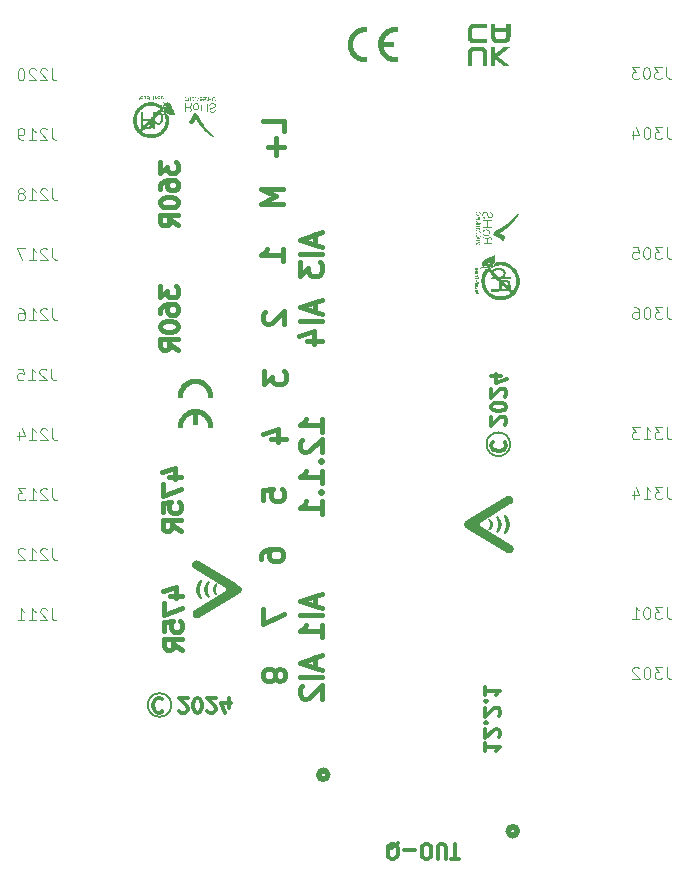
<source format=gbr>
%TF.GenerationSoftware,KiCad,Pcbnew,7.0.10*%
%TF.CreationDate,2024-07-22T08:22:22-04:00*%
%TF.ProjectId,12.X.1 - PLC Connector Combined,31322e58-2e31-4202-9d20-504c4320436f,rev?*%
%TF.SameCoordinates,Original*%
%TF.FileFunction,Legend,Bot*%
%TF.FilePolarity,Positive*%
%FSLAX46Y46*%
G04 Gerber Fmt 4.6, Leading zero omitted, Abs format (unit mm)*
G04 Created by KiCad (PCBNEW 7.0.10) date 2024-07-22 08:22:22*
%MOMM*%
%LPD*%
G01*
G04 APERTURE LIST*
%ADD10C,0.004960*%
%ADD11C,0.000000*%
%ADD12C,0.150000*%
%ADD13C,0.457200*%
%ADD14C,0.310000*%
%ADD15C,0.381000*%
%ADD16C,0.100000*%
%ADD17C,0.508000*%
G04 APERTURE END LIST*
D10*
X157894725Y-110121757D02*
X157919331Y-110138028D01*
D11*
G36*
X133936802Y-112993188D02*
G01*
X133945519Y-112993526D01*
X133954215Y-112994096D01*
X133962885Y-112994899D01*
X133971524Y-112995932D01*
X133980127Y-112997196D01*
X133988691Y-112998688D01*
X133997210Y-113000408D01*
X134005680Y-113002355D01*
X134014096Y-113004529D01*
X134022454Y-113006927D01*
X134030749Y-113009549D01*
X134038977Y-113012394D01*
X134047133Y-113015461D01*
X134055212Y-113018750D01*
X134063210Y-113022258D01*
X134129282Y-113061942D01*
X137385245Y-115015361D01*
X137568601Y-115125891D01*
X137604518Y-115147322D01*
X137607098Y-115148909D01*
X137625044Y-115162516D01*
X137642028Y-115177084D01*
X137658022Y-115192559D01*
X137673001Y-115208889D01*
X137686936Y-115226023D01*
X137699802Y-115243908D01*
X137711570Y-115262490D01*
X137722214Y-115281719D01*
X137731708Y-115301541D01*
X137740022Y-115321905D01*
X137747132Y-115342757D01*
X137753010Y-115364046D01*
X137757629Y-115385719D01*
X137760961Y-115407724D01*
X137762980Y-115430008D01*
X137763659Y-115452519D01*
X137762980Y-115475030D01*
X137760961Y-115497314D01*
X137757629Y-115519318D01*
X137753010Y-115540991D01*
X137747132Y-115562280D01*
X137740022Y-115583133D01*
X137731708Y-115603496D01*
X137722214Y-115623318D01*
X137711570Y-115642547D01*
X137699802Y-115661130D01*
X137686936Y-115679014D01*
X137673001Y-115696148D01*
X137658022Y-115712478D01*
X137642028Y-115727954D01*
X137625044Y-115742521D01*
X137607098Y-115756128D01*
X137606760Y-115756329D01*
X137606427Y-115756536D01*
X137606098Y-115756750D01*
X137605773Y-115756970D01*
X137605452Y-115757196D01*
X137605136Y-115757429D01*
X137604825Y-115757669D01*
X137604518Y-115757914D01*
X137568601Y-115779345D01*
X137384848Y-115889676D01*
X134160834Y-117824244D01*
X134105867Y-117857383D01*
X134097521Y-117861322D01*
X134089080Y-117865018D01*
X134080547Y-117868470D01*
X134071929Y-117871676D01*
X134063230Y-117874635D01*
X134054457Y-117877345D01*
X134045614Y-117879806D01*
X134036707Y-117882017D01*
X134027741Y-117883975D01*
X134018722Y-117885680D01*
X134009655Y-117887131D01*
X134000545Y-117888325D01*
X133991398Y-117889263D01*
X133982218Y-117889943D01*
X133973013Y-117890363D01*
X133963786Y-117890522D01*
X133945629Y-117890020D01*
X133927713Y-117888531D01*
X133910057Y-117886079D01*
X133892686Y-117882687D01*
X133875620Y-117878381D01*
X133858883Y-117873185D01*
X133842495Y-117867122D01*
X133826479Y-117860217D01*
X133810858Y-117852494D01*
X133795652Y-117843977D01*
X133780886Y-117834690D01*
X133766579Y-117824658D01*
X133752755Y-117813905D01*
X133739436Y-117802455D01*
X133726643Y-117790333D01*
X133714399Y-117777561D01*
X133702726Y-117764165D01*
X133691646Y-117750170D01*
X133681182Y-117735598D01*
X133671354Y-117720474D01*
X133662185Y-117704823D01*
X133653698Y-117688668D01*
X133645915Y-117672034D01*
X133638857Y-117654945D01*
X133632546Y-117637426D01*
X133627005Y-117619500D01*
X133622256Y-117601191D01*
X133618321Y-117582524D01*
X133615222Y-117563524D01*
X133612981Y-117544213D01*
X133611621Y-117524617D01*
X133611162Y-117504759D01*
X133611533Y-117482501D01*
X133613133Y-117460420D01*
X133615940Y-117438562D01*
X133619934Y-117416973D01*
X133625093Y-117395698D01*
X133631398Y-117374782D01*
X133638827Y-117354271D01*
X133647360Y-117334211D01*
X133656975Y-117314646D01*
X133667652Y-117295622D01*
X133679370Y-117277186D01*
X133692108Y-117259381D01*
X133705846Y-117242255D01*
X133720562Y-117225851D01*
X133736236Y-117210216D01*
X133752846Y-117195395D01*
X133753839Y-117195395D01*
X133837976Y-117144198D01*
X136275186Y-115681714D01*
X136281590Y-115678827D01*
X136287889Y-115675732D01*
X136294079Y-115672430D01*
X136300154Y-115668926D01*
X136306109Y-115665222D01*
X136311940Y-115661321D01*
X136317641Y-115657226D01*
X136323207Y-115652941D01*
X136333952Y-115643621D01*
X136344121Y-115633783D01*
X136353699Y-115623454D01*
X136362674Y-115612661D01*
X136371032Y-115601432D01*
X136378759Y-115589795D01*
X136385842Y-115577777D01*
X136392269Y-115565405D01*
X136398024Y-115552708D01*
X136403096Y-115539712D01*
X136407470Y-115526446D01*
X136411134Y-115512936D01*
X136414074Y-115499211D01*
X136416276Y-115485297D01*
X136417727Y-115471223D01*
X136418414Y-115457016D01*
X136418326Y-115442792D01*
X136417468Y-115428670D01*
X136415854Y-115414676D01*
X136413495Y-115400839D01*
X136410403Y-115387187D01*
X136406592Y-115373748D01*
X136402072Y-115360550D01*
X136396856Y-115347622D01*
X136390956Y-115334991D01*
X136384385Y-115322685D01*
X136377155Y-115310733D01*
X136369278Y-115299162D01*
X136360765Y-115288001D01*
X136351631Y-115277277D01*
X136341885Y-115267020D01*
X136331542Y-115257256D01*
X136303562Y-115239199D01*
X136280345Y-115224117D01*
X136276441Y-115222334D01*
X136272482Y-115220570D01*
X136268485Y-115218843D01*
X136264470Y-115217172D01*
X133780826Y-113727105D01*
X133768916Y-113720472D01*
X133757300Y-113713460D01*
X133745986Y-113706081D01*
X133734979Y-113698344D01*
X133724284Y-113690259D01*
X133713909Y-113681837D01*
X133703858Y-113673087D01*
X133694139Y-113664020D01*
X133684756Y-113654646D01*
X133675716Y-113644975D01*
X133667025Y-113635017D01*
X133658689Y-113624783D01*
X133650713Y-113614283D01*
X133643104Y-113603526D01*
X133635868Y-113592523D01*
X133629010Y-113581284D01*
X133622537Y-113569819D01*
X133616454Y-113558138D01*
X133610768Y-113546252D01*
X133605484Y-113534171D01*
X133600609Y-113521905D01*
X133596148Y-113509463D01*
X133592108Y-113496857D01*
X133588493Y-113484096D01*
X133585311Y-113471190D01*
X133582568Y-113458150D01*
X133580268Y-113444986D01*
X133578419Y-113431708D01*
X133577025Y-113418325D01*
X133576094Y-113404849D01*
X133575631Y-113391290D01*
X133575642Y-113377657D01*
X133576103Y-113357872D01*
X133577472Y-113338347D01*
X133579726Y-113319105D01*
X133582841Y-113300171D01*
X133586797Y-113281568D01*
X133591569Y-113263321D01*
X133597135Y-113245454D01*
X133603473Y-113227991D01*
X133610559Y-113210957D01*
X133618372Y-113194376D01*
X133626888Y-113178271D01*
X133636085Y-113162667D01*
X133645940Y-113147589D01*
X133656430Y-113133060D01*
X133667533Y-113119105D01*
X133679226Y-113105748D01*
X133691487Y-113093012D01*
X133704292Y-113080923D01*
X133717620Y-113069505D01*
X133731446Y-113058781D01*
X133745750Y-113048776D01*
X133760507Y-113039514D01*
X133775696Y-113031019D01*
X133791294Y-113023315D01*
X133807277Y-113016428D01*
X133823624Y-113010380D01*
X133840312Y-113005196D01*
X133857318Y-113000900D01*
X133874619Y-112997517D01*
X133892192Y-112995071D01*
X133910016Y-112993585D01*
X133928067Y-112993085D01*
X133936802Y-112993188D01*
G37*
G36*
X135634250Y-114940224D02*
G01*
X135637409Y-114940436D01*
X135640533Y-114940787D01*
X135643618Y-114941274D01*
X135646660Y-114941894D01*
X135649656Y-114942644D01*
X135652602Y-114943521D01*
X135655496Y-114944523D01*
X135658334Y-114945646D01*
X135661112Y-114946888D01*
X135663827Y-114948246D01*
X135666475Y-114949717D01*
X135669054Y-114951299D01*
X135671560Y-114952987D01*
X135673990Y-114954781D01*
X135676340Y-114956675D01*
X135678606Y-114958669D01*
X135680786Y-114960759D01*
X135682875Y-114962941D01*
X135684872Y-114965215D01*
X135686771Y-114967575D01*
X135688571Y-114970020D01*
X135690267Y-114972547D01*
X135691856Y-114975152D01*
X135693334Y-114977834D01*
X135694699Y-114980588D01*
X135695947Y-114983414D01*
X135697075Y-114986306D01*
X135698078Y-114989263D01*
X135698954Y-114992282D01*
X135699700Y-114995360D01*
X135700312Y-114998494D01*
X135700654Y-115000159D01*
X135700948Y-115001833D01*
X135701194Y-115003514D01*
X135701392Y-115005201D01*
X135701542Y-115006893D01*
X135701643Y-115008588D01*
X135701697Y-115010287D01*
X135701701Y-115011988D01*
X135701701Y-115013178D01*
X135701797Y-115014466D01*
X135701866Y-115015756D01*
X135701908Y-115017047D01*
X135701921Y-115018338D01*
X135701908Y-115019629D01*
X135701866Y-115020919D01*
X135701797Y-115022209D01*
X135701701Y-115023497D01*
X135701399Y-115024500D01*
X135701113Y-115025508D01*
X135700841Y-115026519D01*
X135700585Y-115027535D01*
X135700345Y-115028554D01*
X135700120Y-115029577D01*
X135699911Y-115030603D01*
X135699717Y-115031633D01*
X135697335Y-115037586D01*
X135697079Y-115038310D01*
X135696804Y-115039026D01*
X135696509Y-115039734D01*
X135696196Y-115040434D01*
X135695864Y-115041125D01*
X135695513Y-115041807D01*
X135695143Y-115042480D01*
X135694756Y-115043142D01*
X135693740Y-115044557D01*
X135692771Y-115045973D01*
X135691840Y-115047394D01*
X135690936Y-115048823D01*
X135689175Y-115051709D01*
X135687414Y-115054652D01*
X135687059Y-115055203D01*
X135686691Y-115055747D01*
X135686312Y-115056281D01*
X135685920Y-115056807D01*
X135685517Y-115057324D01*
X135685102Y-115057832D01*
X135684676Y-115058330D01*
X135684238Y-115058819D01*
X135683214Y-115059999D01*
X135682170Y-115061161D01*
X135681106Y-115062305D01*
X135680023Y-115063432D01*
X135678922Y-115064539D01*
X135677802Y-115065628D01*
X135676664Y-115066698D01*
X135675507Y-115067749D01*
X135676143Y-115067290D01*
X135676770Y-115066820D01*
X135677390Y-115066340D01*
X135678001Y-115065850D01*
X135678603Y-115065350D01*
X135679197Y-115064839D01*
X135679782Y-115064319D01*
X135680358Y-115063790D01*
X135680926Y-115063250D01*
X135681484Y-115062702D01*
X135682033Y-115062143D01*
X135682572Y-115061576D01*
X135683103Y-115060999D01*
X135683623Y-115060414D01*
X135684134Y-115059819D01*
X135684635Y-115059216D01*
X135660829Y-115104843D01*
X135640242Y-115151572D01*
X135622871Y-115199242D01*
X135608718Y-115247694D01*
X135597779Y-115296766D01*
X135590056Y-115346300D01*
X135585546Y-115396134D01*
X135584248Y-115446108D01*
X135586162Y-115496063D01*
X135591286Y-115545837D01*
X135599620Y-115595272D01*
X135611162Y-115644206D01*
X135625912Y-115692479D01*
X135643869Y-115739932D01*
X135665031Y-115786403D01*
X135689398Y-115831733D01*
X135689953Y-115832448D01*
X135690485Y-115833179D01*
X135690994Y-115833927D01*
X135691478Y-115834690D01*
X135691938Y-115835467D01*
X135692373Y-115836260D01*
X135692783Y-115837066D01*
X135693168Y-115837885D01*
X135694320Y-115839919D01*
X135695401Y-115841988D01*
X135696409Y-115844088D01*
X135697344Y-115846218D01*
X135698206Y-115848375D01*
X135698994Y-115850559D01*
X135699707Y-115852767D01*
X135700346Y-115854997D01*
X135700909Y-115857248D01*
X135701396Y-115859516D01*
X135701806Y-115861801D01*
X135702140Y-115864101D01*
X135702396Y-115866413D01*
X135702574Y-115868736D01*
X135702673Y-115871067D01*
X135702693Y-115873405D01*
X135702646Y-115876886D01*
X135702428Y-115880345D01*
X135702041Y-115883777D01*
X135701486Y-115887175D01*
X135700767Y-115890534D01*
X135699886Y-115893848D01*
X135698845Y-115897111D01*
X135697647Y-115900318D01*
X135696293Y-115903463D01*
X135694787Y-115906539D01*
X135693130Y-115909541D01*
X135691325Y-115912464D01*
X135689374Y-115915301D01*
X135687279Y-115918046D01*
X135685044Y-115920695D01*
X135682669Y-115923240D01*
X135680171Y-115925665D01*
X135677567Y-115927953D01*
X135674864Y-115930101D01*
X135672066Y-115932108D01*
X135669179Y-115933971D01*
X135666211Y-115935687D01*
X135663165Y-115937254D01*
X135660048Y-115938669D01*
X135656865Y-115939931D01*
X135653623Y-115941036D01*
X135650327Y-115941983D01*
X135646983Y-115942768D01*
X135643597Y-115943389D01*
X135640174Y-115943845D01*
X135636719Y-115944132D01*
X135633240Y-115944247D01*
X135631135Y-115944201D01*
X135629036Y-115944090D01*
X135626944Y-115943914D01*
X135624862Y-115943673D01*
X135622789Y-115943369D01*
X135620729Y-115943001D01*
X135618682Y-115942571D01*
X135616649Y-115942077D01*
X135614633Y-115941521D01*
X135612634Y-115940903D01*
X135610654Y-115940223D01*
X135608695Y-115939482D01*
X135606758Y-115938680D01*
X135604844Y-115937818D01*
X135602956Y-115936895D01*
X135601093Y-115935913D01*
X135599373Y-115934770D01*
X135597639Y-115933581D01*
X135595896Y-115932355D01*
X135594148Y-115931101D01*
X135590657Y-115928546D01*
X135587203Y-115925991D01*
X135558504Y-115904070D01*
X135531166Y-115880762D01*
X135505257Y-115856126D01*
X135480843Y-115830223D01*
X135457994Y-115803112D01*
X135436776Y-115774853D01*
X135417257Y-115745504D01*
X135399506Y-115715126D01*
X135383589Y-115683779D01*
X135369574Y-115651521D01*
X135357530Y-115618413D01*
X135347524Y-115584514D01*
X135339624Y-115549884D01*
X135333897Y-115514582D01*
X135331869Y-115496697D01*
X135330411Y-115478667D01*
X135329530Y-115460499D01*
X135329234Y-115442200D01*
X135330386Y-115405765D01*
X135333798Y-115369939D01*
X135339404Y-115334775D01*
X135347140Y-115300324D01*
X135356939Y-115266638D01*
X135368737Y-115233769D01*
X135382468Y-115201769D01*
X135398067Y-115170688D01*
X135415468Y-115140580D01*
X135434605Y-115111496D01*
X135455414Y-115083487D01*
X135477829Y-115056605D01*
X135501785Y-115030903D01*
X135527216Y-115006431D01*
X135554057Y-114983242D01*
X135582242Y-114961387D01*
X135602085Y-114946901D01*
X135604070Y-114946901D01*
X135605669Y-114946182D01*
X135607283Y-114945501D01*
X135608911Y-114944860D01*
X135610553Y-114944258D01*
X135612208Y-114943695D01*
X135613875Y-114943171D01*
X135615553Y-114942688D01*
X135617243Y-114942244D01*
X135618942Y-114941841D01*
X135620650Y-114941477D01*
X135622368Y-114941155D01*
X135624093Y-114940872D01*
X135625825Y-114940631D01*
X135627563Y-114940430D01*
X135629308Y-114940271D01*
X135631057Y-114940153D01*
X135634250Y-114940224D01*
G37*
D12*
X131808250Y-125227224D02*
G75*
G03*
X129808250Y-125227224I-1000000J0D01*
G01*
X129808250Y-125227224D02*
G75*
G03*
X131808250Y-125227224I1000000J0D01*
G01*
D11*
G36*
X160051043Y-109121331D02*
G01*
X160053905Y-109121531D01*
X160056753Y-109121834D01*
X160059583Y-109122238D01*
X160062394Y-109122744D01*
X160065181Y-109123349D01*
X160067944Y-109124054D01*
X160070678Y-109124857D01*
X160073382Y-109125758D01*
X160076053Y-109126756D01*
X160078688Y-109127849D01*
X160081284Y-109129038D01*
X160083839Y-109130321D01*
X160086350Y-109131698D01*
X160088814Y-109133167D01*
X160091230Y-109134729D01*
X160093537Y-109136681D01*
X160095843Y-109138666D01*
X160100457Y-109142716D01*
X160105071Y-109146839D01*
X160109684Y-109151000D01*
X160147865Y-109186924D01*
X160184215Y-109225127D01*
X160218646Y-109265511D01*
X160251071Y-109307980D01*
X160281404Y-109352436D01*
X160309556Y-109398782D01*
X160335441Y-109446920D01*
X160358972Y-109496753D01*
X160380060Y-109548184D01*
X160398620Y-109601114D01*
X160414564Y-109655448D01*
X160427805Y-109711087D01*
X160438255Y-109767934D01*
X160445827Y-109825892D01*
X160450434Y-109884863D01*
X160451989Y-109944750D01*
X160450464Y-110004575D01*
X160445942Y-110063370D01*
X160438508Y-110121054D01*
X160428245Y-110177545D01*
X160415235Y-110232764D01*
X160399562Y-110286628D01*
X160381309Y-110339057D01*
X160360559Y-110389970D01*
X160337395Y-110439285D01*
X160311901Y-110486921D01*
X160284159Y-110532797D01*
X160254252Y-110576833D01*
X160222265Y-110618946D01*
X160188279Y-110659057D01*
X160152378Y-110697083D01*
X160114645Y-110732944D01*
X160114645Y-110734135D01*
X160108112Y-110739973D01*
X160101375Y-110745867D01*
X160087658Y-110757749D01*
X160087354Y-110757976D01*
X160087044Y-110758196D01*
X160086729Y-110758407D01*
X160086409Y-110758610D01*
X160086084Y-110758804D01*
X160085753Y-110758990D01*
X160085418Y-110759168D01*
X160085078Y-110759337D01*
X160083032Y-110760435D01*
X160080957Y-110761471D01*
X160078856Y-110762445D01*
X160076729Y-110763356D01*
X160074578Y-110764204D01*
X160072406Y-110764989D01*
X160070212Y-110765710D01*
X160067998Y-110766366D01*
X160065767Y-110766958D01*
X160063518Y-110767485D01*
X160061255Y-110767946D01*
X160058977Y-110768342D01*
X160056687Y-110768671D01*
X160054386Y-110768934D01*
X160052075Y-110769130D01*
X160049756Y-110769258D01*
X160045464Y-110769138D01*
X160041221Y-110768781D01*
X160037031Y-110768193D01*
X160032900Y-110767378D01*
X160028831Y-110766342D01*
X160024828Y-110765089D01*
X160020896Y-110763626D01*
X160017039Y-110761956D01*
X160013261Y-110760086D01*
X160009566Y-110758020D01*
X160005959Y-110755763D01*
X160002443Y-110753321D01*
X159999023Y-110750698D01*
X159995704Y-110747900D01*
X159992488Y-110744932D01*
X159989382Y-110741799D01*
X159986388Y-110738506D01*
X159983511Y-110735059D01*
X159980755Y-110731461D01*
X159978125Y-110727720D01*
X159975624Y-110723839D01*
X159973258Y-110719823D01*
X159971029Y-110715679D01*
X159968943Y-110711410D01*
X159967003Y-110707023D01*
X159965214Y-110702522D01*
X159963579Y-110697912D01*
X159962104Y-110693199D01*
X159960793Y-110688387D01*
X159959648Y-110683482D01*
X159958676Y-110678489D01*
X159957880Y-110673413D01*
X159957338Y-110670692D01*
X159956873Y-110667958D01*
X159956484Y-110665214D01*
X159956172Y-110662460D01*
X159955937Y-110659699D01*
X159955780Y-110656932D01*
X159955700Y-110654160D01*
X159955697Y-110651386D01*
X159955697Y-110648013D01*
X159955737Y-110645892D01*
X159955823Y-110643773D01*
X159955954Y-110641657D01*
X159956130Y-110639545D01*
X159956351Y-110637437D01*
X159956617Y-110635334D01*
X159956928Y-110633237D01*
X159957284Y-110631146D01*
X159957307Y-110630292D01*
X159957371Y-110629442D01*
X159957471Y-110628597D01*
X159957604Y-110627753D01*
X159957763Y-110626913D01*
X159957944Y-110626074D01*
X159958351Y-110624399D01*
X159959210Y-110621044D01*
X159959405Y-110620201D01*
X159959582Y-110619355D01*
X159959737Y-110618505D01*
X159959864Y-110617652D01*
X159962841Y-110608127D01*
X159963208Y-110606956D01*
X159963598Y-110605793D01*
X159964011Y-110604639D01*
X159964447Y-110603492D01*
X159964905Y-110602355D01*
X159965385Y-110601227D01*
X159965888Y-110600108D01*
X159966413Y-110598999D01*
X159967753Y-110596581D01*
X159969059Y-110594145D01*
X159970328Y-110591690D01*
X159971562Y-110589218D01*
X159972760Y-110586728D01*
X159973922Y-110584220D01*
X159975047Y-110581696D01*
X159976136Y-110579155D01*
X159976586Y-110578269D01*
X159977056Y-110577395D01*
X159977547Y-110576532D01*
X159978058Y-110575682D01*
X159978590Y-110574844D01*
X159979141Y-110574019D01*
X159979712Y-110573207D01*
X159980303Y-110572408D01*
X159981658Y-110570488D01*
X159983045Y-110568592D01*
X159984463Y-110566719D01*
X159985912Y-110564870D01*
X159987391Y-110563046D01*
X159988901Y-110561246D01*
X159990441Y-110559472D01*
X159992011Y-110557723D01*
X159991143Y-110558513D01*
X159990288Y-110559315D01*
X159989445Y-110560130D01*
X159988615Y-110560958D01*
X159987798Y-110561798D01*
X159986994Y-110562650D01*
X159986204Y-110563514D01*
X159985427Y-110564391D01*
X159984663Y-110565279D01*
X159983913Y-110566178D01*
X159983177Y-110567090D01*
X159982455Y-110568012D01*
X159981747Y-110568946D01*
X159981053Y-110569891D01*
X159980373Y-110570847D01*
X159979708Y-110571813D01*
X159995045Y-110538961D01*
X160009563Y-110505093D01*
X160023239Y-110470248D01*
X160036049Y-110434460D01*
X160047969Y-110397767D01*
X160058976Y-110360204D01*
X160069047Y-110321808D01*
X160078158Y-110282615D01*
X160086285Y-110242662D01*
X160093404Y-110201985D01*
X160099493Y-110160620D01*
X160104528Y-110118603D01*
X160108485Y-110075972D01*
X160111341Y-110032762D01*
X160113071Y-109989009D01*
X160113653Y-109944750D01*
X160113041Y-109899593D01*
X160111223Y-109854933D01*
X160108223Y-109810812D01*
X160104069Y-109767273D01*
X160098786Y-109724357D01*
X160092400Y-109682106D01*
X160084936Y-109640562D01*
X160076421Y-109599767D01*
X160066881Y-109559762D01*
X160056341Y-109520590D01*
X160044827Y-109482293D01*
X160032365Y-109444911D01*
X160018981Y-109408488D01*
X160004701Y-109373064D01*
X159989551Y-109338683D01*
X159973556Y-109305385D01*
X159973157Y-109304800D01*
X159972769Y-109304208D01*
X159972392Y-109303609D01*
X159972027Y-109303003D01*
X159971675Y-109302391D01*
X159971333Y-109301772D01*
X159971004Y-109301147D01*
X159970687Y-109300515D01*
X159970382Y-109299878D01*
X159970090Y-109299235D01*
X159969809Y-109298586D01*
X159969541Y-109297932D01*
X159969286Y-109297272D01*
X159969043Y-109296608D01*
X159968813Y-109295939D01*
X159968595Y-109295265D01*
X159967014Y-109291857D01*
X159965533Y-109288411D01*
X159964154Y-109284928D01*
X159962877Y-109281410D01*
X159961702Y-109277860D01*
X159960631Y-109274279D01*
X159959663Y-109270671D01*
X159958799Y-109267038D01*
X159958040Y-109263381D01*
X159957386Y-109259703D01*
X159956838Y-109256006D01*
X159956395Y-109252293D01*
X159956059Y-109248566D01*
X159955831Y-109244826D01*
X159955710Y-109241077D01*
X159955697Y-109237321D01*
X159955817Y-109231331D01*
X159956175Y-109225422D01*
X159956764Y-109219600D01*
X159957579Y-109213873D01*
X159959861Y-109202733D01*
X159962974Y-109192058D01*
X159966872Y-109181907D01*
X159971509Y-109172336D01*
X159976836Y-109163404D01*
X159982808Y-109155168D01*
X159986022Y-109151328D01*
X159989378Y-109147685D01*
X159992873Y-109144244D01*
X159996499Y-109141013D01*
X160000251Y-109137999D01*
X160004123Y-109135209D01*
X160008110Y-109132651D01*
X160012205Y-109130332D01*
X160016403Y-109128259D01*
X160020697Y-109126438D01*
X160025083Y-109124878D01*
X160029553Y-109123586D01*
X160034103Y-109122568D01*
X160038726Y-109121832D01*
X160043417Y-109121385D01*
X160048169Y-109121235D01*
X160051043Y-109121331D01*
G37*
G36*
X158726299Y-109443940D02*
G01*
X158728398Y-109444051D01*
X158730490Y-109444227D01*
X158732572Y-109444468D01*
X158734645Y-109444772D01*
X158736705Y-109445140D01*
X158738752Y-109445570D01*
X158740785Y-109446064D01*
X158742801Y-109446620D01*
X158744800Y-109447238D01*
X158746780Y-109447918D01*
X158748739Y-109448659D01*
X158750676Y-109449461D01*
X158752590Y-109450323D01*
X158754478Y-109451246D01*
X158756341Y-109452228D01*
X158758061Y-109453371D01*
X158759795Y-109454560D01*
X158761538Y-109455786D01*
X158763286Y-109457040D01*
X158766777Y-109459595D01*
X158770231Y-109462150D01*
X158798930Y-109484071D01*
X158826268Y-109507379D01*
X158852177Y-109532015D01*
X158876591Y-109557918D01*
X158899440Y-109585029D01*
X158920658Y-109613288D01*
X158940177Y-109642637D01*
X158957928Y-109673015D01*
X158973845Y-109704362D01*
X158987860Y-109736620D01*
X158999904Y-109769728D01*
X159009910Y-109803627D01*
X159017810Y-109838257D01*
X159023537Y-109873559D01*
X159025565Y-109891444D01*
X159027023Y-109909474D01*
X159027904Y-109927642D01*
X159028200Y-109945941D01*
X159027048Y-109982376D01*
X159023636Y-110018202D01*
X159018030Y-110053366D01*
X159010294Y-110087817D01*
X159000495Y-110121503D01*
X158988697Y-110154372D01*
X158974966Y-110186372D01*
X158959367Y-110217453D01*
X158941966Y-110247561D01*
X158922829Y-110276645D01*
X158902020Y-110304654D01*
X158879605Y-110331536D01*
X158855649Y-110357238D01*
X158830218Y-110381710D01*
X158803377Y-110404899D01*
X158775192Y-110426754D01*
X158755349Y-110441240D01*
X158753364Y-110441240D01*
X158751765Y-110441959D01*
X158750151Y-110442640D01*
X158748523Y-110443281D01*
X158746881Y-110443883D01*
X158745226Y-110444446D01*
X158743559Y-110444970D01*
X158741881Y-110445453D01*
X158740191Y-110445897D01*
X158738492Y-110446300D01*
X158736784Y-110446664D01*
X158735066Y-110446986D01*
X158733341Y-110447269D01*
X158731609Y-110447510D01*
X158729871Y-110447711D01*
X158728126Y-110447870D01*
X158726377Y-110447988D01*
X158723184Y-110447917D01*
X158720025Y-110447705D01*
X158716901Y-110447354D01*
X158713816Y-110446867D01*
X158710774Y-110446247D01*
X158707778Y-110445497D01*
X158704832Y-110444620D01*
X158701938Y-110443618D01*
X158699100Y-110442495D01*
X158696322Y-110441253D01*
X158693607Y-110439895D01*
X158690959Y-110438424D01*
X158688380Y-110436842D01*
X158685874Y-110435154D01*
X158683444Y-110433360D01*
X158681094Y-110431466D01*
X158678828Y-110429472D01*
X158676648Y-110427382D01*
X158674559Y-110425200D01*
X158672562Y-110422926D01*
X158670663Y-110420566D01*
X158668863Y-110418121D01*
X158667167Y-110415594D01*
X158665578Y-110412989D01*
X158664100Y-110410307D01*
X158662735Y-110407553D01*
X158661487Y-110404727D01*
X158660359Y-110401835D01*
X158659356Y-110398878D01*
X158658480Y-110395859D01*
X158657734Y-110392781D01*
X158657122Y-110389647D01*
X158656780Y-110387982D01*
X158656486Y-110386308D01*
X158656240Y-110384627D01*
X158656042Y-110382940D01*
X158655892Y-110381248D01*
X158655791Y-110379553D01*
X158655737Y-110377854D01*
X158655733Y-110376153D01*
X158655733Y-110374963D01*
X158655637Y-110373675D01*
X158655568Y-110372385D01*
X158655526Y-110371094D01*
X158655513Y-110369803D01*
X158655526Y-110368512D01*
X158655568Y-110367222D01*
X158655637Y-110365932D01*
X158655733Y-110364644D01*
X158656035Y-110363641D01*
X158656321Y-110362633D01*
X158656593Y-110361622D01*
X158656849Y-110360606D01*
X158657089Y-110359587D01*
X158657314Y-110358564D01*
X158657523Y-110357538D01*
X158657717Y-110356508D01*
X158660099Y-110350555D01*
X158660355Y-110349831D01*
X158660630Y-110349115D01*
X158660925Y-110348407D01*
X158661238Y-110347707D01*
X158661570Y-110347016D01*
X158661921Y-110346334D01*
X158662291Y-110345661D01*
X158662678Y-110344999D01*
X158663694Y-110343584D01*
X158664663Y-110342168D01*
X158665594Y-110340747D01*
X158666498Y-110339318D01*
X158668259Y-110336432D01*
X158670020Y-110333489D01*
X158670375Y-110332938D01*
X158670743Y-110332394D01*
X158671122Y-110331860D01*
X158671514Y-110331334D01*
X158671917Y-110330817D01*
X158672332Y-110330309D01*
X158672758Y-110329811D01*
X158673196Y-110329322D01*
X158674220Y-110328142D01*
X158675264Y-110326980D01*
X158676328Y-110325836D01*
X158677411Y-110324709D01*
X158678512Y-110323602D01*
X158679632Y-110322513D01*
X158680770Y-110321443D01*
X158681927Y-110320392D01*
X158681291Y-110320851D01*
X158680664Y-110321321D01*
X158680044Y-110321801D01*
X158679433Y-110322291D01*
X158678831Y-110322791D01*
X158678237Y-110323302D01*
X158677652Y-110323822D01*
X158677076Y-110324351D01*
X158676508Y-110324891D01*
X158675950Y-110325439D01*
X158675401Y-110325998D01*
X158674862Y-110326565D01*
X158674331Y-110327142D01*
X158673811Y-110327727D01*
X158673300Y-110328322D01*
X158672799Y-110328925D01*
X158696605Y-110283298D01*
X158717192Y-110236569D01*
X158734563Y-110188899D01*
X158748716Y-110140447D01*
X158759655Y-110091375D01*
X158767378Y-110041841D01*
X158771888Y-109992007D01*
X158773186Y-109942033D01*
X158771272Y-109892078D01*
X158766148Y-109842304D01*
X158757814Y-109792869D01*
X158746272Y-109743935D01*
X158731522Y-109695662D01*
X158713565Y-109648209D01*
X158692403Y-109601738D01*
X158668036Y-109556408D01*
X158667481Y-109555693D01*
X158666949Y-109554962D01*
X158666440Y-109554214D01*
X158665956Y-109553451D01*
X158665496Y-109552674D01*
X158665061Y-109551881D01*
X158664651Y-109551075D01*
X158664266Y-109550256D01*
X158663114Y-109548222D01*
X158662033Y-109546153D01*
X158661025Y-109544053D01*
X158660090Y-109541923D01*
X158659228Y-109539766D01*
X158658440Y-109537582D01*
X158657727Y-109535374D01*
X158657088Y-109533144D01*
X158656525Y-109530893D01*
X158656038Y-109528625D01*
X158655628Y-109526340D01*
X158655294Y-109524040D01*
X158655038Y-109521728D01*
X158654860Y-109519405D01*
X158654761Y-109517074D01*
X158654741Y-109514736D01*
X158654788Y-109511255D01*
X158655006Y-109507796D01*
X158655393Y-109504364D01*
X158655948Y-109500966D01*
X158656667Y-109497607D01*
X158657548Y-109494293D01*
X158658589Y-109491030D01*
X158659787Y-109487823D01*
X158661141Y-109484678D01*
X158662647Y-109481602D01*
X158664304Y-109478600D01*
X158666109Y-109475677D01*
X158668060Y-109472840D01*
X158670155Y-109470095D01*
X158672390Y-109467446D01*
X158674765Y-109464901D01*
X158677263Y-109462476D01*
X158679867Y-109460188D01*
X158682570Y-109458040D01*
X158685368Y-109456033D01*
X158688255Y-109454170D01*
X158691223Y-109452454D01*
X158694269Y-109450887D01*
X158697386Y-109449472D01*
X158700569Y-109448210D01*
X158703811Y-109447105D01*
X158707107Y-109446158D01*
X158710451Y-109445373D01*
X158713837Y-109444752D01*
X158717260Y-109444296D01*
X158720715Y-109444009D01*
X158724194Y-109443894D01*
X158726299Y-109443940D01*
G37*
D12*
X160492251Y-103152999D02*
G75*
G03*
X158492251Y-103152999I-1000000J0D01*
G01*
X158492251Y-103152999D02*
G75*
G03*
X160492251Y-103152999I1000000J0D01*
G01*
D11*
G36*
X134960266Y-114748207D02*
G01*
X134964307Y-114748728D01*
X134968290Y-114749427D01*
X134972210Y-114750299D01*
X134976064Y-114751340D01*
X134979848Y-114752546D01*
X134983556Y-114753913D01*
X134987186Y-114755438D01*
X134990732Y-114757115D01*
X134994191Y-114758941D01*
X134997559Y-114760913D01*
X135000830Y-114763025D01*
X135004002Y-114765274D01*
X135007070Y-114767656D01*
X135010029Y-114770167D01*
X135012876Y-114772802D01*
X135015606Y-114775558D01*
X135018215Y-114778431D01*
X135020700Y-114781416D01*
X135023055Y-114784510D01*
X135025276Y-114787709D01*
X135027361Y-114791008D01*
X135029303Y-114794403D01*
X135031099Y-114797891D01*
X135032745Y-114801466D01*
X135034237Y-114805127D01*
X135035571Y-114808867D01*
X135036741Y-114812684D01*
X135037745Y-114816573D01*
X135038578Y-114820530D01*
X135039236Y-114824551D01*
X135039714Y-114828631D01*
X135040169Y-114830936D01*
X135040558Y-114833251D01*
X135040881Y-114835575D01*
X135041138Y-114837907D01*
X135041328Y-114840246D01*
X135041452Y-114842589D01*
X135041509Y-114844936D01*
X135041499Y-114847285D01*
X135041499Y-114850063D01*
X135041488Y-114851861D01*
X135041429Y-114853658D01*
X135041325Y-114855452D01*
X135041174Y-114857242D01*
X135040977Y-114859028D01*
X135040734Y-114860809D01*
X135040445Y-114862583D01*
X135040110Y-114864350D01*
X135039751Y-114865750D01*
X135039408Y-114867155D01*
X135039084Y-114868563D01*
X135038777Y-114869976D01*
X135038488Y-114871392D01*
X135038217Y-114872812D01*
X135037964Y-114874235D01*
X135037729Y-114875662D01*
X135037709Y-114876213D01*
X135037650Y-114876752D01*
X135037558Y-114877280D01*
X135037435Y-114877798D01*
X135037285Y-114878308D01*
X135037112Y-114878811D01*
X135036920Y-114879309D01*
X135036712Y-114879804D01*
X135036266Y-114880787D01*
X135035804Y-114881773D01*
X135035355Y-114882772D01*
X135035146Y-114883281D01*
X135034951Y-114883797D01*
X135034661Y-114884782D01*
X135034340Y-114885756D01*
X135033988Y-114886719D01*
X135033606Y-114887670D01*
X135033193Y-114888608D01*
X135032750Y-114889532D01*
X135032278Y-114890443D01*
X135031776Y-114891338D01*
X135030603Y-114893340D01*
X135029463Y-114895332D01*
X135028350Y-114897324D01*
X135027261Y-114899325D01*
X135026191Y-114901345D01*
X135025134Y-114903393D01*
X135024087Y-114905479D01*
X135023045Y-114907610D01*
X135022618Y-114908334D01*
X135022179Y-114909050D01*
X135021727Y-114909758D01*
X135021261Y-114910457D01*
X135020783Y-114911148D01*
X135020293Y-114911830D01*
X135019790Y-114912503D01*
X135019274Y-114913166D01*
X135018041Y-114914817D01*
X135016776Y-114916444D01*
X135015481Y-114918046D01*
X135014156Y-114919622D01*
X135012800Y-114921173D01*
X135011415Y-114922698D01*
X135010001Y-114924196D01*
X135008559Y-114925668D01*
X135010096Y-114924325D01*
X135011593Y-114922938D01*
X135013049Y-114921509D01*
X135014462Y-114920039D01*
X135015832Y-114918528D01*
X135017157Y-114916978D01*
X135018437Y-114915389D01*
X135019671Y-114913762D01*
X135004761Y-114944725D01*
X134990804Y-114976070D01*
X134977803Y-115007775D01*
X134965765Y-115039818D01*
X134954695Y-115072176D01*
X134944597Y-115104827D01*
X134935477Y-115137749D01*
X134927339Y-115170921D01*
X134920189Y-115204319D01*
X134914033Y-115237921D01*
X134908874Y-115271707D01*
X134904718Y-115305653D01*
X134901570Y-115339737D01*
X134899436Y-115373937D01*
X134898320Y-115408231D01*
X134898227Y-115442597D01*
X134898338Y-115477701D01*
X134899519Y-115512728D01*
X134901763Y-115547654D01*
X134905066Y-115582456D01*
X134909422Y-115617109D01*
X134914825Y-115651590D01*
X134921269Y-115685876D01*
X134928750Y-115719943D01*
X134937261Y-115753767D01*
X134946798Y-115787324D01*
X134957353Y-115820592D01*
X134968923Y-115853546D01*
X134981500Y-115886162D01*
X134995081Y-115918418D01*
X135009658Y-115950289D01*
X135025227Y-115981752D01*
X135025605Y-115982237D01*
X135025972Y-115982729D01*
X135026329Y-115983228D01*
X135026676Y-115983735D01*
X135027012Y-115984247D01*
X135027338Y-115984767D01*
X135027652Y-115985293D01*
X135027956Y-115985825D01*
X135028250Y-115986363D01*
X135028532Y-115986907D01*
X135028803Y-115987456D01*
X135029063Y-115988012D01*
X135029312Y-115988572D01*
X135029549Y-115989138D01*
X135029775Y-115989709D01*
X135029990Y-115990285D01*
X135031386Y-115993152D01*
X135032695Y-115996054D01*
X135033915Y-115998990D01*
X135035046Y-116001958D01*
X135036087Y-116004956D01*
X135037038Y-116007981D01*
X135037899Y-116011031D01*
X135038670Y-116014105D01*
X135039348Y-116017201D01*
X135039935Y-116020316D01*
X135040429Y-116023448D01*
X135040831Y-116026596D01*
X135041139Y-116029757D01*
X135041354Y-116032929D01*
X135041474Y-116036111D01*
X135041499Y-116039299D01*
X135041390Y-116044346D01*
X135041067Y-116049325D01*
X135040534Y-116054231D01*
X135039797Y-116059056D01*
X135038861Y-116063796D01*
X135037732Y-116068444D01*
X135036414Y-116072994D01*
X135034914Y-116077439D01*
X135033235Y-116081775D01*
X135031384Y-116085994D01*
X135029365Y-116090091D01*
X135027184Y-116094060D01*
X135024846Y-116097894D01*
X135022356Y-116101588D01*
X135019720Y-116105135D01*
X135016943Y-116108529D01*
X135014029Y-116111765D01*
X135010985Y-116114836D01*
X135007815Y-116117736D01*
X135004525Y-116120459D01*
X135001119Y-116122999D01*
X134997604Y-116125350D01*
X134993984Y-116127506D01*
X134990265Y-116129461D01*
X134986452Y-116131209D01*
X134982549Y-116132743D01*
X134978563Y-116134058D01*
X134974499Y-116135147D01*
X134970361Y-116136005D01*
X134966155Y-116136625D01*
X134961886Y-116137002D01*
X134957560Y-116137129D01*
X134954931Y-116137082D01*
X134952311Y-116136943D01*
X134949701Y-116136711D01*
X134947106Y-116136388D01*
X134944526Y-116135974D01*
X134941965Y-116135470D01*
X134939425Y-116134877D01*
X134936907Y-116134195D01*
X134934415Y-116133425D01*
X134931951Y-116132567D01*
X134929517Y-116131623D01*
X134927115Y-116130593D01*
X134924749Y-116129477D01*
X134922419Y-116128277D01*
X134920129Y-116126992D01*
X134917881Y-116125625D01*
X134917873Y-116125619D01*
X134913705Y-116122308D01*
X134909538Y-116118922D01*
X134905371Y-116115462D01*
X134901204Y-116111927D01*
X134865411Y-116079972D01*
X134831597Y-116046291D01*
X134799806Y-116010976D01*
X134770081Y-115974124D01*
X134742468Y-115935828D01*
X134717009Y-115896182D01*
X134693749Y-115855280D01*
X134672733Y-115813217D01*
X134654002Y-115770087D01*
X134637603Y-115725985D01*
X134623578Y-115681004D01*
X134611973Y-115635239D01*
X134602830Y-115588785D01*
X134596193Y-115541734D01*
X134592107Y-115494183D01*
X134590616Y-115446224D01*
X134591751Y-115398256D01*
X134595482Y-115350675D01*
X134601769Y-115303577D01*
X134610566Y-115257055D01*
X134621831Y-115211205D01*
X134635520Y-115166121D01*
X134651591Y-115121898D01*
X134670000Y-115078630D01*
X134690703Y-115036412D01*
X134713658Y-114995339D01*
X134738821Y-114955505D01*
X134766149Y-114917004D01*
X134795598Y-114879931D01*
X134827126Y-114844381D01*
X134860688Y-114810449D01*
X134896243Y-114778229D01*
X134902264Y-114773286D01*
X134908397Y-114768307D01*
X134914605Y-114763327D01*
X134920849Y-114758385D01*
X134920966Y-114758271D01*
X134921086Y-114758160D01*
X134921209Y-114758053D01*
X134921335Y-114757949D01*
X134921463Y-114757849D01*
X134921595Y-114757753D01*
X134921728Y-114757660D01*
X134921864Y-114757570D01*
X134922003Y-114757485D01*
X134922143Y-114757403D01*
X134922286Y-114757325D01*
X134922431Y-114757252D01*
X134922579Y-114757182D01*
X134922728Y-114757116D01*
X134922879Y-114757054D01*
X134923032Y-114756996D01*
X134924966Y-114756005D01*
X134926923Y-114755069D01*
X134928903Y-114754188D01*
X134930904Y-114753362D01*
X134932926Y-114752592D01*
X134934967Y-114751877D01*
X134937026Y-114751218D01*
X134939102Y-114750616D01*
X134941193Y-114750071D01*
X134943299Y-114749582D01*
X134945418Y-114749151D01*
X134947549Y-114748778D01*
X134949691Y-114748462D01*
X134951843Y-114748205D01*
X134954003Y-114748007D01*
X134956171Y-114747867D01*
X134960266Y-114748207D01*
G37*
D10*
X136462709Y-115266384D02*
X136438103Y-115250113D01*
D11*
G36*
X134311970Y-114619003D02*
G01*
X134316213Y-114619360D01*
X134320403Y-114619948D01*
X134324534Y-114620763D01*
X134328603Y-114621799D01*
X134332606Y-114623052D01*
X134336538Y-114624515D01*
X134340395Y-114626185D01*
X134344173Y-114628055D01*
X134347868Y-114630121D01*
X134351475Y-114632378D01*
X134354991Y-114634820D01*
X134358411Y-114637443D01*
X134361730Y-114640241D01*
X134364946Y-114643209D01*
X134368052Y-114646342D01*
X134371046Y-114649635D01*
X134373923Y-114653082D01*
X134376679Y-114656680D01*
X134379309Y-114660421D01*
X134381810Y-114664302D01*
X134384176Y-114668318D01*
X134386405Y-114672462D01*
X134388491Y-114676731D01*
X134390431Y-114681118D01*
X134392220Y-114685619D01*
X134393855Y-114690229D01*
X134395330Y-114694942D01*
X134396641Y-114699754D01*
X134397786Y-114704659D01*
X134398758Y-114709652D01*
X134399554Y-114714728D01*
X134400096Y-114717449D01*
X134400561Y-114720183D01*
X134400950Y-114722927D01*
X134401262Y-114725681D01*
X134401497Y-114728442D01*
X134401654Y-114731209D01*
X134401734Y-114733981D01*
X134401737Y-114736755D01*
X134401737Y-114740128D01*
X134401697Y-114742249D01*
X134401611Y-114744368D01*
X134401480Y-114746484D01*
X134401304Y-114748596D01*
X134401083Y-114750704D01*
X134400817Y-114752807D01*
X134400506Y-114754904D01*
X134400150Y-114756995D01*
X134400127Y-114757849D01*
X134400063Y-114758699D01*
X134399963Y-114759544D01*
X134399830Y-114760388D01*
X134399671Y-114761228D01*
X134399490Y-114762067D01*
X134399083Y-114763742D01*
X134398224Y-114767097D01*
X134398029Y-114767940D01*
X134397852Y-114768786D01*
X134397697Y-114769636D01*
X134397570Y-114770489D01*
X134394593Y-114780014D01*
X134394226Y-114781185D01*
X134393836Y-114782348D01*
X134393423Y-114783502D01*
X134392987Y-114784649D01*
X134392529Y-114785786D01*
X134392049Y-114786914D01*
X134391546Y-114788033D01*
X134391021Y-114789142D01*
X134389681Y-114791560D01*
X134388375Y-114793996D01*
X134387106Y-114796451D01*
X134385872Y-114798923D01*
X134384674Y-114801413D01*
X134383512Y-114803921D01*
X134382387Y-114806445D01*
X134381298Y-114808986D01*
X134380848Y-114809872D01*
X134380378Y-114810746D01*
X134379887Y-114811609D01*
X134379376Y-114812459D01*
X134378844Y-114813297D01*
X134378293Y-114814122D01*
X134377722Y-114814934D01*
X134377131Y-114815733D01*
X134375776Y-114817653D01*
X134374389Y-114819549D01*
X134372971Y-114821422D01*
X134371522Y-114823271D01*
X134370043Y-114825095D01*
X134368533Y-114826895D01*
X134366993Y-114828669D01*
X134365423Y-114830418D01*
X134366291Y-114829628D01*
X134367146Y-114828826D01*
X134367989Y-114828011D01*
X134368819Y-114827183D01*
X134369636Y-114826343D01*
X134370440Y-114825491D01*
X134371230Y-114824627D01*
X134372007Y-114823750D01*
X134372771Y-114822862D01*
X134373521Y-114821963D01*
X134374257Y-114821051D01*
X134374979Y-114820129D01*
X134375687Y-114819195D01*
X134376381Y-114818250D01*
X134377061Y-114817294D01*
X134377726Y-114816328D01*
X134362389Y-114849180D01*
X134347871Y-114883048D01*
X134334195Y-114917893D01*
X134321385Y-114953681D01*
X134309465Y-114990374D01*
X134298458Y-115027937D01*
X134288387Y-115066333D01*
X134279276Y-115105526D01*
X134271149Y-115145479D01*
X134264030Y-115186156D01*
X134257941Y-115227521D01*
X134252906Y-115269538D01*
X134248949Y-115312169D01*
X134246093Y-115355379D01*
X134244363Y-115399132D01*
X134243781Y-115443391D01*
X134244393Y-115488548D01*
X134246211Y-115533208D01*
X134249211Y-115577329D01*
X134253365Y-115620868D01*
X134258648Y-115663784D01*
X134265034Y-115706035D01*
X134272498Y-115747579D01*
X134281013Y-115788374D01*
X134290553Y-115828379D01*
X134301093Y-115867551D01*
X134312607Y-115905848D01*
X134325069Y-115943230D01*
X134338453Y-115979653D01*
X134352733Y-116015077D01*
X134367883Y-116049458D01*
X134383878Y-116082756D01*
X134384277Y-116083341D01*
X134384665Y-116083933D01*
X134385042Y-116084532D01*
X134385407Y-116085138D01*
X134385759Y-116085750D01*
X134386101Y-116086369D01*
X134386430Y-116086994D01*
X134386747Y-116087626D01*
X134387052Y-116088263D01*
X134387344Y-116088906D01*
X134387625Y-116089555D01*
X134387893Y-116090209D01*
X134388148Y-116090869D01*
X134388391Y-116091533D01*
X134388621Y-116092202D01*
X134388839Y-116092876D01*
X134390420Y-116096284D01*
X134391901Y-116099730D01*
X134393280Y-116103213D01*
X134394557Y-116106731D01*
X134395732Y-116110281D01*
X134396803Y-116113862D01*
X134397771Y-116117470D01*
X134398635Y-116121103D01*
X134399394Y-116124760D01*
X134400048Y-116128438D01*
X134400596Y-116132135D01*
X134401039Y-116135848D01*
X134401375Y-116139575D01*
X134401603Y-116143315D01*
X134401724Y-116147064D01*
X134401737Y-116150820D01*
X134401617Y-116156810D01*
X134401259Y-116162719D01*
X134400670Y-116168541D01*
X134399855Y-116174268D01*
X134397573Y-116185408D01*
X134394460Y-116196083D01*
X134390562Y-116206234D01*
X134385925Y-116215805D01*
X134380598Y-116224737D01*
X134374626Y-116232973D01*
X134371412Y-116236813D01*
X134368056Y-116240456D01*
X134364561Y-116243897D01*
X134360935Y-116247128D01*
X134357183Y-116250142D01*
X134353311Y-116252932D01*
X134349324Y-116255490D01*
X134345229Y-116257809D01*
X134341031Y-116259882D01*
X134336737Y-116261703D01*
X134332351Y-116263263D01*
X134327881Y-116264555D01*
X134323331Y-116265573D01*
X134318708Y-116266309D01*
X134314017Y-116266756D01*
X134309265Y-116266906D01*
X134306391Y-116266810D01*
X134303529Y-116266610D01*
X134300681Y-116266307D01*
X134297851Y-116265903D01*
X134295040Y-116265397D01*
X134292253Y-116264792D01*
X134289490Y-116264087D01*
X134286756Y-116263284D01*
X134284052Y-116262383D01*
X134281381Y-116261385D01*
X134278746Y-116260292D01*
X134276150Y-116259103D01*
X134273595Y-116257820D01*
X134271084Y-116256443D01*
X134268620Y-116254974D01*
X134266204Y-116253412D01*
X134263897Y-116251460D01*
X134261591Y-116249475D01*
X134256977Y-116245425D01*
X134252363Y-116241302D01*
X134247750Y-116237141D01*
X134209569Y-116201217D01*
X134173219Y-116163014D01*
X134138788Y-116122630D01*
X134106363Y-116080161D01*
X134076030Y-116035705D01*
X134047878Y-115989359D01*
X134021993Y-115941221D01*
X133998462Y-115891388D01*
X133977374Y-115839957D01*
X133958814Y-115787027D01*
X133942870Y-115732693D01*
X133929629Y-115677054D01*
X133919179Y-115620207D01*
X133911607Y-115562249D01*
X133907000Y-115503278D01*
X133905445Y-115443391D01*
X133906970Y-115383566D01*
X133911492Y-115324771D01*
X133918926Y-115267087D01*
X133929189Y-115210596D01*
X133942199Y-115155377D01*
X133957872Y-115101513D01*
X133976125Y-115049084D01*
X133996875Y-114998171D01*
X134020039Y-114948856D01*
X134045533Y-114901220D01*
X134073275Y-114855344D01*
X134103182Y-114811308D01*
X134135169Y-114769195D01*
X134169155Y-114729084D01*
X134205056Y-114691058D01*
X134242789Y-114655197D01*
X134242789Y-114654006D01*
X134249322Y-114648168D01*
X134256059Y-114642274D01*
X134269776Y-114630392D01*
X134270080Y-114630165D01*
X134270390Y-114629945D01*
X134270705Y-114629734D01*
X134271025Y-114629531D01*
X134271350Y-114629337D01*
X134271681Y-114629151D01*
X134272016Y-114628973D01*
X134272356Y-114628804D01*
X134274402Y-114627706D01*
X134276477Y-114626670D01*
X134278578Y-114625696D01*
X134280705Y-114624785D01*
X134282856Y-114623937D01*
X134285028Y-114623152D01*
X134287222Y-114622431D01*
X134289436Y-114621775D01*
X134291667Y-114621183D01*
X134293916Y-114620656D01*
X134296179Y-114620195D01*
X134298457Y-114619799D01*
X134300747Y-114619470D01*
X134303048Y-114619207D01*
X134305359Y-114619011D01*
X134307678Y-114618883D01*
X134311970Y-114619003D01*
G37*
G36*
X159402503Y-109251059D02*
G01*
X159405123Y-109251198D01*
X159407733Y-109251430D01*
X159410328Y-109251753D01*
X159412908Y-109252167D01*
X159415469Y-109252671D01*
X159418009Y-109253264D01*
X159420527Y-109253946D01*
X159423019Y-109254716D01*
X159425483Y-109255574D01*
X159427917Y-109256518D01*
X159430319Y-109257548D01*
X159432685Y-109258664D01*
X159435015Y-109259864D01*
X159437305Y-109261149D01*
X159439553Y-109262516D01*
X159439561Y-109262522D01*
X159443729Y-109265833D01*
X159447896Y-109269219D01*
X159452063Y-109272679D01*
X159456230Y-109276214D01*
X159492023Y-109308169D01*
X159525837Y-109341850D01*
X159557628Y-109377165D01*
X159587353Y-109414017D01*
X159614966Y-109452313D01*
X159640425Y-109491959D01*
X159663685Y-109532861D01*
X159684701Y-109574924D01*
X159703432Y-109618054D01*
X159719831Y-109662156D01*
X159733856Y-109707137D01*
X159745461Y-109752902D01*
X159754604Y-109799356D01*
X159761241Y-109846407D01*
X159765327Y-109893958D01*
X159766818Y-109941917D01*
X159765683Y-109989885D01*
X159761952Y-110037466D01*
X159755665Y-110084564D01*
X159746868Y-110131086D01*
X159735603Y-110176936D01*
X159721914Y-110222020D01*
X159705843Y-110266243D01*
X159687434Y-110309511D01*
X159666731Y-110351729D01*
X159643776Y-110392802D01*
X159618613Y-110432636D01*
X159591285Y-110471137D01*
X159561836Y-110508210D01*
X159530308Y-110543760D01*
X159496746Y-110577692D01*
X159461191Y-110609912D01*
X159455170Y-110614855D01*
X159449037Y-110619834D01*
X159442829Y-110624814D01*
X159436585Y-110629756D01*
X159436468Y-110629870D01*
X159436348Y-110629981D01*
X159436225Y-110630088D01*
X159436099Y-110630192D01*
X159435971Y-110630292D01*
X159435839Y-110630388D01*
X159435706Y-110630481D01*
X159435570Y-110630571D01*
X159435431Y-110630656D01*
X159435291Y-110630738D01*
X159435148Y-110630816D01*
X159435003Y-110630889D01*
X159434855Y-110630959D01*
X159434706Y-110631025D01*
X159434555Y-110631087D01*
X159434402Y-110631145D01*
X159432468Y-110632136D01*
X159430511Y-110633072D01*
X159428531Y-110633953D01*
X159426530Y-110634779D01*
X159424508Y-110635549D01*
X159422467Y-110636264D01*
X159420408Y-110636923D01*
X159418332Y-110637525D01*
X159416241Y-110638070D01*
X159414135Y-110638559D01*
X159412016Y-110638990D01*
X159409885Y-110639363D01*
X159407743Y-110639679D01*
X159405591Y-110639936D01*
X159403431Y-110640134D01*
X159401263Y-110640274D01*
X159397168Y-110639934D01*
X159393127Y-110639413D01*
X159389144Y-110638714D01*
X159385224Y-110637842D01*
X159381370Y-110636801D01*
X159377586Y-110635595D01*
X159373878Y-110634228D01*
X159370248Y-110632703D01*
X159366702Y-110631026D01*
X159363243Y-110629200D01*
X159359875Y-110627228D01*
X159356604Y-110625116D01*
X159353432Y-110622867D01*
X159350364Y-110620485D01*
X159347405Y-110617974D01*
X159344558Y-110615339D01*
X159341828Y-110612583D01*
X159339219Y-110609710D01*
X159336734Y-110606725D01*
X159334379Y-110603631D01*
X159332158Y-110600432D01*
X159330073Y-110597133D01*
X159328131Y-110593738D01*
X159326335Y-110590250D01*
X159324689Y-110586675D01*
X159323197Y-110583014D01*
X159321863Y-110579274D01*
X159320693Y-110575457D01*
X159319689Y-110571568D01*
X159318856Y-110567611D01*
X159318198Y-110563590D01*
X159317720Y-110559510D01*
X159317265Y-110557205D01*
X159316876Y-110554890D01*
X159316553Y-110552566D01*
X159316296Y-110550234D01*
X159316106Y-110547895D01*
X159315982Y-110545552D01*
X159315925Y-110543205D01*
X159315935Y-110540856D01*
X159315935Y-110538078D01*
X159315946Y-110536280D01*
X159316005Y-110534483D01*
X159316109Y-110532689D01*
X159316260Y-110530899D01*
X159316457Y-110529113D01*
X159316700Y-110527332D01*
X159316989Y-110525558D01*
X159317324Y-110523791D01*
X159317683Y-110522391D01*
X159318026Y-110520986D01*
X159318350Y-110519578D01*
X159318657Y-110518165D01*
X159318946Y-110516749D01*
X159319217Y-110515329D01*
X159319470Y-110513906D01*
X159319705Y-110512479D01*
X159319725Y-110511928D01*
X159319784Y-110511389D01*
X159319876Y-110510861D01*
X159319999Y-110510343D01*
X159320149Y-110509833D01*
X159320322Y-110509330D01*
X159320514Y-110508832D01*
X159320722Y-110508337D01*
X159321168Y-110507354D01*
X159321630Y-110506368D01*
X159322079Y-110505369D01*
X159322288Y-110504860D01*
X159322483Y-110504344D01*
X159322773Y-110503359D01*
X159323094Y-110502385D01*
X159323446Y-110501422D01*
X159323828Y-110500471D01*
X159324241Y-110499533D01*
X159324684Y-110498609D01*
X159325156Y-110497698D01*
X159325658Y-110496803D01*
X159326831Y-110494801D01*
X159327971Y-110492809D01*
X159329084Y-110490817D01*
X159330173Y-110488816D01*
X159331243Y-110486796D01*
X159332300Y-110484748D01*
X159333347Y-110482662D01*
X159334389Y-110480531D01*
X159334816Y-110479807D01*
X159335255Y-110479091D01*
X159335707Y-110478383D01*
X159336173Y-110477684D01*
X159336651Y-110476993D01*
X159337141Y-110476311D01*
X159337644Y-110475638D01*
X159338160Y-110474975D01*
X159339393Y-110473324D01*
X159340658Y-110471697D01*
X159341953Y-110470095D01*
X159343278Y-110468519D01*
X159344634Y-110466968D01*
X159346019Y-110465443D01*
X159347433Y-110463945D01*
X159348875Y-110462473D01*
X159347338Y-110463816D01*
X159345841Y-110465203D01*
X159344385Y-110466632D01*
X159342972Y-110468102D01*
X159341602Y-110469613D01*
X159340277Y-110471163D01*
X159338997Y-110472752D01*
X159337763Y-110474379D01*
X159352673Y-110443416D01*
X159366630Y-110412071D01*
X159379631Y-110380366D01*
X159391669Y-110348323D01*
X159402739Y-110315965D01*
X159412837Y-110283314D01*
X159421957Y-110250392D01*
X159430095Y-110217220D01*
X159437245Y-110183822D01*
X159443401Y-110150220D01*
X159448560Y-110116434D01*
X159452716Y-110082488D01*
X159455864Y-110048404D01*
X159457998Y-110014204D01*
X159459114Y-109979910D01*
X159459207Y-109945544D01*
X159459096Y-109910440D01*
X159457915Y-109875413D01*
X159455671Y-109840487D01*
X159452368Y-109805685D01*
X159448012Y-109771032D01*
X159442609Y-109736551D01*
X159436165Y-109702265D01*
X159428684Y-109668198D01*
X159420173Y-109634374D01*
X159410636Y-109600817D01*
X159400081Y-109567549D01*
X159388511Y-109534595D01*
X159375934Y-109501979D01*
X159362353Y-109469723D01*
X159347776Y-109437852D01*
X159332207Y-109406389D01*
X159331829Y-109405904D01*
X159331462Y-109405412D01*
X159331105Y-109404913D01*
X159330758Y-109404406D01*
X159330422Y-109403894D01*
X159330096Y-109403374D01*
X159329782Y-109402848D01*
X159329478Y-109402316D01*
X159329184Y-109401778D01*
X159328902Y-109401234D01*
X159328631Y-109400685D01*
X159328371Y-109400129D01*
X159328122Y-109399569D01*
X159327885Y-109399003D01*
X159327659Y-109398432D01*
X159327444Y-109397856D01*
X159326048Y-109394989D01*
X159324739Y-109392087D01*
X159323519Y-109389151D01*
X159322388Y-109386183D01*
X159321347Y-109383185D01*
X159320396Y-109380160D01*
X159319535Y-109377110D01*
X159318764Y-109374036D01*
X159318086Y-109370940D01*
X159317499Y-109367825D01*
X159317005Y-109364693D01*
X159316603Y-109361545D01*
X159316295Y-109358384D01*
X159316080Y-109355212D01*
X159315960Y-109352030D01*
X159315935Y-109348842D01*
X159316044Y-109343795D01*
X159316367Y-109338816D01*
X159316900Y-109333910D01*
X159317637Y-109329085D01*
X159318573Y-109324345D01*
X159319702Y-109319697D01*
X159321020Y-109315147D01*
X159322520Y-109310702D01*
X159324199Y-109306366D01*
X159326050Y-109302147D01*
X159328069Y-109298050D01*
X159330250Y-109294081D01*
X159332588Y-109290247D01*
X159335078Y-109286553D01*
X159337714Y-109283006D01*
X159340491Y-109279612D01*
X159343405Y-109276376D01*
X159346449Y-109273305D01*
X159349619Y-109270405D01*
X159352909Y-109267682D01*
X159356315Y-109265142D01*
X159359830Y-109262791D01*
X159363450Y-109260635D01*
X159367169Y-109258680D01*
X159370982Y-109256932D01*
X159374885Y-109255398D01*
X159378871Y-109254083D01*
X159382935Y-109252994D01*
X159387073Y-109252136D01*
X159391279Y-109251516D01*
X159395548Y-109251139D01*
X159399874Y-109251012D01*
X159402503Y-109251059D01*
G37*
G36*
X160411805Y-107498121D02*
G01*
X160429721Y-107499610D01*
X160447377Y-107502062D01*
X160464748Y-107505454D01*
X160481814Y-107509760D01*
X160498551Y-107514956D01*
X160514939Y-107521019D01*
X160530955Y-107527924D01*
X160546576Y-107535647D01*
X160561782Y-107544164D01*
X160576548Y-107553451D01*
X160590855Y-107563483D01*
X160604679Y-107574236D01*
X160617998Y-107585686D01*
X160630791Y-107597808D01*
X160643035Y-107610580D01*
X160654708Y-107623976D01*
X160665788Y-107637971D01*
X160676252Y-107652543D01*
X160686080Y-107667667D01*
X160695249Y-107683318D01*
X160703736Y-107699473D01*
X160711519Y-107716107D01*
X160718577Y-107733196D01*
X160724888Y-107750715D01*
X160730429Y-107768641D01*
X160735178Y-107786950D01*
X160739113Y-107805617D01*
X160742212Y-107824617D01*
X160744453Y-107843928D01*
X160745813Y-107863524D01*
X160746272Y-107883382D01*
X160745901Y-107905640D01*
X160744301Y-107927721D01*
X160741494Y-107949579D01*
X160737500Y-107971168D01*
X160732341Y-107992443D01*
X160726036Y-108013359D01*
X160718607Y-108033870D01*
X160710074Y-108053930D01*
X160700459Y-108073495D01*
X160689782Y-108092519D01*
X160678064Y-108110955D01*
X160665326Y-108128760D01*
X160651588Y-108145886D01*
X160636872Y-108162290D01*
X160621198Y-108177925D01*
X160604588Y-108192746D01*
X160603595Y-108192746D01*
X160519458Y-108243943D01*
X158082248Y-109706427D01*
X158075844Y-109709314D01*
X158069545Y-109712409D01*
X158063355Y-109715711D01*
X158057280Y-109719215D01*
X158051325Y-109722919D01*
X158045494Y-109726820D01*
X158039793Y-109730915D01*
X158034227Y-109735200D01*
X158023482Y-109744520D01*
X158013313Y-109754358D01*
X158003735Y-109764687D01*
X157994760Y-109775480D01*
X157986402Y-109786709D01*
X157978675Y-109798346D01*
X157971592Y-109810364D01*
X157965165Y-109822736D01*
X157959410Y-109835433D01*
X157954338Y-109848429D01*
X157949964Y-109861695D01*
X157946300Y-109875205D01*
X157943360Y-109888930D01*
X157941158Y-109902844D01*
X157939707Y-109916918D01*
X157939020Y-109931125D01*
X157939108Y-109945349D01*
X157939966Y-109959471D01*
X157941580Y-109973465D01*
X157943939Y-109987302D01*
X157947031Y-110000954D01*
X157950842Y-110014393D01*
X157955362Y-110027591D01*
X157960578Y-110040519D01*
X157966478Y-110053150D01*
X157973049Y-110065456D01*
X157980279Y-110077408D01*
X157988156Y-110088979D01*
X157996669Y-110100140D01*
X158005803Y-110110864D01*
X158015549Y-110121121D01*
X158025892Y-110130885D01*
X158053872Y-110148942D01*
X158077089Y-110164024D01*
X158080993Y-110165807D01*
X158084952Y-110167571D01*
X158088949Y-110169298D01*
X158092964Y-110170969D01*
X160576608Y-111661036D01*
X160588518Y-111667669D01*
X160600134Y-111674681D01*
X160611448Y-111682060D01*
X160622455Y-111689797D01*
X160633150Y-111697882D01*
X160643525Y-111706304D01*
X160653576Y-111715054D01*
X160663295Y-111724121D01*
X160672678Y-111733495D01*
X160681718Y-111743166D01*
X160690409Y-111753124D01*
X160698745Y-111763358D01*
X160706721Y-111773858D01*
X160714330Y-111784615D01*
X160721566Y-111795618D01*
X160728424Y-111806857D01*
X160734897Y-111818322D01*
X160740980Y-111830003D01*
X160746666Y-111841889D01*
X160751950Y-111853970D01*
X160756825Y-111866236D01*
X160761286Y-111878678D01*
X160765326Y-111891284D01*
X160768941Y-111904045D01*
X160772123Y-111916951D01*
X160774866Y-111929991D01*
X160777166Y-111943155D01*
X160779015Y-111956433D01*
X160780409Y-111969816D01*
X160781340Y-111983292D01*
X160781803Y-111996851D01*
X160781792Y-112010484D01*
X160781331Y-112030269D01*
X160779962Y-112049794D01*
X160777708Y-112069036D01*
X160774593Y-112087970D01*
X160770637Y-112106573D01*
X160765865Y-112124820D01*
X160760299Y-112142687D01*
X160753961Y-112160150D01*
X160746875Y-112177184D01*
X160739062Y-112193765D01*
X160730546Y-112209870D01*
X160721349Y-112225474D01*
X160711494Y-112240552D01*
X160701004Y-112255081D01*
X160689901Y-112269036D01*
X160678208Y-112282393D01*
X160665947Y-112295129D01*
X160653142Y-112307218D01*
X160639814Y-112318636D01*
X160625988Y-112329360D01*
X160611684Y-112339365D01*
X160596927Y-112348627D01*
X160581738Y-112357122D01*
X160566140Y-112364826D01*
X160550157Y-112371713D01*
X160533810Y-112377761D01*
X160517122Y-112382945D01*
X160500116Y-112387241D01*
X160482815Y-112390624D01*
X160465242Y-112393070D01*
X160447418Y-112394556D01*
X160429367Y-112395056D01*
X160420632Y-112394953D01*
X160411915Y-112394615D01*
X160403219Y-112394045D01*
X160394549Y-112393242D01*
X160385910Y-112392209D01*
X160377307Y-112390945D01*
X160368743Y-112389453D01*
X160360224Y-112387733D01*
X160351754Y-112385786D01*
X160343338Y-112383612D01*
X160334980Y-112381214D01*
X160326685Y-112378592D01*
X160318457Y-112375747D01*
X160310301Y-112372680D01*
X160302222Y-112369391D01*
X160294224Y-112365883D01*
X160228152Y-112326199D01*
X156972189Y-110372780D01*
X156788833Y-110262250D01*
X156752916Y-110240819D01*
X156750336Y-110239232D01*
X156732390Y-110225625D01*
X156715406Y-110211057D01*
X156699412Y-110195582D01*
X156684433Y-110179252D01*
X156670498Y-110162118D01*
X156657632Y-110144233D01*
X156645864Y-110125651D01*
X156635220Y-110106422D01*
X156625726Y-110086600D01*
X156617412Y-110066236D01*
X156610302Y-110045384D01*
X156604424Y-110024095D01*
X156599805Y-110002422D01*
X156596473Y-109980417D01*
X156594454Y-109958133D01*
X156593775Y-109935622D01*
X156594454Y-109913111D01*
X156596473Y-109890827D01*
X156599805Y-109868823D01*
X156604424Y-109847150D01*
X156610302Y-109825861D01*
X156617412Y-109805008D01*
X156625726Y-109784645D01*
X156635220Y-109764823D01*
X156645864Y-109745594D01*
X156657632Y-109727011D01*
X156670498Y-109709127D01*
X156684433Y-109691993D01*
X156699412Y-109675663D01*
X156715406Y-109660187D01*
X156732390Y-109645620D01*
X156750336Y-109632013D01*
X156750674Y-109631812D01*
X156751007Y-109631605D01*
X156751336Y-109631391D01*
X156751661Y-109631171D01*
X156751982Y-109630945D01*
X156752298Y-109630712D01*
X156752609Y-109630472D01*
X156752916Y-109630227D01*
X156788833Y-109608796D01*
X156972586Y-109498465D01*
X160196600Y-107563897D01*
X160251567Y-107530758D01*
X160259913Y-107526819D01*
X160268354Y-107523123D01*
X160276887Y-107519671D01*
X160285505Y-107516465D01*
X160294204Y-107513506D01*
X160302977Y-107510796D01*
X160311820Y-107508335D01*
X160320727Y-107506124D01*
X160329693Y-107504166D01*
X160338712Y-107502461D01*
X160347779Y-107501010D01*
X160356889Y-107499816D01*
X160366036Y-107498878D01*
X160375216Y-107498198D01*
X160384421Y-107497778D01*
X160393648Y-107497619D01*
X160411805Y-107498121D01*
G37*
D13*
X140609863Y-122861395D02*
X140696949Y-123035566D01*
X140696949Y-123035566D02*
X140784035Y-123122652D01*
X140784035Y-123122652D02*
X140958206Y-123209738D01*
X140958206Y-123209738D02*
X141045292Y-123209738D01*
X141045292Y-123209738D02*
X141219463Y-123122652D01*
X141219463Y-123122652D02*
X141306549Y-123035566D01*
X141306549Y-123035566D02*
X141393635Y-122861395D01*
X141393635Y-122861395D02*
X141393635Y-122513052D01*
X141393635Y-122513052D02*
X141306549Y-122338881D01*
X141306549Y-122338881D02*
X141219463Y-122251795D01*
X141219463Y-122251795D02*
X141045292Y-122164709D01*
X141045292Y-122164709D02*
X140958206Y-122164709D01*
X140958206Y-122164709D02*
X140784035Y-122251795D01*
X140784035Y-122251795D02*
X140696949Y-122338881D01*
X140696949Y-122338881D02*
X140609863Y-122513052D01*
X140609863Y-122513052D02*
X140609863Y-122861395D01*
X140609863Y-122861395D02*
X140522778Y-123035566D01*
X140522778Y-123035566D02*
X140435692Y-123122652D01*
X140435692Y-123122652D02*
X140261521Y-123209738D01*
X140261521Y-123209738D02*
X139913178Y-123209738D01*
X139913178Y-123209738D02*
X139739006Y-123122652D01*
X139739006Y-123122652D02*
X139651921Y-123035566D01*
X139651921Y-123035566D02*
X139564835Y-122861395D01*
X139564835Y-122861395D02*
X139564835Y-122513052D01*
X139564835Y-122513052D02*
X139651921Y-122338881D01*
X139651921Y-122338881D02*
X139739006Y-122251795D01*
X139739006Y-122251795D02*
X139913178Y-122164709D01*
X139913178Y-122164709D02*
X140261521Y-122164709D01*
X140261521Y-122164709D02*
X140435692Y-122251795D01*
X140435692Y-122251795D02*
X140522778Y-122338881D01*
X140522778Y-122338881D02*
X140609863Y-122513052D01*
X140263464Y-102715567D02*
X141482664Y-102715567D01*
X139566779Y-102280138D02*
X140873064Y-101844709D01*
X140873064Y-101844709D02*
X140873064Y-102976824D01*
X139526864Y-117124624D02*
X139526864Y-118343824D01*
X139526864Y-118343824D02*
X141355664Y-117560052D01*
X144008150Y-85385509D02*
X144008150Y-86256367D01*
X144530664Y-85211338D02*
X142701864Y-85820938D01*
X142701864Y-85820938D02*
X144530664Y-86430538D01*
X144530664Y-87040138D02*
X142701864Y-87040138D01*
X142701864Y-87736824D02*
X142701864Y-88868938D01*
X142701864Y-88868938D02*
X143398550Y-88259338D01*
X143398550Y-88259338D02*
X143398550Y-88520595D01*
X143398550Y-88520595D02*
X143485636Y-88694767D01*
X143485636Y-88694767D02*
X143572721Y-88781852D01*
X143572721Y-88781852D02*
X143746893Y-88868938D01*
X143746893Y-88868938D02*
X144182321Y-88868938D01*
X144182321Y-88868938D02*
X144356493Y-88781852D01*
X144356493Y-88781852D02*
X144443579Y-88694767D01*
X144443579Y-88694767D02*
X144530664Y-88520595D01*
X144530664Y-88520595D02*
X144530664Y-87998081D01*
X144530664Y-87998081D02*
X144443579Y-87823909D01*
X144443579Y-87823909D02*
X144356493Y-87736824D01*
X141228664Y-87649738D02*
X141228664Y-86604709D01*
X141228664Y-87127224D02*
X139399864Y-87127224D01*
X139399864Y-87127224D02*
X139661121Y-86953052D01*
X139661121Y-86953052D02*
X139835293Y-86778881D01*
X139835293Y-86778881D02*
X139922379Y-86604709D01*
X144008150Y-91100509D02*
X144008150Y-91971367D01*
X144530664Y-90926338D02*
X142701864Y-91535938D01*
X142701864Y-91535938D02*
X144530664Y-92145538D01*
X144530664Y-92755138D02*
X142701864Y-92755138D01*
X143311464Y-94409767D02*
X144530664Y-94409767D01*
X142614779Y-93974338D02*
X143921064Y-93538909D01*
X143921064Y-93538909D02*
X143921064Y-94671024D01*
D14*
X158391347Y-128438945D02*
X158391347Y-129153230D01*
X158391347Y-128796087D02*
X159641347Y-128796087D01*
X159641347Y-128796087D02*
X159462775Y-128915135D01*
X159462775Y-128915135D02*
X159343728Y-129034183D01*
X159343728Y-129034183D02*
X159284204Y-129153230D01*
X159522299Y-127962754D02*
X159581823Y-127903230D01*
X159581823Y-127903230D02*
X159641347Y-127784183D01*
X159641347Y-127784183D02*
X159641347Y-127486564D01*
X159641347Y-127486564D02*
X159581823Y-127367516D01*
X159581823Y-127367516D02*
X159522299Y-127307992D01*
X159522299Y-127307992D02*
X159403251Y-127248469D01*
X159403251Y-127248469D02*
X159284204Y-127248469D01*
X159284204Y-127248469D02*
X159105632Y-127307992D01*
X159105632Y-127307992D02*
X158391347Y-128022278D01*
X158391347Y-128022278D02*
X158391347Y-127248469D01*
X158510394Y-126712754D02*
X158450871Y-126653231D01*
X158450871Y-126653231D02*
X158391347Y-126712754D01*
X158391347Y-126712754D02*
X158450871Y-126772278D01*
X158450871Y-126772278D02*
X158510394Y-126712754D01*
X158510394Y-126712754D02*
X158391347Y-126712754D01*
X159522299Y-126177040D02*
X159581823Y-126117516D01*
X159581823Y-126117516D02*
X159641347Y-125998469D01*
X159641347Y-125998469D02*
X159641347Y-125700850D01*
X159641347Y-125700850D02*
X159581823Y-125581802D01*
X159581823Y-125581802D02*
X159522299Y-125522278D01*
X159522299Y-125522278D02*
X159403251Y-125462755D01*
X159403251Y-125462755D02*
X159284204Y-125462755D01*
X159284204Y-125462755D02*
X159105632Y-125522278D01*
X159105632Y-125522278D02*
X158391347Y-126236564D01*
X158391347Y-126236564D02*
X158391347Y-125462755D01*
X158510394Y-124927040D02*
X158450871Y-124867517D01*
X158450871Y-124867517D02*
X158391347Y-124927040D01*
X158391347Y-124927040D02*
X158450871Y-124986564D01*
X158450871Y-124986564D02*
X158510394Y-124927040D01*
X158510394Y-124927040D02*
X158391347Y-124927040D01*
X158391347Y-123677041D02*
X158391347Y-124391326D01*
X158391347Y-124034183D02*
X159641347Y-124034183D01*
X159641347Y-124034183D02*
X159462775Y-124153231D01*
X159462775Y-124153231D02*
X159343728Y-124272279D01*
X159343728Y-124272279D02*
X159284204Y-124391326D01*
D13*
X144530664Y-102073310D02*
X144530664Y-101028281D01*
X144530664Y-101550796D02*
X142701864Y-101550796D01*
X142701864Y-101550796D02*
X142963121Y-101376624D01*
X142963121Y-101376624D02*
X143137293Y-101202453D01*
X143137293Y-101202453D02*
X143224379Y-101028281D01*
X142876036Y-102769995D02*
X142788950Y-102857081D01*
X142788950Y-102857081D02*
X142701864Y-103031253D01*
X142701864Y-103031253D02*
X142701864Y-103466681D01*
X142701864Y-103466681D02*
X142788950Y-103640853D01*
X142788950Y-103640853D02*
X142876036Y-103727938D01*
X142876036Y-103727938D02*
X143050207Y-103815024D01*
X143050207Y-103815024D02*
X143224379Y-103815024D01*
X143224379Y-103815024D02*
X143485636Y-103727938D01*
X143485636Y-103727938D02*
X144530664Y-102682910D01*
X144530664Y-102682910D02*
X144530664Y-103815024D01*
X144356493Y-104598795D02*
X144443579Y-104685881D01*
X144443579Y-104685881D02*
X144530664Y-104598795D01*
X144530664Y-104598795D02*
X144443579Y-104511709D01*
X144443579Y-104511709D02*
X144356493Y-104598795D01*
X144356493Y-104598795D02*
X144530664Y-104598795D01*
X144530664Y-106427595D02*
X144530664Y-105382566D01*
X144530664Y-105905081D02*
X142701864Y-105905081D01*
X142701864Y-105905081D02*
X142963121Y-105730909D01*
X142963121Y-105730909D02*
X143137293Y-105556738D01*
X143137293Y-105556738D02*
X143224379Y-105382566D01*
X144356493Y-107211366D02*
X144443579Y-107298452D01*
X144443579Y-107298452D02*
X144530664Y-107211366D01*
X144530664Y-107211366D02*
X144443579Y-107124280D01*
X144443579Y-107124280D02*
X144356493Y-107211366D01*
X144356493Y-107211366D02*
X144530664Y-107211366D01*
X144530664Y-109040166D02*
X144530664Y-107995137D01*
X144530664Y-108517652D02*
X142701864Y-108517652D01*
X142701864Y-108517652D02*
X142963121Y-108343480D01*
X142963121Y-108343480D02*
X143137293Y-108169309D01*
X143137293Y-108169309D02*
X143224379Y-107995137D01*
X139653864Y-96931624D02*
X139653864Y-98063738D01*
X139653864Y-98063738D02*
X140350550Y-97454138D01*
X140350550Y-97454138D02*
X140350550Y-97715395D01*
X140350550Y-97715395D02*
X140437636Y-97889567D01*
X140437636Y-97889567D02*
X140524721Y-97976652D01*
X140524721Y-97976652D02*
X140698893Y-98063738D01*
X140698893Y-98063738D02*
X141134321Y-98063738D01*
X141134321Y-98063738D02*
X141308493Y-97976652D01*
X141308493Y-97976652D02*
X141395579Y-97889567D01*
X141395579Y-97889567D02*
X141482664Y-97715395D01*
X141482664Y-97715395D02*
X141482664Y-97192881D01*
X141482664Y-97192881D02*
X141395579Y-97018709D01*
X141395579Y-97018709D02*
X141308493Y-96931624D01*
X141228664Y-81564624D02*
X139399864Y-81564624D01*
X139399864Y-81564624D02*
X140706150Y-82174224D01*
X140706150Y-82174224D02*
X139399864Y-82783824D01*
X139399864Y-82783824D02*
X141228664Y-82783824D01*
X144008150Y-115992509D02*
X144008150Y-116863367D01*
X144530664Y-115818338D02*
X142701864Y-116427938D01*
X142701864Y-116427938D02*
X144530664Y-117037538D01*
X144530664Y-117647138D02*
X142701864Y-117647138D01*
X144530664Y-119475938D02*
X144530664Y-118430909D01*
X144530664Y-118953424D02*
X142701864Y-118953424D01*
X142701864Y-118953424D02*
X142963121Y-118779252D01*
X142963121Y-118779252D02*
X143137293Y-118605081D01*
X143137293Y-118605081D02*
X143224379Y-118430909D01*
D14*
X159018394Y-102959326D02*
X158958871Y-103018850D01*
X158958871Y-103018850D02*
X158899347Y-103197421D01*
X158899347Y-103197421D02*
X158899347Y-103316469D01*
X158899347Y-103316469D02*
X158958871Y-103495040D01*
X158958871Y-103495040D02*
X159077918Y-103614088D01*
X159077918Y-103614088D02*
X159196966Y-103673611D01*
X159196966Y-103673611D02*
X159435061Y-103733135D01*
X159435061Y-103733135D02*
X159613632Y-103733135D01*
X159613632Y-103733135D02*
X159851728Y-103673611D01*
X159851728Y-103673611D02*
X159970775Y-103614088D01*
X159970775Y-103614088D02*
X160089823Y-103495040D01*
X160089823Y-103495040D02*
X160149347Y-103316469D01*
X160149347Y-103316469D02*
X160149347Y-103197421D01*
X160149347Y-103197421D02*
X160089823Y-103018850D01*
X160089823Y-103018850D02*
X160030299Y-102959326D01*
X160030299Y-101530754D02*
X160089823Y-101471230D01*
X160089823Y-101471230D02*
X160149347Y-101352183D01*
X160149347Y-101352183D02*
X160149347Y-101054564D01*
X160149347Y-101054564D02*
X160089823Y-100935516D01*
X160089823Y-100935516D02*
X160030299Y-100875992D01*
X160030299Y-100875992D02*
X159911251Y-100816469D01*
X159911251Y-100816469D02*
X159792204Y-100816469D01*
X159792204Y-100816469D02*
X159613632Y-100875992D01*
X159613632Y-100875992D02*
X158899347Y-101590278D01*
X158899347Y-101590278D02*
X158899347Y-100816469D01*
X160149347Y-100042659D02*
X160149347Y-99923612D01*
X160149347Y-99923612D02*
X160089823Y-99804564D01*
X160089823Y-99804564D02*
X160030299Y-99745040D01*
X160030299Y-99745040D02*
X159911251Y-99685516D01*
X159911251Y-99685516D02*
X159673156Y-99625993D01*
X159673156Y-99625993D02*
X159375537Y-99625993D01*
X159375537Y-99625993D02*
X159137442Y-99685516D01*
X159137442Y-99685516D02*
X159018394Y-99745040D01*
X159018394Y-99745040D02*
X158958871Y-99804564D01*
X158958871Y-99804564D02*
X158899347Y-99923612D01*
X158899347Y-99923612D02*
X158899347Y-100042659D01*
X158899347Y-100042659D02*
X158958871Y-100161707D01*
X158958871Y-100161707D02*
X159018394Y-100221231D01*
X159018394Y-100221231D02*
X159137442Y-100280754D01*
X159137442Y-100280754D02*
X159375537Y-100340278D01*
X159375537Y-100340278D02*
X159673156Y-100340278D01*
X159673156Y-100340278D02*
X159911251Y-100280754D01*
X159911251Y-100280754D02*
X160030299Y-100221231D01*
X160030299Y-100221231D02*
X160089823Y-100161707D01*
X160089823Y-100161707D02*
X160149347Y-100042659D01*
X160030299Y-99149802D02*
X160089823Y-99090278D01*
X160089823Y-99090278D02*
X160149347Y-98971231D01*
X160149347Y-98971231D02*
X160149347Y-98673612D01*
X160149347Y-98673612D02*
X160089823Y-98554564D01*
X160089823Y-98554564D02*
X160030299Y-98495040D01*
X160030299Y-98495040D02*
X159911251Y-98435517D01*
X159911251Y-98435517D02*
X159792204Y-98435517D01*
X159792204Y-98435517D02*
X159613632Y-98495040D01*
X159613632Y-98495040D02*
X158899347Y-99209326D01*
X158899347Y-99209326D02*
X158899347Y-98435517D01*
X159732680Y-97364088D02*
X158899347Y-97364088D01*
X160208871Y-97661707D02*
X159316013Y-97959326D01*
X159316013Y-97959326D02*
X159316013Y-97185517D01*
D15*
X130849469Y-79255795D02*
X130849469Y-80199223D01*
X130849469Y-80199223D02*
X131430040Y-79691223D01*
X131430040Y-79691223D02*
X131430040Y-79908938D01*
X131430040Y-79908938D02*
X131502612Y-80054081D01*
X131502612Y-80054081D02*
X131575183Y-80126652D01*
X131575183Y-80126652D02*
X131720326Y-80199223D01*
X131720326Y-80199223D02*
X132083183Y-80199223D01*
X132083183Y-80199223D02*
X132228326Y-80126652D01*
X132228326Y-80126652D02*
X132300898Y-80054081D01*
X132300898Y-80054081D02*
X132373469Y-79908938D01*
X132373469Y-79908938D02*
X132373469Y-79473509D01*
X132373469Y-79473509D02*
X132300898Y-79328366D01*
X132300898Y-79328366D02*
X132228326Y-79255795D01*
X130849469Y-81505510D02*
X130849469Y-81215224D01*
X130849469Y-81215224D02*
X130922040Y-81070081D01*
X130922040Y-81070081D02*
X130994612Y-80997510D01*
X130994612Y-80997510D02*
X131212326Y-80852367D01*
X131212326Y-80852367D02*
X131502612Y-80779795D01*
X131502612Y-80779795D02*
X132083183Y-80779795D01*
X132083183Y-80779795D02*
X132228326Y-80852367D01*
X132228326Y-80852367D02*
X132300898Y-80924938D01*
X132300898Y-80924938D02*
X132373469Y-81070081D01*
X132373469Y-81070081D02*
X132373469Y-81360367D01*
X132373469Y-81360367D02*
X132300898Y-81505510D01*
X132300898Y-81505510D02*
X132228326Y-81578081D01*
X132228326Y-81578081D02*
X132083183Y-81650652D01*
X132083183Y-81650652D02*
X131720326Y-81650652D01*
X131720326Y-81650652D02*
X131575183Y-81578081D01*
X131575183Y-81578081D02*
X131502612Y-81505510D01*
X131502612Y-81505510D02*
X131430040Y-81360367D01*
X131430040Y-81360367D02*
X131430040Y-81070081D01*
X131430040Y-81070081D02*
X131502612Y-80924938D01*
X131502612Y-80924938D02*
X131575183Y-80852367D01*
X131575183Y-80852367D02*
X131720326Y-80779795D01*
X130849469Y-82594081D02*
X130849469Y-82739224D01*
X130849469Y-82739224D02*
X130922040Y-82884367D01*
X130922040Y-82884367D02*
X130994612Y-82956939D01*
X130994612Y-82956939D02*
X131139755Y-83029510D01*
X131139755Y-83029510D02*
X131430040Y-83102081D01*
X131430040Y-83102081D02*
X131792898Y-83102081D01*
X131792898Y-83102081D02*
X132083183Y-83029510D01*
X132083183Y-83029510D02*
X132228326Y-82956939D01*
X132228326Y-82956939D02*
X132300898Y-82884367D01*
X132300898Y-82884367D02*
X132373469Y-82739224D01*
X132373469Y-82739224D02*
X132373469Y-82594081D01*
X132373469Y-82594081D02*
X132300898Y-82448939D01*
X132300898Y-82448939D02*
X132228326Y-82376367D01*
X132228326Y-82376367D02*
X132083183Y-82303796D01*
X132083183Y-82303796D02*
X131792898Y-82231224D01*
X131792898Y-82231224D02*
X131430040Y-82231224D01*
X131430040Y-82231224D02*
X131139755Y-82303796D01*
X131139755Y-82303796D02*
X130994612Y-82376367D01*
X130994612Y-82376367D02*
X130922040Y-82448939D01*
X130922040Y-82448939D02*
X130849469Y-82594081D01*
X132373469Y-84626082D02*
X131647755Y-84118082D01*
X132373469Y-83755225D02*
X130849469Y-83755225D01*
X130849469Y-83755225D02*
X130849469Y-84335796D01*
X130849469Y-84335796D02*
X130922040Y-84480939D01*
X130922040Y-84480939D02*
X130994612Y-84553510D01*
X130994612Y-84553510D02*
X131139755Y-84626082D01*
X131139755Y-84626082D02*
X131357469Y-84626082D01*
X131357469Y-84626082D02*
X131502612Y-84553510D01*
X131502612Y-84553510D02*
X131575183Y-84480939D01*
X131575183Y-84480939D02*
X131647755Y-84335796D01*
X131647755Y-84335796D02*
X131647755Y-83755225D01*
D14*
X131051922Y-124753667D02*
X130992398Y-124694144D01*
X130992398Y-124694144D02*
X130813827Y-124634620D01*
X130813827Y-124634620D02*
X130694779Y-124634620D01*
X130694779Y-124634620D02*
X130516208Y-124694144D01*
X130516208Y-124694144D02*
X130397160Y-124813191D01*
X130397160Y-124813191D02*
X130337637Y-124932239D01*
X130337637Y-124932239D02*
X130278113Y-125170334D01*
X130278113Y-125170334D02*
X130278113Y-125348905D01*
X130278113Y-125348905D02*
X130337637Y-125587001D01*
X130337637Y-125587001D02*
X130397160Y-125706048D01*
X130397160Y-125706048D02*
X130516208Y-125825096D01*
X130516208Y-125825096D02*
X130694779Y-125884620D01*
X130694779Y-125884620D02*
X130813827Y-125884620D01*
X130813827Y-125884620D02*
X130992398Y-125825096D01*
X130992398Y-125825096D02*
X131051922Y-125765572D01*
X132480494Y-125765572D02*
X132540018Y-125825096D01*
X132540018Y-125825096D02*
X132659065Y-125884620D01*
X132659065Y-125884620D02*
X132956684Y-125884620D01*
X132956684Y-125884620D02*
X133075732Y-125825096D01*
X133075732Y-125825096D02*
X133135256Y-125765572D01*
X133135256Y-125765572D02*
X133194779Y-125646524D01*
X133194779Y-125646524D02*
X133194779Y-125527477D01*
X133194779Y-125527477D02*
X133135256Y-125348905D01*
X133135256Y-125348905D02*
X132420970Y-124634620D01*
X132420970Y-124634620D02*
X133194779Y-124634620D01*
X133968589Y-125884620D02*
X134087636Y-125884620D01*
X134087636Y-125884620D02*
X134206684Y-125825096D01*
X134206684Y-125825096D02*
X134266208Y-125765572D01*
X134266208Y-125765572D02*
X134325732Y-125646524D01*
X134325732Y-125646524D02*
X134385255Y-125408429D01*
X134385255Y-125408429D02*
X134385255Y-125110810D01*
X134385255Y-125110810D02*
X134325732Y-124872715D01*
X134325732Y-124872715D02*
X134266208Y-124753667D01*
X134266208Y-124753667D02*
X134206684Y-124694144D01*
X134206684Y-124694144D02*
X134087636Y-124634620D01*
X134087636Y-124634620D02*
X133968589Y-124634620D01*
X133968589Y-124634620D02*
X133849541Y-124694144D01*
X133849541Y-124694144D02*
X133790017Y-124753667D01*
X133790017Y-124753667D02*
X133730494Y-124872715D01*
X133730494Y-124872715D02*
X133670970Y-125110810D01*
X133670970Y-125110810D02*
X133670970Y-125408429D01*
X133670970Y-125408429D02*
X133730494Y-125646524D01*
X133730494Y-125646524D02*
X133790017Y-125765572D01*
X133790017Y-125765572D02*
X133849541Y-125825096D01*
X133849541Y-125825096D02*
X133968589Y-125884620D01*
X134861446Y-125765572D02*
X134920970Y-125825096D01*
X134920970Y-125825096D02*
X135040017Y-125884620D01*
X135040017Y-125884620D02*
X135337636Y-125884620D01*
X135337636Y-125884620D02*
X135456684Y-125825096D01*
X135456684Y-125825096D02*
X135516208Y-125765572D01*
X135516208Y-125765572D02*
X135575731Y-125646524D01*
X135575731Y-125646524D02*
X135575731Y-125527477D01*
X135575731Y-125527477D02*
X135516208Y-125348905D01*
X135516208Y-125348905D02*
X134801922Y-124634620D01*
X134801922Y-124634620D02*
X135575731Y-124634620D01*
X136647160Y-125467953D02*
X136647160Y-124634620D01*
X136349541Y-125944144D02*
X136051922Y-125051286D01*
X136051922Y-125051286D02*
X136825731Y-125051286D01*
D15*
X131687469Y-115974081D02*
X132703469Y-115974081D01*
X131106898Y-115611223D02*
X132195469Y-115248366D01*
X132195469Y-115248366D02*
X132195469Y-116191795D01*
X131179469Y-116627224D02*
X131179469Y-117643224D01*
X131179469Y-117643224D02*
X132703469Y-116990081D01*
X131179469Y-118949510D02*
X131179469Y-118223796D01*
X131179469Y-118223796D02*
X131905183Y-118151224D01*
X131905183Y-118151224D02*
X131832612Y-118223796D01*
X131832612Y-118223796D02*
X131760040Y-118368939D01*
X131760040Y-118368939D02*
X131760040Y-118731796D01*
X131760040Y-118731796D02*
X131832612Y-118876939D01*
X131832612Y-118876939D02*
X131905183Y-118949510D01*
X131905183Y-118949510D02*
X132050326Y-119022081D01*
X132050326Y-119022081D02*
X132413183Y-119022081D01*
X132413183Y-119022081D02*
X132558326Y-118949510D01*
X132558326Y-118949510D02*
X132630898Y-118876939D01*
X132630898Y-118876939D02*
X132703469Y-118731796D01*
X132703469Y-118731796D02*
X132703469Y-118368939D01*
X132703469Y-118368939D02*
X132630898Y-118223796D01*
X132630898Y-118223796D02*
X132558326Y-118151224D01*
X132703469Y-120546082D02*
X131977755Y-120038082D01*
X132703469Y-119675225D02*
X131179469Y-119675225D01*
X131179469Y-119675225D02*
X131179469Y-120255796D01*
X131179469Y-120255796D02*
X131252040Y-120400939D01*
X131252040Y-120400939D02*
X131324612Y-120473510D01*
X131324612Y-120473510D02*
X131469755Y-120546082D01*
X131469755Y-120546082D02*
X131687469Y-120546082D01*
X131687469Y-120546082D02*
X131832612Y-120473510D01*
X131832612Y-120473510D02*
X131905183Y-120400939D01*
X131905183Y-120400939D02*
X131977755Y-120255796D01*
X131977755Y-120255796D02*
X131977755Y-119675225D01*
D13*
X139701036Y-91938709D02*
X139613950Y-92025795D01*
X139613950Y-92025795D02*
X139526864Y-92199967D01*
X139526864Y-92199967D02*
X139526864Y-92635395D01*
X139526864Y-92635395D02*
X139613950Y-92809567D01*
X139613950Y-92809567D02*
X139701036Y-92896652D01*
X139701036Y-92896652D02*
X139875207Y-92983738D01*
X139875207Y-92983738D02*
X140049379Y-92983738D01*
X140049379Y-92983738D02*
X140310636Y-92896652D01*
X140310636Y-92896652D02*
X141355664Y-91851624D01*
X141355664Y-91851624D02*
X141355664Y-92983738D01*
X139526864Y-107882652D02*
X139526864Y-107011795D01*
X139526864Y-107011795D02*
X140397721Y-106924709D01*
X140397721Y-106924709D02*
X140310636Y-107011795D01*
X140310636Y-107011795D02*
X140223550Y-107185967D01*
X140223550Y-107185967D02*
X140223550Y-107621395D01*
X140223550Y-107621395D02*
X140310636Y-107795567D01*
X140310636Y-107795567D02*
X140397721Y-107882652D01*
X140397721Y-107882652D02*
X140571893Y-107969738D01*
X140571893Y-107969738D02*
X141007321Y-107969738D01*
X141007321Y-107969738D02*
X141181493Y-107882652D01*
X141181493Y-107882652D02*
X141268579Y-107795567D01*
X141268579Y-107795567D02*
X141355664Y-107621395D01*
X141355664Y-107621395D02*
X141355664Y-107185967D01*
X141355664Y-107185967D02*
X141268579Y-107011795D01*
X141268579Y-107011795D02*
X141181493Y-106924709D01*
D15*
X131577469Y-105904081D02*
X132593469Y-105904081D01*
X130996898Y-105541223D02*
X132085469Y-105178366D01*
X132085469Y-105178366D02*
X132085469Y-106121795D01*
X131069469Y-106557224D02*
X131069469Y-107573224D01*
X131069469Y-107573224D02*
X132593469Y-106920081D01*
X131069469Y-108879510D02*
X131069469Y-108153796D01*
X131069469Y-108153796D02*
X131795183Y-108081224D01*
X131795183Y-108081224D02*
X131722612Y-108153796D01*
X131722612Y-108153796D02*
X131650040Y-108298939D01*
X131650040Y-108298939D02*
X131650040Y-108661796D01*
X131650040Y-108661796D02*
X131722612Y-108806939D01*
X131722612Y-108806939D02*
X131795183Y-108879510D01*
X131795183Y-108879510D02*
X131940326Y-108952081D01*
X131940326Y-108952081D02*
X132303183Y-108952081D01*
X132303183Y-108952081D02*
X132448326Y-108879510D01*
X132448326Y-108879510D02*
X132520898Y-108806939D01*
X132520898Y-108806939D02*
X132593469Y-108661796D01*
X132593469Y-108661796D02*
X132593469Y-108298939D01*
X132593469Y-108298939D02*
X132520898Y-108153796D01*
X132520898Y-108153796D02*
X132448326Y-108081224D01*
X132593469Y-110476082D02*
X131867755Y-109968082D01*
X132593469Y-109605225D02*
X131069469Y-109605225D01*
X131069469Y-109605225D02*
X131069469Y-110185796D01*
X131069469Y-110185796D02*
X131142040Y-110330939D01*
X131142040Y-110330939D02*
X131214612Y-110403510D01*
X131214612Y-110403510D02*
X131359755Y-110476082D01*
X131359755Y-110476082D02*
X131577469Y-110476082D01*
X131577469Y-110476082D02*
X131722612Y-110403510D01*
X131722612Y-110403510D02*
X131795183Y-110330939D01*
X131795183Y-110330939D02*
X131867755Y-110185796D01*
X131867755Y-110185796D02*
X131867755Y-109605225D01*
D13*
X139399864Y-112875567D02*
X139399864Y-112527224D01*
X139399864Y-112527224D02*
X139486950Y-112353052D01*
X139486950Y-112353052D02*
X139574036Y-112265967D01*
X139574036Y-112265967D02*
X139835293Y-112091795D01*
X139835293Y-112091795D02*
X140183636Y-112004709D01*
X140183636Y-112004709D02*
X140880321Y-112004709D01*
X140880321Y-112004709D02*
X141054493Y-112091795D01*
X141054493Y-112091795D02*
X141141579Y-112178881D01*
X141141579Y-112178881D02*
X141228664Y-112353052D01*
X141228664Y-112353052D02*
X141228664Y-112701395D01*
X141228664Y-112701395D02*
X141141579Y-112875567D01*
X141141579Y-112875567D02*
X141054493Y-112962652D01*
X141054493Y-112962652D02*
X140880321Y-113049738D01*
X140880321Y-113049738D02*
X140444893Y-113049738D01*
X140444893Y-113049738D02*
X140270721Y-112962652D01*
X140270721Y-112962652D02*
X140183636Y-112875567D01*
X140183636Y-112875567D02*
X140096550Y-112701395D01*
X140096550Y-112701395D02*
X140096550Y-112353052D01*
X140096550Y-112353052D02*
X140183636Y-112178881D01*
X140183636Y-112178881D02*
X140270721Y-112091795D01*
X140270721Y-112091795D02*
X140444893Y-112004709D01*
D15*
X130849469Y-89775795D02*
X130849469Y-90719223D01*
X130849469Y-90719223D02*
X131430040Y-90211223D01*
X131430040Y-90211223D02*
X131430040Y-90428938D01*
X131430040Y-90428938D02*
X131502612Y-90574081D01*
X131502612Y-90574081D02*
X131575183Y-90646652D01*
X131575183Y-90646652D02*
X131720326Y-90719223D01*
X131720326Y-90719223D02*
X132083183Y-90719223D01*
X132083183Y-90719223D02*
X132228326Y-90646652D01*
X132228326Y-90646652D02*
X132300898Y-90574081D01*
X132300898Y-90574081D02*
X132373469Y-90428938D01*
X132373469Y-90428938D02*
X132373469Y-89993509D01*
X132373469Y-89993509D02*
X132300898Y-89848366D01*
X132300898Y-89848366D02*
X132228326Y-89775795D01*
X130849469Y-92025510D02*
X130849469Y-91735224D01*
X130849469Y-91735224D02*
X130922040Y-91590081D01*
X130922040Y-91590081D02*
X130994612Y-91517510D01*
X130994612Y-91517510D02*
X131212326Y-91372367D01*
X131212326Y-91372367D02*
X131502612Y-91299795D01*
X131502612Y-91299795D02*
X132083183Y-91299795D01*
X132083183Y-91299795D02*
X132228326Y-91372367D01*
X132228326Y-91372367D02*
X132300898Y-91444938D01*
X132300898Y-91444938D02*
X132373469Y-91590081D01*
X132373469Y-91590081D02*
X132373469Y-91880367D01*
X132373469Y-91880367D02*
X132300898Y-92025510D01*
X132300898Y-92025510D02*
X132228326Y-92098081D01*
X132228326Y-92098081D02*
X132083183Y-92170652D01*
X132083183Y-92170652D02*
X131720326Y-92170652D01*
X131720326Y-92170652D02*
X131575183Y-92098081D01*
X131575183Y-92098081D02*
X131502612Y-92025510D01*
X131502612Y-92025510D02*
X131430040Y-91880367D01*
X131430040Y-91880367D02*
X131430040Y-91590081D01*
X131430040Y-91590081D02*
X131502612Y-91444938D01*
X131502612Y-91444938D02*
X131575183Y-91372367D01*
X131575183Y-91372367D02*
X131720326Y-91299795D01*
X130849469Y-93114081D02*
X130849469Y-93259224D01*
X130849469Y-93259224D02*
X130922040Y-93404367D01*
X130922040Y-93404367D02*
X130994612Y-93476939D01*
X130994612Y-93476939D02*
X131139755Y-93549510D01*
X131139755Y-93549510D02*
X131430040Y-93622081D01*
X131430040Y-93622081D02*
X131792898Y-93622081D01*
X131792898Y-93622081D02*
X132083183Y-93549510D01*
X132083183Y-93549510D02*
X132228326Y-93476939D01*
X132228326Y-93476939D02*
X132300898Y-93404367D01*
X132300898Y-93404367D02*
X132373469Y-93259224D01*
X132373469Y-93259224D02*
X132373469Y-93114081D01*
X132373469Y-93114081D02*
X132300898Y-92968939D01*
X132300898Y-92968939D02*
X132228326Y-92896367D01*
X132228326Y-92896367D02*
X132083183Y-92823796D01*
X132083183Y-92823796D02*
X131792898Y-92751224D01*
X131792898Y-92751224D02*
X131430040Y-92751224D01*
X131430040Y-92751224D02*
X131139755Y-92823796D01*
X131139755Y-92823796D02*
X130994612Y-92896367D01*
X130994612Y-92896367D02*
X130922040Y-92968939D01*
X130922040Y-92968939D02*
X130849469Y-93114081D01*
X132373469Y-95146082D02*
X131647755Y-94638082D01*
X132373469Y-94275225D02*
X130849469Y-94275225D01*
X130849469Y-94275225D02*
X130849469Y-94855796D01*
X130849469Y-94855796D02*
X130922040Y-95000939D01*
X130922040Y-95000939D02*
X130994612Y-95073510D01*
X130994612Y-95073510D02*
X131139755Y-95146082D01*
X131139755Y-95146082D02*
X131357469Y-95146082D01*
X131357469Y-95146082D02*
X131502612Y-95073510D01*
X131502612Y-95073510D02*
X131575183Y-95000939D01*
X131575183Y-95000939D02*
X131647755Y-94855796D01*
X131647755Y-94855796D02*
X131647755Y-94275225D01*
D14*
X151022684Y-136911047D02*
X150903636Y-136970571D01*
X150903636Y-136970571D02*
X150784589Y-137089619D01*
X150784589Y-137089619D02*
X150606017Y-137268190D01*
X150606017Y-137268190D02*
X150486970Y-137327714D01*
X150486970Y-137327714D02*
X150367922Y-137327714D01*
X150427446Y-137030095D02*
X150308398Y-137089619D01*
X150308398Y-137089619D02*
X150189351Y-137208666D01*
X150189351Y-137208666D02*
X150129827Y-137446761D01*
X150129827Y-137446761D02*
X150129827Y-137863428D01*
X150129827Y-137863428D02*
X150189351Y-138101523D01*
X150189351Y-138101523D02*
X150308398Y-138220571D01*
X150308398Y-138220571D02*
X150427446Y-138280095D01*
X150427446Y-138280095D02*
X150665541Y-138280095D01*
X150665541Y-138280095D02*
X150784589Y-138220571D01*
X150784589Y-138220571D02*
X150903636Y-138101523D01*
X150903636Y-138101523D02*
X150963160Y-137863428D01*
X150963160Y-137863428D02*
X150963160Y-137446761D01*
X150963160Y-137446761D02*
X150903636Y-137208666D01*
X150903636Y-137208666D02*
X150784589Y-137089619D01*
X150784589Y-137089619D02*
X150665541Y-137030095D01*
X150665541Y-137030095D02*
X150427446Y-137030095D01*
X151498875Y-137506285D02*
X152451256Y-137506285D01*
X153284589Y-138280095D02*
X153522684Y-138280095D01*
X153522684Y-138280095D02*
X153641732Y-138220571D01*
X153641732Y-138220571D02*
X153760779Y-138101523D01*
X153760779Y-138101523D02*
X153820303Y-137863428D01*
X153820303Y-137863428D02*
X153820303Y-137446761D01*
X153820303Y-137446761D02*
X153760779Y-137208666D01*
X153760779Y-137208666D02*
X153641732Y-137089619D01*
X153641732Y-137089619D02*
X153522684Y-137030095D01*
X153522684Y-137030095D02*
X153284589Y-137030095D01*
X153284589Y-137030095D02*
X153165541Y-137089619D01*
X153165541Y-137089619D02*
X153046494Y-137208666D01*
X153046494Y-137208666D02*
X152986970Y-137446761D01*
X152986970Y-137446761D02*
X152986970Y-137863428D01*
X152986970Y-137863428D02*
X153046494Y-138101523D01*
X153046494Y-138101523D02*
X153165541Y-138220571D01*
X153165541Y-138220571D02*
X153284589Y-138280095D01*
X154356018Y-138280095D02*
X154356018Y-137268190D01*
X154356018Y-137268190D02*
X154415541Y-137149142D01*
X154415541Y-137149142D02*
X154475065Y-137089619D01*
X154475065Y-137089619D02*
X154594113Y-137030095D01*
X154594113Y-137030095D02*
X154832208Y-137030095D01*
X154832208Y-137030095D02*
X154951256Y-137089619D01*
X154951256Y-137089619D02*
X155010779Y-137149142D01*
X155010779Y-137149142D02*
X155070303Y-137268190D01*
X155070303Y-137268190D02*
X155070303Y-138280095D01*
X155486970Y-138280095D02*
X156201256Y-138280095D01*
X155844113Y-137030095D02*
X155844113Y-138280095D01*
D13*
X141355664Y-76655166D02*
X141355664Y-75784309D01*
X141355664Y-75784309D02*
X139526864Y-75784309D01*
X140658979Y-77264766D02*
X140658979Y-78658138D01*
X141355664Y-77961452D02*
X139962293Y-77961452D01*
X144008150Y-121199509D02*
X144008150Y-122070367D01*
X144530664Y-121025338D02*
X142701864Y-121634938D01*
X142701864Y-121634938D02*
X144530664Y-122244538D01*
X144530664Y-122854138D02*
X142701864Y-122854138D01*
X142876036Y-123637909D02*
X142788950Y-123724995D01*
X142788950Y-123724995D02*
X142701864Y-123899167D01*
X142701864Y-123899167D02*
X142701864Y-124334595D01*
X142701864Y-124334595D02*
X142788950Y-124508767D01*
X142788950Y-124508767D02*
X142876036Y-124595852D01*
X142876036Y-124595852D02*
X143050207Y-124682938D01*
X143050207Y-124682938D02*
X143224379Y-124682938D01*
X143224379Y-124682938D02*
X143485636Y-124595852D01*
X143485636Y-124595852D02*
X144530664Y-123550824D01*
X144530664Y-123550824D02*
X144530664Y-124682938D01*
D16*
X121712214Y-111959643D02*
X121712214Y-112673928D01*
X121712214Y-112673928D02*
X121759833Y-112816785D01*
X121759833Y-112816785D02*
X121855071Y-112912024D01*
X121855071Y-112912024D02*
X121997928Y-112959643D01*
X121997928Y-112959643D02*
X122093166Y-112959643D01*
X121283642Y-112054881D02*
X121236023Y-112007262D01*
X121236023Y-112007262D02*
X121140785Y-111959643D01*
X121140785Y-111959643D02*
X120902690Y-111959643D01*
X120902690Y-111959643D02*
X120807452Y-112007262D01*
X120807452Y-112007262D02*
X120759833Y-112054881D01*
X120759833Y-112054881D02*
X120712214Y-112150119D01*
X120712214Y-112150119D02*
X120712214Y-112245357D01*
X120712214Y-112245357D02*
X120759833Y-112388214D01*
X120759833Y-112388214D02*
X121331261Y-112959643D01*
X121331261Y-112959643D02*
X120712214Y-112959643D01*
X119759833Y-112959643D02*
X120331261Y-112959643D01*
X120045547Y-112959643D02*
X120045547Y-111959643D01*
X120045547Y-111959643D02*
X120140785Y-112102500D01*
X120140785Y-112102500D02*
X120236023Y-112197738D01*
X120236023Y-112197738D02*
X120331261Y-112245357D01*
X119378880Y-112054881D02*
X119331261Y-112007262D01*
X119331261Y-112007262D02*
X119236023Y-111959643D01*
X119236023Y-111959643D02*
X118997928Y-111959643D01*
X118997928Y-111959643D02*
X118902690Y-112007262D01*
X118902690Y-112007262D02*
X118855071Y-112054881D01*
X118855071Y-112054881D02*
X118807452Y-112150119D01*
X118807452Y-112150119D02*
X118807452Y-112245357D01*
X118807452Y-112245357D02*
X118855071Y-112388214D01*
X118855071Y-112388214D02*
X119426499Y-112959643D01*
X119426499Y-112959643D02*
X118807452Y-112959643D01*
X121642214Y-96749643D02*
X121642214Y-97463928D01*
X121642214Y-97463928D02*
X121689833Y-97606785D01*
X121689833Y-97606785D02*
X121785071Y-97702024D01*
X121785071Y-97702024D02*
X121927928Y-97749643D01*
X121927928Y-97749643D02*
X122023166Y-97749643D01*
X121213642Y-96844881D02*
X121166023Y-96797262D01*
X121166023Y-96797262D02*
X121070785Y-96749643D01*
X121070785Y-96749643D02*
X120832690Y-96749643D01*
X120832690Y-96749643D02*
X120737452Y-96797262D01*
X120737452Y-96797262D02*
X120689833Y-96844881D01*
X120689833Y-96844881D02*
X120642214Y-96940119D01*
X120642214Y-96940119D02*
X120642214Y-97035357D01*
X120642214Y-97035357D02*
X120689833Y-97178214D01*
X120689833Y-97178214D02*
X121261261Y-97749643D01*
X121261261Y-97749643D02*
X120642214Y-97749643D01*
X119689833Y-97749643D02*
X120261261Y-97749643D01*
X119975547Y-97749643D02*
X119975547Y-96749643D01*
X119975547Y-96749643D02*
X120070785Y-96892500D01*
X120070785Y-96892500D02*
X120166023Y-96987738D01*
X120166023Y-96987738D02*
X120261261Y-97035357D01*
X118785071Y-96749643D02*
X119261261Y-96749643D01*
X119261261Y-96749643D02*
X119308880Y-97225833D01*
X119308880Y-97225833D02*
X119261261Y-97178214D01*
X119261261Y-97178214D02*
X119166023Y-97130595D01*
X119166023Y-97130595D02*
X118927928Y-97130595D01*
X118927928Y-97130595D02*
X118832690Y-97178214D01*
X118832690Y-97178214D02*
X118785071Y-97225833D01*
X118785071Y-97225833D02*
X118737452Y-97321071D01*
X118737452Y-97321071D02*
X118737452Y-97559166D01*
X118737452Y-97559166D02*
X118785071Y-97654404D01*
X118785071Y-97654404D02*
X118832690Y-97702024D01*
X118832690Y-97702024D02*
X118927928Y-97749643D01*
X118927928Y-97749643D02*
X119166023Y-97749643D01*
X119166023Y-97749643D02*
X119261261Y-97702024D01*
X119261261Y-97702024D02*
X119308880Y-97654404D01*
X173742214Y-101717419D02*
X173742214Y-102431704D01*
X173742214Y-102431704D02*
X173789833Y-102574561D01*
X173789833Y-102574561D02*
X173885071Y-102669800D01*
X173885071Y-102669800D02*
X174027928Y-102717419D01*
X174027928Y-102717419D02*
X174123166Y-102717419D01*
X173361261Y-101717419D02*
X172742214Y-101717419D01*
X172742214Y-101717419D02*
X173075547Y-102098371D01*
X173075547Y-102098371D02*
X172932690Y-102098371D01*
X172932690Y-102098371D02*
X172837452Y-102145990D01*
X172837452Y-102145990D02*
X172789833Y-102193609D01*
X172789833Y-102193609D02*
X172742214Y-102288847D01*
X172742214Y-102288847D02*
X172742214Y-102526942D01*
X172742214Y-102526942D02*
X172789833Y-102622180D01*
X172789833Y-102622180D02*
X172837452Y-102669800D01*
X172837452Y-102669800D02*
X172932690Y-102717419D01*
X172932690Y-102717419D02*
X173218404Y-102717419D01*
X173218404Y-102717419D02*
X173313642Y-102669800D01*
X173313642Y-102669800D02*
X173361261Y-102622180D01*
X171789833Y-102717419D02*
X172361261Y-102717419D01*
X172075547Y-102717419D02*
X172075547Y-101717419D01*
X172075547Y-101717419D02*
X172170785Y-101860276D01*
X172170785Y-101860276D02*
X172266023Y-101955514D01*
X172266023Y-101955514D02*
X172361261Y-102003133D01*
X171456499Y-101717419D02*
X170837452Y-101717419D01*
X170837452Y-101717419D02*
X171170785Y-102098371D01*
X171170785Y-102098371D02*
X171027928Y-102098371D01*
X171027928Y-102098371D02*
X170932690Y-102145990D01*
X170932690Y-102145990D02*
X170885071Y-102193609D01*
X170885071Y-102193609D02*
X170837452Y-102288847D01*
X170837452Y-102288847D02*
X170837452Y-102526942D01*
X170837452Y-102526942D02*
X170885071Y-102622180D01*
X170885071Y-102622180D02*
X170932690Y-102669800D01*
X170932690Y-102669800D02*
X171027928Y-102717419D01*
X171027928Y-102717419D02*
X171313642Y-102717419D01*
X171313642Y-102717419D02*
X171408880Y-102669800D01*
X171408880Y-102669800D02*
X171456499Y-102622180D01*
X121722214Y-91639643D02*
X121722214Y-92353928D01*
X121722214Y-92353928D02*
X121769833Y-92496785D01*
X121769833Y-92496785D02*
X121865071Y-92592024D01*
X121865071Y-92592024D02*
X122007928Y-92639643D01*
X122007928Y-92639643D02*
X122103166Y-92639643D01*
X121293642Y-91734881D02*
X121246023Y-91687262D01*
X121246023Y-91687262D02*
X121150785Y-91639643D01*
X121150785Y-91639643D02*
X120912690Y-91639643D01*
X120912690Y-91639643D02*
X120817452Y-91687262D01*
X120817452Y-91687262D02*
X120769833Y-91734881D01*
X120769833Y-91734881D02*
X120722214Y-91830119D01*
X120722214Y-91830119D02*
X120722214Y-91925357D01*
X120722214Y-91925357D02*
X120769833Y-92068214D01*
X120769833Y-92068214D02*
X121341261Y-92639643D01*
X121341261Y-92639643D02*
X120722214Y-92639643D01*
X119769833Y-92639643D02*
X120341261Y-92639643D01*
X120055547Y-92639643D02*
X120055547Y-91639643D01*
X120055547Y-91639643D02*
X120150785Y-91782500D01*
X120150785Y-91782500D02*
X120246023Y-91877738D01*
X120246023Y-91877738D02*
X120341261Y-91925357D01*
X118912690Y-91639643D02*
X119103166Y-91639643D01*
X119103166Y-91639643D02*
X119198404Y-91687262D01*
X119198404Y-91687262D02*
X119246023Y-91734881D01*
X119246023Y-91734881D02*
X119341261Y-91877738D01*
X119341261Y-91877738D02*
X119388880Y-92068214D01*
X119388880Y-92068214D02*
X119388880Y-92449166D01*
X119388880Y-92449166D02*
X119341261Y-92544404D01*
X119341261Y-92544404D02*
X119293642Y-92592024D01*
X119293642Y-92592024D02*
X119198404Y-92639643D01*
X119198404Y-92639643D02*
X119007928Y-92639643D01*
X119007928Y-92639643D02*
X118912690Y-92592024D01*
X118912690Y-92592024D02*
X118865071Y-92544404D01*
X118865071Y-92544404D02*
X118817452Y-92449166D01*
X118817452Y-92449166D02*
X118817452Y-92211071D01*
X118817452Y-92211071D02*
X118865071Y-92115833D01*
X118865071Y-92115833D02*
X118912690Y-92068214D01*
X118912690Y-92068214D02*
X119007928Y-92020595D01*
X119007928Y-92020595D02*
X119198404Y-92020595D01*
X119198404Y-92020595D02*
X119293642Y-92068214D01*
X119293642Y-92068214D02*
X119341261Y-92115833D01*
X119341261Y-92115833D02*
X119388880Y-92211071D01*
X173712214Y-71227419D02*
X173712214Y-71941704D01*
X173712214Y-71941704D02*
X173759833Y-72084561D01*
X173759833Y-72084561D02*
X173855071Y-72179800D01*
X173855071Y-72179800D02*
X173997928Y-72227419D01*
X173997928Y-72227419D02*
X174093166Y-72227419D01*
X173331261Y-71227419D02*
X172712214Y-71227419D01*
X172712214Y-71227419D02*
X173045547Y-71608371D01*
X173045547Y-71608371D02*
X172902690Y-71608371D01*
X172902690Y-71608371D02*
X172807452Y-71655990D01*
X172807452Y-71655990D02*
X172759833Y-71703609D01*
X172759833Y-71703609D02*
X172712214Y-71798847D01*
X172712214Y-71798847D02*
X172712214Y-72036942D01*
X172712214Y-72036942D02*
X172759833Y-72132180D01*
X172759833Y-72132180D02*
X172807452Y-72179800D01*
X172807452Y-72179800D02*
X172902690Y-72227419D01*
X172902690Y-72227419D02*
X173188404Y-72227419D01*
X173188404Y-72227419D02*
X173283642Y-72179800D01*
X173283642Y-72179800D02*
X173331261Y-72132180D01*
X172093166Y-71227419D02*
X171997928Y-71227419D01*
X171997928Y-71227419D02*
X171902690Y-71275038D01*
X171902690Y-71275038D02*
X171855071Y-71322657D01*
X171855071Y-71322657D02*
X171807452Y-71417895D01*
X171807452Y-71417895D02*
X171759833Y-71608371D01*
X171759833Y-71608371D02*
X171759833Y-71846466D01*
X171759833Y-71846466D02*
X171807452Y-72036942D01*
X171807452Y-72036942D02*
X171855071Y-72132180D01*
X171855071Y-72132180D02*
X171902690Y-72179800D01*
X171902690Y-72179800D02*
X171997928Y-72227419D01*
X171997928Y-72227419D02*
X172093166Y-72227419D01*
X172093166Y-72227419D02*
X172188404Y-72179800D01*
X172188404Y-72179800D02*
X172236023Y-72132180D01*
X172236023Y-72132180D02*
X172283642Y-72036942D01*
X172283642Y-72036942D02*
X172331261Y-71846466D01*
X172331261Y-71846466D02*
X172331261Y-71608371D01*
X172331261Y-71608371D02*
X172283642Y-71417895D01*
X172283642Y-71417895D02*
X172236023Y-71322657D01*
X172236023Y-71322657D02*
X172188404Y-71275038D01*
X172188404Y-71275038D02*
X172093166Y-71227419D01*
X171426499Y-71227419D02*
X170807452Y-71227419D01*
X170807452Y-71227419D02*
X171140785Y-71608371D01*
X171140785Y-71608371D02*
X170997928Y-71608371D01*
X170997928Y-71608371D02*
X170902690Y-71655990D01*
X170902690Y-71655990D02*
X170855071Y-71703609D01*
X170855071Y-71703609D02*
X170807452Y-71798847D01*
X170807452Y-71798847D02*
X170807452Y-72036942D01*
X170807452Y-72036942D02*
X170855071Y-72132180D01*
X170855071Y-72132180D02*
X170902690Y-72179800D01*
X170902690Y-72179800D02*
X170997928Y-72227419D01*
X170997928Y-72227419D02*
X171283642Y-72227419D01*
X171283642Y-72227419D02*
X171378880Y-72179800D01*
X171378880Y-72179800D02*
X171426499Y-72132180D01*
X173752214Y-106787419D02*
X173752214Y-107501704D01*
X173752214Y-107501704D02*
X173799833Y-107644561D01*
X173799833Y-107644561D02*
X173895071Y-107739800D01*
X173895071Y-107739800D02*
X174037928Y-107787419D01*
X174037928Y-107787419D02*
X174133166Y-107787419D01*
X173371261Y-106787419D02*
X172752214Y-106787419D01*
X172752214Y-106787419D02*
X173085547Y-107168371D01*
X173085547Y-107168371D02*
X172942690Y-107168371D01*
X172942690Y-107168371D02*
X172847452Y-107215990D01*
X172847452Y-107215990D02*
X172799833Y-107263609D01*
X172799833Y-107263609D02*
X172752214Y-107358847D01*
X172752214Y-107358847D02*
X172752214Y-107596942D01*
X172752214Y-107596942D02*
X172799833Y-107692180D01*
X172799833Y-107692180D02*
X172847452Y-107739800D01*
X172847452Y-107739800D02*
X172942690Y-107787419D01*
X172942690Y-107787419D02*
X173228404Y-107787419D01*
X173228404Y-107787419D02*
X173323642Y-107739800D01*
X173323642Y-107739800D02*
X173371261Y-107692180D01*
X171799833Y-107787419D02*
X172371261Y-107787419D01*
X172085547Y-107787419D02*
X172085547Y-106787419D01*
X172085547Y-106787419D02*
X172180785Y-106930276D01*
X172180785Y-106930276D02*
X172276023Y-107025514D01*
X172276023Y-107025514D02*
X172371261Y-107073133D01*
X170942690Y-107120752D02*
X170942690Y-107787419D01*
X171180785Y-106739800D02*
X171418880Y-107454085D01*
X171418880Y-107454085D02*
X170799833Y-107454085D01*
X173742214Y-122027419D02*
X173742214Y-122741704D01*
X173742214Y-122741704D02*
X173789833Y-122884561D01*
X173789833Y-122884561D02*
X173885071Y-122979800D01*
X173885071Y-122979800D02*
X174027928Y-123027419D01*
X174027928Y-123027419D02*
X174123166Y-123027419D01*
X173361261Y-122027419D02*
X172742214Y-122027419D01*
X172742214Y-122027419D02*
X173075547Y-122408371D01*
X173075547Y-122408371D02*
X172932690Y-122408371D01*
X172932690Y-122408371D02*
X172837452Y-122455990D01*
X172837452Y-122455990D02*
X172789833Y-122503609D01*
X172789833Y-122503609D02*
X172742214Y-122598847D01*
X172742214Y-122598847D02*
X172742214Y-122836942D01*
X172742214Y-122836942D02*
X172789833Y-122932180D01*
X172789833Y-122932180D02*
X172837452Y-122979800D01*
X172837452Y-122979800D02*
X172932690Y-123027419D01*
X172932690Y-123027419D02*
X173218404Y-123027419D01*
X173218404Y-123027419D02*
X173313642Y-122979800D01*
X173313642Y-122979800D02*
X173361261Y-122932180D01*
X172123166Y-122027419D02*
X172027928Y-122027419D01*
X172027928Y-122027419D02*
X171932690Y-122075038D01*
X171932690Y-122075038D02*
X171885071Y-122122657D01*
X171885071Y-122122657D02*
X171837452Y-122217895D01*
X171837452Y-122217895D02*
X171789833Y-122408371D01*
X171789833Y-122408371D02*
X171789833Y-122646466D01*
X171789833Y-122646466D02*
X171837452Y-122836942D01*
X171837452Y-122836942D02*
X171885071Y-122932180D01*
X171885071Y-122932180D02*
X171932690Y-122979800D01*
X171932690Y-122979800D02*
X172027928Y-123027419D01*
X172027928Y-123027419D02*
X172123166Y-123027419D01*
X172123166Y-123027419D02*
X172218404Y-122979800D01*
X172218404Y-122979800D02*
X172266023Y-122932180D01*
X172266023Y-122932180D02*
X172313642Y-122836942D01*
X172313642Y-122836942D02*
X172361261Y-122646466D01*
X172361261Y-122646466D02*
X172361261Y-122408371D01*
X172361261Y-122408371D02*
X172313642Y-122217895D01*
X172313642Y-122217895D02*
X172266023Y-122122657D01*
X172266023Y-122122657D02*
X172218404Y-122075038D01*
X172218404Y-122075038D02*
X172123166Y-122027419D01*
X171408880Y-122122657D02*
X171361261Y-122075038D01*
X171361261Y-122075038D02*
X171266023Y-122027419D01*
X171266023Y-122027419D02*
X171027928Y-122027419D01*
X171027928Y-122027419D02*
X170932690Y-122075038D01*
X170932690Y-122075038D02*
X170885071Y-122122657D01*
X170885071Y-122122657D02*
X170837452Y-122217895D01*
X170837452Y-122217895D02*
X170837452Y-122313133D01*
X170837452Y-122313133D02*
X170885071Y-122455990D01*
X170885071Y-122455990D02*
X171456499Y-123027419D01*
X171456499Y-123027419D02*
X170837452Y-123027419D01*
X173732214Y-86467419D02*
X173732214Y-87181704D01*
X173732214Y-87181704D02*
X173779833Y-87324561D01*
X173779833Y-87324561D02*
X173875071Y-87419800D01*
X173875071Y-87419800D02*
X174017928Y-87467419D01*
X174017928Y-87467419D02*
X174113166Y-87467419D01*
X173351261Y-86467419D02*
X172732214Y-86467419D01*
X172732214Y-86467419D02*
X173065547Y-86848371D01*
X173065547Y-86848371D02*
X172922690Y-86848371D01*
X172922690Y-86848371D02*
X172827452Y-86895990D01*
X172827452Y-86895990D02*
X172779833Y-86943609D01*
X172779833Y-86943609D02*
X172732214Y-87038847D01*
X172732214Y-87038847D02*
X172732214Y-87276942D01*
X172732214Y-87276942D02*
X172779833Y-87372180D01*
X172779833Y-87372180D02*
X172827452Y-87419800D01*
X172827452Y-87419800D02*
X172922690Y-87467419D01*
X172922690Y-87467419D02*
X173208404Y-87467419D01*
X173208404Y-87467419D02*
X173303642Y-87419800D01*
X173303642Y-87419800D02*
X173351261Y-87372180D01*
X172113166Y-86467419D02*
X172017928Y-86467419D01*
X172017928Y-86467419D02*
X171922690Y-86515038D01*
X171922690Y-86515038D02*
X171875071Y-86562657D01*
X171875071Y-86562657D02*
X171827452Y-86657895D01*
X171827452Y-86657895D02*
X171779833Y-86848371D01*
X171779833Y-86848371D02*
X171779833Y-87086466D01*
X171779833Y-87086466D02*
X171827452Y-87276942D01*
X171827452Y-87276942D02*
X171875071Y-87372180D01*
X171875071Y-87372180D02*
X171922690Y-87419800D01*
X171922690Y-87419800D02*
X172017928Y-87467419D01*
X172017928Y-87467419D02*
X172113166Y-87467419D01*
X172113166Y-87467419D02*
X172208404Y-87419800D01*
X172208404Y-87419800D02*
X172256023Y-87372180D01*
X172256023Y-87372180D02*
X172303642Y-87276942D01*
X172303642Y-87276942D02*
X172351261Y-87086466D01*
X172351261Y-87086466D02*
X172351261Y-86848371D01*
X172351261Y-86848371D02*
X172303642Y-86657895D01*
X172303642Y-86657895D02*
X172256023Y-86562657D01*
X172256023Y-86562657D02*
X172208404Y-86515038D01*
X172208404Y-86515038D02*
X172113166Y-86467419D01*
X170875071Y-86467419D02*
X171351261Y-86467419D01*
X171351261Y-86467419D02*
X171398880Y-86943609D01*
X171398880Y-86943609D02*
X171351261Y-86895990D01*
X171351261Y-86895990D02*
X171256023Y-86848371D01*
X171256023Y-86848371D02*
X171017928Y-86848371D01*
X171017928Y-86848371D02*
X170922690Y-86895990D01*
X170922690Y-86895990D02*
X170875071Y-86943609D01*
X170875071Y-86943609D02*
X170827452Y-87038847D01*
X170827452Y-87038847D02*
X170827452Y-87276942D01*
X170827452Y-87276942D02*
X170875071Y-87372180D01*
X170875071Y-87372180D02*
X170922690Y-87419800D01*
X170922690Y-87419800D02*
X171017928Y-87467419D01*
X171017928Y-87467419D02*
X171256023Y-87467419D01*
X171256023Y-87467419D02*
X171351261Y-87419800D01*
X171351261Y-87419800D02*
X171398880Y-87372180D01*
X121722214Y-106879643D02*
X121722214Y-107593928D01*
X121722214Y-107593928D02*
X121769833Y-107736785D01*
X121769833Y-107736785D02*
X121865071Y-107832024D01*
X121865071Y-107832024D02*
X122007928Y-107879643D01*
X122007928Y-107879643D02*
X122103166Y-107879643D01*
X121293642Y-106974881D02*
X121246023Y-106927262D01*
X121246023Y-106927262D02*
X121150785Y-106879643D01*
X121150785Y-106879643D02*
X120912690Y-106879643D01*
X120912690Y-106879643D02*
X120817452Y-106927262D01*
X120817452Y-106927262D02*
X120769833Y-106974881D01*
X120769833Y-106974881D02*
X120722214Y-107070119D01*
X120722214Y-107070119D02*
X120722214Y-107165357D01*
X120722214Y-107165357D02*
X120769833Y-107308214D01*
X120769833Y-107308214D02*
X121341261Y-107879643D01*
X121341261Y-107879643D02*
X120722214Y-107879643D01*
X119769833Y-107879643D02*
X120341261Y-107879643D01*
X120055547Y-107879643D02*
X120055547Y-106879643D01*
X120055547Y-106879643D02*
X120150785Y-107022500D01*
X120150785Y-107022500D02*
X120246023Y-107117738D01*
X120246023Y-107117738D02*
X120341261Y-107165357D01*
X119436499Y-106879643D02*
X118817452Y-106879643D01*
X118817452Y-106879643D02*
X119150785Y-107260595D01*
X119150785Y-107260595D02*
X119007928Y-107260595D01*
X119007928Y-107260595D02*
X118912690Y-107308214D01*
X118912690Y-107308214D02*
X118865071Y-107355833D01*
X118865071Y-107355833D02*
X118817452Y-107451071D01*
X118817452Y-107451071D02*
X118817452Y-107689166D01*
X118817452Y-107689166D02*
X118865071Y-107784404D01*
X118865071Y-107784404D02*
X118912690Y-107832024D01*
X118912690Y-107832024D02*
X119007928Y-107879643D01*
X119007928Y-107879643D02*
X119293642Y-107879643D01*
X119293642Y-107879643D02*
X119388880Y-107832024D01*
X119388880Y-107832024D02*
X119436499Y-107784404D01*
X173735714Y-76307419D02*
X173735714Y-77021704D01*
X173735714Y-77021704D02*
X173783333Y-77164561D01*
X173783333Y-77164561D02*
X173878571Y-77259800D01*
X173878571Y-77259800D02*
X174021428Y-77307419D01*
X174021428Y-77307419D02*
X174116666Y-77307419D01*
X173354761Y-76307419D02*
X172735714Y-76307419D01*
X172735714Y-76307419D02*
X173069047Y-76688371D01*
X173069047Y-76688371D02*
X172926190Y-76688371D01*
X172926190Y-76688371D02*
X172830952Y-76735990D01*
X172830952Y-76735990D02*
X172783333Y-76783609D01*
X172783333Y-76783609D02*
X172735714Y-76878847D01*
X172735714Y-76878847D02*
X172735714Y-77116942D01*
X172735714Y-77116942D02*
X172783333Y-77212180D01*
X172783333Y-77212180D02*
X172830952Y-77259800D01*
X172830952Y-77259800D02*
X172926190Y-77307419D01*
X172926190Y-77307419D02*
X173211904Y-77307419D01*
X173211904Y-77307419D02*
X173307142Y-77259800D01*
X173307142Y-77259800D02*
X173354761Y-77212180D01*
X172116666Y-76307419D02*
X172021428Y-76307419D01*
X172021428Y-76307419D02*
X171926190Y-76355038D01*
X171926190Y-76355038D02*
X171878571Y-76402657D01*
X171878571Y-76402657D02*
X171830952Y-76497895D01*
X171830952Y-76497895D02*
X171783333Y-76688371D01*
X171783333Y-76688371D02*
X171783333Y-76926466D01*
X171783333Y-76926466D02*
X171830952Y-77116942D01*
X171830952Y-77116942D02*
X171878571Y-77212180D01*
X171878571Y-77212180D02*
X171926190Y-77259800D01*
X171926190Y-77259800D02*
X172021428Y-77307419D01*
X172021428Y-77307419D02*
X172116666Y-77307419D01*
X172116666Y-77307419D02*
X172211904Y-77259800D01*
X172211904Y-77259800D02*
X172259523Y-77212180D01*
X172259523Y-77212180D02*
X172307142Y-77116942D01*
X172307142Y-77116942D02*
X172354761Y-76926466D01*
X172354761Y-76926466D02*
X172354761Y-76688371D01*
X172354761Y-76688371D02*
X172307142Y-76497895D01*
X172307142Y-76497895D02*
X172259523Y-76402657D01*
X172259523Y-76402657D02*
X172211904Y-76355038D01*
X172211904Y-76355038D02*
X172116666Y-76307419D01*
X170926190Y-76640752D02*
X170926190Y-77307419D01*
X171164285Y-76259800D02*
X171402380Y-76974085D01*
X171402380Y-76974085D02*
X170783333Y-76974085D01*
X121692214Y-76389643D02*
X121692214Y-77103928D01*
X121692214Y-77103928D02*
X121739833Y-77246785D01*
X121739833Y-77246785D02*
X121835071Y-77342024D01*
X121835071Y-77342024D02*
X121977928Y-77389643D01*
X121977928Y-77389643D02*
X122073166Y-77389643D01*
X121263642Y-76484881D02*
X121216023Y-76437262D01*
X121216023Y-76437262D02*
X121120785Y-76389643D01*
X121120785Y-76389643D02*
X120882690Y-76389643D01*
X120882690Y-76389643D02*
X120787452Y-76437262D01*
X120787452Y-76437262D02*
X120739833Y-76484881D01*
X120739833Y-76484881D02*
X120692214Y-76580119D01*
X120692214Y-76580119D02*
X120692214Y-76675357D01*
X120692214Y-76675357D02*
X120739833Y-76818214D01*
X120739833Y-76818214D02*
X121311261Y-77389643D01*
X121311261Y-77389643D02*
X120692214Y-77389643D01*
X119739833Y-77389643D02*
X120311261Y-77389643D01*
X120025547Y-77389643D02*
X120025547Y-76389643D01*
X120025547Y-76389643D02*
X120120785Y-76532500D01*
X120120785Y-76532500D02*
X120216023Y-76627738D01*
X120216023Y-76627738D02*
X120311261Y-76675357D01*
X119263642Y-77389643D02*
X119073166Y-77389643D01*
X119073166Y-77389643D02*
X118977928Y-77342024D01*
X118977928Y-77342024D02*
X118930309Y-77294404D01*
X118930309Y-77294404D02*
X118835071Y-77151547D01*
X118835071Y-77151547D02*
X118787452Y-76961071D01*
X118787452Y-76961071D02*
X118787452Y-76580119D01*
X118787452Y-76580119D02*
X118835071Y-76484881D01*
X118835071Y-76484881D02*
X118882690Y-76437262D01*
X118882690Y-76437262D02*
X118977928Y-76389643D01*
X118977928Y-76389643D02*
X119168404Y-76389643D01*
X119168404Y-76389643D02*
X119263642Y-76437262D01*
X119263642Y-76437262D02*
X119311261Y-76484881D01*
X119311261Y-76484881D02*
X119358880Y-76580119D01*
X119358880Y-76580119D02*
X119358880Y-76818214D01*
X119358880Y-76818214D02*
X119311261Y-76913452D01*
X119311261Y-76913452D02*
X119263642Y-76961071D01*
X119263642Y-76961071D02*
X119168404Y-77008690D01*
X119168404Y-77008690D02*
X118977928Y-77008690D01*
X118977928Y-77008690D02*
X118882690Y-76961071D01*
X118882690Y-76961071D02*
X118835071Y-76913452D01*
X118835071Y-76913452D02*
X118787452Y-76818214D01*
X121712214Y-101809643D02*
X121712214Y-102523928D01*
X121712214Y-102523928D02*
X121759833Y-102666785D01*
X121759833Y-102666785D02*
X121855071Y-102762024D01*
X121855071Y-102762024D02*
X121997928Y-102809643D01*
X121997928Y-102809643D02*
X122093166Y-102809643D01*
X121283642Y-101904881D02*
X121236023Y-101857262D01*
X121236023Y-101857262D02*
X121140785Y-101809643D01*
X121140785Y-101809643D02*
X120902690Y-101809643D01*
X120902690Y-101809643D02*
X120807452Y-101857262D01*
X120807452Y-101857262D02*
X120759833Y-101904881D01*
X120759833Y-101904881D02*
X120712214Y-102000119D01*
X120712214Y-102000119D02*
X120712214Y-102095357D01*
X120712214Y-102095357D02*
X120759833Y-102238214D01*
X120759833Y-102238214D02*
X121331261Y-102809643D01*
X121331261Y-102809643D02*
X120712214Y-102809643D01*
X119759833Y-102809643D02*
X120331261Y-102809643D01*
X120045547Y-102809643D02*
X120045547Y-101809643D01*
X120045547Y-101809643D02*
X120140785Y-101952500D01*
X120140785Y-101952500D02*
X120236023Y-102047738D01*
X120236023Y-102047738D02*
X120331261Y-102095357D01*
X118902690Y-102142976D02*
X118902690Y-102809643D01*
X119140785Y-101762024D02*
X119378880Y-102476309D01*
X119378880Y-102476309D02*
X118759833Y-102476309D01*
X121712214Y-81489643D02*
X121712214Y-82203928D01*
X121712214Y-82203928D02*
X121759833Y-82346785D01*
X121759833Y-82346785D02*
X121855071Y-82442024D01*
X121855071Y-82442024D02*
X121997928Y-82489643D01*
X121997928Y-82489643D02*
X122093166Y-82489643D01*
X121283642Y-81584881D02*
X121236023Y-81537262D01*
X121236023Y-81537262D02*
X121140785Y-81489643D01*
X121140785Y-81489643D02*
X120902690Y-81489643D01*
X120902690Y-81489643D02*
X120807452Y-81537262D01*
X120807452Y-81537262D02*
X120759833Y-81584881D01*
X120759833Y-81584881D02*
X120712214Y-81680119D01*
X120712214Y-81680119D02*
X120712214Y-81775357D01*
X120712214Y-81775357D02*
X120759833Y-81918214D01*
X120759833Y-81918214D02*
X121331261Y-82489643D01*
X121331261Y-82489643D02*
X120712214Y-82489643D01*
X119759833Y-82489643D02*
X120331261Y-82489643D01*
X120045547Y-82489643D02*
X120045547Y-81489643D01*
X120045547Y-81489643D02*
X120140785Y-81632500D01*
X120140785Y-81632500D02*
X120236023Y-81727738D01*
X120236023Y-81727738D02*
X120331261Y-81775357D01*
X119188404Y-81918214D02*
X119283642Y-81870595D01*
X119283642Y-81870595D02*
X119331261Y-81822976D01*
X119331261Y-81822976D02*
X119378880Y-81727738D01*
X119378880Y-81727738D02*
X119378880Y-81680119D01*
X119378880Y-81680119D02*
X119331261Y-81584881D01*
X119331261Y-81584881D02*
X119283642Y-81537262D01*
X119283642Y-81537262D02*
X119188404Y-81489643D01*
X119188404Y-81489643D02*
X118997928Y-81489643D01*
X118997928Y-81489643D02*
X118902690Y-81537262D01*
X118902690Y-81537262D02*
X118855071Y-81584881D01*
X118855071Y-81584881D02*
X118807452Y-81680119D01*
X118807452Y-81680119D02*
X118807452Y-81727738D01*
X118807452Y-81727738D02*
X118855071Y-81822976D01*
X118855071Y-81822976D02*
X118902690Y-81870595D01*
X118902690Y-81870595D02*
X118997928Y-81918214D01*
X118997928Y-81918214D02*
X119188404Y-81918214D01*
X119188404Y-81918214D02*
X119283642Y-81965833D01*
X119283642Y-81965833D02*
X119331261Y-82013452D01*
X119331261Y-82013452D02*
X119378880Y-82108690D01*
X119378880Y-82108690D02*
X119378880Y-82299166D01*
X119378880Y-82299166D02*
X119331261Y-82394404D01*
X119331261Y-82394404D02*
X119283642Y-82442024D01*
X119283642Y-82442024D02*
X119188404Y-82489643D01*
X119188404Y-82489643D02*
X118997928Y-82489643D01*
X118997928Y-82489643D02*
X118902690Y-82442024D01*
X118902690Y-82442024D02*
X118855071Y-82394404D01*
X118855071Y-82394404D02*
X118807452Y-82299166D01*
X118807452Y-82299166D02*
X118807452Y-82108690D01*
X118807452Y-82108690D02*
X118855071Y-82013452D01*
X118855071Y-82013452D02*
X118902690Y-81965833D01*
X118902690Y-81965833D02*
X118997928Y-81918214D01*
X173732214Y-116937419D02*
X173732214Y-117651704D01*
X173732214Y-117651704D02*
X173779833Y-117794561D01*
X173779833Y-117794561D02*
X173875071Y-117889800D01*
X173875071Y-117889800D02*
X174017928Y-117937419D01*
X174017928Y-117937419D02*
X174113166Y-117937419D01*
X173351261Y-116937419D02*
X172732214Y-116937419D01*
X172732214Y-116937419D02*
X173065547Y-117318371D01*
X173065547Y-117318371D02*
X172922690Y-117318371D01*
X172922690Y-117318371D02*
X172827452Y-117365990D01*
X172827452Y-117365990D02*
X172779833Y-117413609D01*
X172779833Y-117413609D02*
X172732214Y-117508847D01*
X172732214Y-117508847D02*
X172732214Y-117746942D01*
X172732214Y-117746942D02*
X172779833Y-117842180D01*
X172779833Y-117842180D02*
X172827452Y-117889800D01*
X172827452Y-117889800D02*
X172922690Y-117937419D01*
X172922690Y-117937419D02*
X173208404Y-117937419D01*
X173208404Y-117937419D02*
X173303642Y-117889800D01*
X173303642Y-117889800D02*
X173351261Y-117842180D01*
X172113166Y-116937419D02*
X172017928Y-116937419D01*
X172017928Y-116937419D02*
X171922690Y-116985038D01*
X171922690Y-116985038D02*
X171875071Y-117032657D01*
X171875071Y-117032657D02*
X171827452Y-117127895D01*
X171827452Y-117127895D02*
X171779833Y-117318371D01*
X171779833Y-117318371D02*
X171779833Y-117556466D01*
X171779833Y-117556466D02*
X171827452Y-117746942D01*
X171827452Y-117746942D02*
X171875071Y-117842180D01*
X171875071Y-117842180D02*
X171922690Y-117889800D01*
X171922690Y-117889800D02*
X172017928Y-117937419D01*
X172017928Y-117937419D02*
X172113166Y-117937419D01*
X172113166Y-117937419D02*
X172208404Y-117889800D01*
X172208404Y-117889800D02*
X172256023Y-117842180D01*
X172256023Y-117842180D02*
X172303642Y-117746942D01*
X172303642Y-117746942D02*
X172351261Y-117556466D01*
X172351261Y-117556466D02*
X172351261Y-117318371D01*
X172351261Y-117318371D02*
X172303642Y-117127895D01*
X172303642Y-117127895D02*
X172256023Y-117032657D01*
X172256023Y-117032657D02*
X172208404Y-116985038D01*
X172208404Y-116985038D02*
X172113166Y-116937419D01*
X170827452Y-117937419D02*
X171398880Y-117937419D01*
X171113166Y-117937419D02*
X171113166Y-116937419D01*
X171113166Y-116937419D02*
X171208404Y-117080276D01*
X171208404Y-117080276D02*
X171303642Y-117175514D01*
X171303642Y-117175514D02*
X171398880Y-117223133D01*
X121692214Y-71329643D02*
X121692214Y-72043928D01*
X121692214Y-72043928D02*
X121739833Y-72186785D01*
X121739833Y-72186785D02*
X121835071Y-72282024D01*
X121835071Y-72282024D02*
X121977928Y-72329643D01*
X121977928Y-72329643D02*
X122073166Y-72329643D01*
X121263642Y-71424881D02*
X121216023Y-71377262D01*
X121216023Y-71377262D02*
X121120785Y-71329643D01*
X121120785Y-71329643D02*
X120882690Y-71329643D01*
X120882690Y-71329643D02*
X120787452Y-71377262D01*
X120787452Y-71377262D02*
X120739833Y-71424881D01*
X120739833Y-71424881D02*
X120692214Y-71520119D01*
X120692214Y-71520119D02*
X120692214Y-71615357D01*
X120692214Y-71615357D02*
X120739833Y-71758214D01*
X120739833Y-71758214D02*
X121311261Y-72329643D01*
X121311261Y-72329643D02*
X120692214Y-72329643D01*
X120311261Y-71424881D02*
X120263642Y-71377262D01*
X120263642Y-71377262D02*
X120168404Y-71329643D01*
X120168404Y-71329643D02*
X119930309Y-71329643D01*
X119930309Y-71329643D02*
X119835071Y-71377262D01*
X119835071Y-71377262D02*
X119787452Y-71424881D01*
X119787452Y-71424881D02*
X119739833Y-71520119D01*
X119739833Y-71520119D02*
X119739833Y-71615357D01*
X119739833Y-71615357D02*
X119787452Y-71758214D01*
X119787452Y-71758214D02*
X120358880Y-72329643D01*
X120358880Y-72329643D02*
X119739833Y-72329643D01*
X119120785Y-71329643D02*
X119025547Y-71329643D01*
X119025547Y-71329643D02*
X118930309Y-71377262D01*
X118930309Y-71377262D02*
X118882690Y-71424881D01*
X118882690Y-71424881D02*
X118835071Y-71520119D01*
X118835071Y-71520119D02*
X118787452Y-71710595D01*
X118787452Y-71710595D02*
X118787452Y-71948690D01*
X118787452Y-71948690D02*
X118835071Y-72139166D01*
X118835071Y-72139166D02*
X118882690Y-72234404D01*
X118882690Y-72234404D02*
X118930309Y-72282024D01*
X118930309Y-72282024D02*
X119025547Y-72329643D01*
X119025547Y-72329643D02*
X119120785Y-72329643D01*
X119120785Y-72329643D02*
X119216023Y-72282024D01*
X119216023Y-72282024D02*
X119263642Y-72234404D01*
X119263642Y-72234404D02*
X119311261Y-72139166D01*
X119311261Y-72139166D02*
X119358880Y-71948690D01*
X119358880Y-71948690D02*
X119358880Y-71710595D01*
X119358880Y-71710595D02*
X119311261Y-71520119D01*
X119311261Y-71520119D02*
X119263642Y-71424881D01*
X119263642Y-71424881D02*
X119216023Y-71377262D01*
X119216023Y-71377262D02*
X119120785Y-71329643D01*
X121722214Y-86549643D02*
X121722214Y-87263928D01*
X121722214Y-87263928D02*
X121769833Y-87406785D01*
X121769833Y-87406785D02*
X121865071Y-87502024D01*
X121865071Y-87502024D02*
X122007928Y-87549643D01*
X122007928Y-87549643D02*
X122103166Y-87549643D01*
X121293642Y-86644881D02*
X121246023Y-86597262D01*
X121246023Y-86597262D02*
X121150785Y-86549643D01*
X121150785Y-86549643D02*
X120912690Y-86549643D01*
X120912690Y-86549643D02*
X120817452Y-86597262D01*
X120817452Y-86597262D02*
X120769833Y-86644881D01*
X120769833Y-86644881D02*
X120722214Y-86740119D01*
X120722214Y-86740119D02*
X120722214Y-86835357D01*
X120722214Y-86835357D02*
X120769833Y-86978214D01*
X120769833Y-86978214D02*
X121341261Y-87549643D01*
X121341261Y-87549643D02*
X120722214Y-87549643D01*
X119769833Y-87549643D02*
X120341261Y-87549643D01*
X120055547Y-87549643D02*
X120055547Y-86549643D01*
X120055547Y-86549643D02*
X120150785Y-86692500D01*
X120150785Y-86692500D02*
X120246023Y-86787738D01*
X120246023Y-86787738D02*
X120341261Y-86835357D01*
X119436499Y-86549643D02*
X118769833Y-86549643D01*
X118769833Y-86549643D02*
X119198404Y-87549643D01*
X173752214Y-91547419D02*
X173752214Y-92261704D01*
X173752214Y-92261704D02*
X173799833Y-92404561D01*
X173799833Y-92404561D02*
X173895071Y-92499800D01*
X173895071Y-92499800D02*
X174037928Y-92547419D01*
X174037928Y-92547419D02*
X174133166Y-92547419D01*
X173371261Y-91547419D02*
X172752214Y-91547419D01*
X172752214Y-91547419D02*
X173085547Y-91928371D01*
X173085547Y-91928371D02*
X172942690Y-91928371D01*
X172942690Y-91928371D02*
X172847452Y-91975990D01*
X172847452Y-91975990D02*
X172799833Y-92023609D01*
X172799833Y-92023609D02*
X172752214Y-92118847D01*
X172752214Y-92118847D02*
X172752214Y-92356942D01*
X172752214Y-92356942D02*
X172799833Y-92452180D01*
X172799833Y-92452180D02*
X172847452Y-92499800D01*
X172847452Y-92499800D02*
X172942690Y-92547419D01*
X172942690Y-92547419D02*
X173228404Y-92547419D01*
X173228404Y-92547419D02*
X173323642Y-92499800D01*
X173323642Y-92499800D02*
X173371261Y-92452180D01*
X172133166Y-91547419D02*
X172037928Y-91547419D01*
X172037928Y-91547419D02*
X171942690Y-91595038D01*
X171942690Y-91595038D02*
X171895071Y-91642657D01*
X171895071Y-91642657D02*
X171847452Y-91737895D01*
X171847452Y-91737895D02*
X171799833Y-91928371D01*
X171799833Y-91928371D02*
X171799833Y-92166466D01*
X171799833Y-92166466D02*
X171847452Y-92356942D01*
X171847452Y-92356942D02*
X171895071Y-92452180D01*
X171895071Y-92452180D02*
X171942690Y-92499800D01*
X171942690Y-92499800D02*
X172037928Y-92547419D01*
X172037928Y-92547419D02*
X172133166Y-92547419D01*
X172133166Y-92547419D02*
X172228404Y-92499800D01*
X172228404Y-92499800D02*
X172276023Y-92452180D01*
X172276023Y-92452180D02*
X172323642Y-92356942D01*
X172323642Y-92356942D02*
X172371261Y-92166466D01*
X172371261Y-92166466D02*
X172371261Y-91928371D01*
X172371261Y-91928371D02*
X172323642Y-91737895D01*
X172323642Y-91737895D02*
X172276023Y-91642657D01*
X172276023Y-91642657D02*
X172228404Y-91595038D01*
X172228404Y-91595038D02*
X172133166Y-91547419D01*
X170942690Y-91547419D02*
X171133166Y-91547419D01*
X171133166Y-91547419D02*
X171228404Y-91595038D01*
X171228404Y-91595038D02*
X171276023Y-91642657D01*
X171276023Y-91642657D02*
X171371261Y-91785514D01*
X171371261Y-91785514D02*
X171418880Y-91975990D01*
X171418880Y-91975990D02*
X171418880Y-92356942D01*
X171418880Y-92356942D02*
X171371261Y-92452180D01*
X171371261Y-92452180D02*
X171323642Y-92499800D01*
X171323642Y-92499800D02*
X171228404Y-92547419D01*
X171228404Y-92547419D02*
X171037928Y-92547419D01*
X171037928Y-92547419D02*
X170942690Y-92499800D01*
X170942690Y-92499800D02*
X170895071Y-92452180D01*
X170895071Y-92452180D02*
X170847452Y-92356942D01*
X170847452Y-92356942D02*
X170847452Y-92118847D01*
X170847452Y-92118847D02*
X170895071Y-92023609D01*
X170895071Y-92023609D02*
X170942690Y-91975990D01*
X170942690Y-91975990D02*
X171037928Y-91928371D01*
X171037928Y-91928371D02*
X171228404Y-91928371D01*
X171228404Y-91928371D02*
X171323642Y-91975990D01*
X171323642Y-91975990D02*
X171371261Y-92023609D01*
X171371261Y-92023609D02*
X171418880Y-92118847D01*
X121692214Y-117049643D02*
X121692214Y-117763928D01*
X121692214Y-117763928D02*
X121739833Y-117906785D01*
X121739833Y-117906785D02*
X121835071Y-118002024D01*
X121835071Y-118002024D02*
X121977928Y-118049643D01*
X121977928Y-118049643D02*
X122073166Y-118049643D01*
X121263642Y-117144881D02*
X121216023Y-117097262D01*
X121216023Y-117097262D02*
X121120785Y-117049643D01*
X121120785Y-117049643D02*
X120882690Y-117049643D01*
X120882690Y-117049643D02*
X120787452Y-117097262D01*
X120787452Y-117097262D02*
X120739833Y-117144881D01*
X120739833Y-117144881D02*
X120692214Y-117240119D01*
X120692214Y-117240119D02*
X120692214Y-117335357D01*
X120692214Y-117335357D02*
X120739833Y-117478214D01*
X120739833Y-117478214D02*
X121311261Y-118049643D01*
X121311261Y-118049643D02*
X120692214Y-118049643D01*
X119739833Y-118049643D02*
X120311261Y-118049643D01*
X120025547Y-118049643D02*
X120025547Y-117049643D01*
X120025547Y-117049643D02*
X120120785Y-117192500D01*
X120120785Y-117192500D02*
X120216023Y-117287738D01*
X120216023Y-117287738D02*
X120311261Y-117335357D01*
X118787452Y-118049643D02*
X119358880Y-118049643D01*
X119073166Y-118049643D02*
X119073166Y-117049643D01*
X119073166Y-117049643D02*
X119168404Y-117192500D01*
X119168404Y-117192500D02*
X119263642Y-117287738D01*
X119263642Y-117287738D02*
X119358880Y-117335357D01*
D17*
%TO.C,J321*%
X161096050Y-135914601D02*
G75*
G03*
X160334050Y-135914601I-381000J0D01*
G01*
X160334050Y-135914601D02*
G75*
G03*
X161096050Y-135914601I381000J0D01*
G01*
%TO.C,J226*%
X145049250Y-131137224D02*
G75*
G03*
X144287250Y-131137224I-381000J0D01*
G01*
X144287250Y-131137224D02*
G75*
G03*
X145049250Y-131137224I381000J0D01*
G01*
%TO.C,G\u002A\u002A\u002A*%
G36*
X157672291Y-89229258D02*
G01*
X157680062Y-89236850D01*
X157686938Y-89250303D01*
X157692590Y-89269202D01*
X157696693Y-89293135D01*
X157698171Y-89310130D01*
X157698339Y-89333071D01*
X157696533Y-89354310D01*
X157692986Y-89372746D01*
X157687928Y-89387279D01*
X157681590Y-89396806D01*
X157674204Y-89400226D01*
X157666714Y-89399232D01*
X157654855Y-89392184D01*
X157645489Y-89378357D01*
X157638597Y-89357727D01*
X157637366Y-89351541D01*
X157635476Y-89331911D01*
X157635622Y-89309962D01*
X157637586Y-89287595D01*
X157641155Y-89266713D01*
X157646113Y-89249218D01*
X157652246Y-89237010D01*
X157655372Y-89233306D01*
X157663952Y-89227938D01*
X157672291Y-89229258D01*
G37*
G36*
X157979484Y-84947129D02*
G01*
X157982832Y-84949314D01*
X157980147Y-84955078D01*
X157970367Y-84962813D01*
X157953431Y-84971705D01*
X157929342Y-84981752D01*
X157898101Y-84992955D01*
X157859711Y-85005311D01*
X157814176Y-85018820D01*
X157776289Y-85029517D01*
X157734051Y-85040973D01*
X157696580Y-85050587D01*
X157664226Y-85058282D01*
X157637340Y-85063979D01*
X157616276Y-85067598D01*
X157601384Y-85069061D01*
X157593015Y-85068290D01*
X157592749Y-85068187D01*
X157588971Y-85066021D01*
X157589638Y-85062756D01*
X157595105Y-85056388D01*
X157600158Y-85051962D01*
X157611199Y-85044593D01*
X157623757Y-85037982D01*
X157640535Y-85031042D01*
X157664604Y-85022266D01*
X157693363Y-85012637D01*
X157725559Y-85002518D01*
X157759937Y-84992272D01*
X157795244Y-84982263D01*
X157830224Y-84972856D01*
X157863624Y-84964413D01*
X157894190Y-84957298D01*
X157920667Y-84951875D01*
X157939046Y-84948896D01*
X157956368Y-84946971D01*
X157970255Y-84946365D01*
X157979484Y-84947129D01*
G37*
G36*
X157980246Y-84192309D02*
G01*
X157982432Y-84194136D01*
X157982298Y-84197622D01*
X157979438Y-84202404D01*
X157969762Y-84209827D01*
X157953762Y-84218431D01*
X157931875Y-84228038D01*
X157904539Y-84238473D01*
X157872194Y-84249560D01*
X157835277Y-84261125D01*
X157794227Y-84272990D01*
X157763073Y-84281535D01*
X157725102Y-84291572D01*
X157690967Y-84300154D01*
X157661184Y-84307166D01*
X157636268Y-84312491D01*
X157616736Y-84316016D01*
X157603102Y-84317626D01*
X157595882Y-84317206D01*
X157593727Y-84316170D01*
X157591022Y-84311483D01*
X157595088Y-84305033D01*
X157605768Y-84296992D01*
X157622903Y-84287533D01*
X157634555Y-84282104D01*
X157659609Y-84271913D01*
X157689742Y-84261027D01*
X157723649Y-84249814D01*
X157760022Y-84238645D01*
X157797556Y-84227887D01*
X157834943Y-84217910D01*
X157870879Y-84209083D01*
X157904056Y-84201775D01*
X157933168Y-84196355D01*
X157956909Y-84193192D01*
X157963163Y-84192627D01*
X157974302Y-84191890D01*
X157980246Y-84192309D01*
G37*
G36*
X157764891Y-88786504D02*
G01*
X157769841Y-88791260D01*
X157775218Y-88799376D01*
X157775726Y-88800353D01*
X157777820Y-88805807D01*
X157779421Y-88813306D01*
X157780619Y-88823893D01*
X157781508Y-88838609D01*
X157782179Y-88858495D01*
X157782723Y-88884593D01*
X157783999Y-88958350D01*
X157668515Y-88956798D01*
X157657266Y-88956641D01*
X157623834Y-88956068D01*
X157596647Y-88955353D01*
X157574927Y-88954405D01*
X157557896Y-88953130D01*
X157544776Y-88951436D01*
X157534790Y-88949230D01*
X157527160Y-88946420D01*
X157521107Y-88942912D01*
X157515853Y-88938615D01*
X157513020Y-88935591D01*
X157508026Y-88924279D01*
X157509637Y-88911940D01*
X157517785Y-88899929D01*
X157529617Y-88892262D01*
X157547796Y-88886444D01*
X157571335Y-88882815D01*
X157599393Y-88881563D01*
X157605490Y-88881510D01*
X157635407Y-88879185D01*
X157660356Y-88872961D01*
X157681660Y-88862204D01*
X157700642Y-88846281D01*
X157718625Y-88824561D01*
X157731170Y-88808298D01*
X157744580Y-88794223D01*
X157755633Y-88786896D01*
X157764380Y-88786272D01*
X157764891Y-88786504D01*
G37*
G36*
X157838247Y-90364151D02*
G01*
X157854602Y-90365838D01*
X157864822Y-90368669D01*
X157873720Y-90375062D01*
X157880973Y-90383717D01*
X157883415Y-90389739D01*
X157882695Y-90400790D01*
X157875035Y-90411061D01*
X157860625Y-90420408D01*
X157839659Y-90428685D01*
X157812328Y-90435747D01*
X157809017Y-90436428D01*
X157785342Y-90440656D01*
X157757729Y-90444689D01*
X157727411Y-90448428D01*
X157695623Y-90451771D01*
X157663600Y-90454617D01*
X157632575Y-90456864D01*
X157603782Y-90458411D01*
X157578456Y-90459157D01*
X157557831Y-90459001D01*
X157543142Y-90457840D01*
X157538942Y-90457044D01*
X157526489Y-90453101D01*
X157517016Y-90447987D01*
X157510957Y-90441848D01*
X157507212Y-90431712D01*
X157510012Y-90421314D01*
X157518985Y-90411199D01*
X157533756Y-90401916D01*
X157553952Y-90394008D01*
X157560820Y-90392014D01*
X157582644Y-90386810D01*
X157608492Y-90381922D01*
X157637348Y-90377434D01*
X157668197Y-90373428D01*
X157700022Y-90369986D01*
X157731808Y-90367193D01*
X157762540Y-90365130D01*
X157791201Y-90363880D01*
X157816775Y-90363526D01*
X157838247Y-90364151D01*
G37*
G36*
X157864124Y-88984180D02*
G01*
X157874444Y-88990781D01*
X157881309Y-89002835D01*
X157884527Y-89019657D01*
X157883912Y-89040564D01*
X157879273Y-89064872D01*
X157877079Y-89072821D01*
X157869679Y-89092909D01*
X157860212Y-89108041D01*
X157847378Y-89119938D01*
X157829876Y-89130326D01*
X157814909Y-89138858D01*
X157799192Y-89149502D01*
X157786674Y-89159661D01*
X157776638Y-89168015D01*
X157762669Y-89175150D01*
X157748910Y-89175945D01*
X157733996Y-89170687D01*
X157726655Y-89167336D01*
X157712333Y-89162770D01*
X157694792Y-89159503D01*
X157673032Y-89157418D01*
X157646059Y-89156396D01*
X157612876Y-89156318D01*
X157593361Y-89156419D01*
X157568494Y-89156110D01*
X157549413Y-89155122D01*
X157535233Y-89153325D01*
X157525071Y-89150591D01*
X157518044Y-89146792D01*
X157513266Y-89141797D01*
X157512026Y-89139862D01*
X157507883Y-89126593D01*
X157509393Y-89112730D01*
X157516343Y-89101085D01*
X157523746Y-89095289D01*
X157533763Y-89090793D01*
X157547468Y-89087417D01*
X157566050Y-89084870D01*
X157590694Y-89082862D01*
X157609363Y-89081275D01*
X157645048Y-89075579D01*
X157675710Y-89066442D01*
X157702463Y-89053480D01*
X157726422Y-89036314D01*
X157735420Y-89028877D01*
X157749096Y-89018830D01*
X157759226Y-89013866D01*
X157766724Y-89013836D01*
X157772502Y-89018591D01*
X157777473Y-89027981D01*
X157785360Y-89042114D01*
X157796085Y-89052159D01*
X157808173Y-89055660D01*
X157815329Y-89054685D01*
X157823828Y-89049045D01*
X157829708Y-89037756D01*
X157833477Y-89020105D01*
X157834694Y-89012831D01*
X157839794Y-88996611D01*
X157847215Y-88986564D01*
X157856687Y-88983119D01*
X157864124Y-88984180D01*
G37*
G36*
X157718299Y-83453306D02*
G01*
X157724856Y-83458317D01*
X157726373Y-83464259D01*
X157724366Y-83473338D01*
X157717796Y-83485063D01*
X157706297Y-83500063D01*
X157689502Y-83518968D01*
X157675080Y-83535230D01*
X157658197Y-83557501D01*
X157646779Y-83577864D01*
X157640307Y-83597305D01*
X157638265Y-83616815D01*
X157638306Y-83619696D01*
X157642385Y-83644699D01*
X157652891Y-83666898D01*
X157669456Y-83685955D01*
X157691715Y-83701534D01*
X157719300Y-83713298D01*
X157751843Y-83720911D01*
X157752851Y-83721064D01*
X157778955Y-83722932D01*
X157808421Y-83721785D01*
X157838264Y-83717871D01*
X157865501Y-83711440D01*
X157889276Y-83701694D01*
X157910639Y-83686791D01*
X157926337Y-83668061D01*
X157935973Y-83645990D01*
X157939149Y-83621067D01*
X157938524Y-83607761D01*
X157936064Y-83593068D01*
X157931182Y-83578422D01*
X157923285Y-83562449D01*
X157911781Y-83543774D01*
X157896080Y-83521025D01*
X157885592Y-83504390D01*
X157878201Y-83487837D01*
X157875315Y-83473950D01*
X157877102Y-83463589D01*
X157883731Y-83457614D01*
X157889379Y-83457336D01*
X157900240Y-83460792D01*
X157913437Y-83467809D01*
X157927365Y-83477499D01*
X157940421Y-83488974D01*
X157950408Y-83500096D01*
X157967062Y-83526125D01*
X157978048Y-83555080D01*
X157983419Y-83585944D01*
X157983226Y-83617700D01*
X157977523Y-83649330D01*
X157966360Y-83679818D01*
X157949792Y-83708146D01*
X157927869Y-83733299D01*
X157926563Y-83734522D01*
X157896605Y-83757813D01*
X157863664Y-83775281D01*
X157828697Y-83786777D01*
X157792663Y-83792156D01*
X157756520Y-83791271D01*
X157721228Y-83783973D01*
X157687744Y-83770118D01*
X157673037Y-83761362D01*
X157646403Y-83740128D01*
X157624054Y-83714818D01*
X157606975Y-83686650D01*
X157596152Y-83656845D01*
X157593513Y-83643848D01*
X157591154Y-83611814D01*
X157594168Y-83579944D01*
X157602119Y-83549329D01*
X157614568Y-83521062D01*
X157631079Y-83496232D01*
X157651214Y-83475932D01*
X157674535Y-83461254D01*
X157675133Y-83460978D01*
X157692122Y-83454714D01*
X157706949Y-83452131D01*
X157718299Y-83453306D01*
G37*
G36*
X157828007Y-85401370D02*
G01*
X157849539Y-85404622D01*
X157851948Y-85405206D01*
X157883485Y-85415802D01*
X157911546Y-85430651D01*
X157935677Y-85449049D01*
X157955421Y-85470292D01*
X157970322Y-85493675D01*
X157979925Y-85518493D01*
X157983775Y-85544042D01*
X157981414Y-85569618D01*
X157972389Y-85594516D01*
X157966516Y-85604409D01*
X157953170Y-85619559D01*
X157935765Y-85631476D01*
X157913734Y-85640363D01*
X157886505Y-85646423D01*
X157853509Y-85649859D01*
X157814176Y-85650873D01*
X157809380Y-85650788D01*
X157794916Y-85650530D01*
X157752841Y-85647613D01*
X157714833Y-85641863D01*
X157681472Y-85633448D01*
X157653341Y-85622534D01*
X157631020Y-85609288D01*
X157615090Y-85593875D01*
X157613292Y-85591423D01*
X157605138Y-85578613D01*
X157598281Y-85565586D01*
X157595495Y-85558461D01*
X157591488Y-85536973D01*
X157638279Y-85536973D01*
X157638291Y-85538764D01*
X157639436Y-85548857D01*
X157643478Y-85557023D01*
X157651867Y-85566405D01*
X157655595Y-85569963D01*
X157664882Y-85576870D01*
X157676041Y-85581767D01*
X157691751Y-85585967D01*
X157702364Y-85588074D01*
X157725823Y-85591450D01*
X157752914Y-85594150D01*
X157781484Y-85596046D01*
X157809380Y-85597011D01*
X157834449Y-85596916D01*
X157854537Y-85595635D01*
X157877811Y-85592064D01*
X157899070Y-85585929D01*
X157914467Y-85577157D01*
X157924658Y-85565187D01*
X157930298Y-85549461D01*
X157932040Y-85529419D01*
X157931785Y-85516942D01*
X157930402Y-85507436D01*
X157927110Y-85500205D01*
X157921126Y-85492617D01*
X157915995Y-85487551D01*
X157898753Y-85476540D01*
X157874910Y-85467638D01*
X157844341Y-85460805D01*
X157806922Y-85456000D01*
X157784973Y-85455098D01*
X157755380Y-85457158D01*
X157726645Y-85462572D01*
X157700024Y-85470925D01*
X157676773Y-85481800D01*
X157658151Y-85494781D01*
X157645413Y-85509453D01*
X157640374Y-85521914D01*
X157638279Y-85536973D01*
X157591488Y-85536973D01*
X157591260Y-85535751D01*
X157592793Y-85512259D01*
X157600033Y-85490596D01*
X157607594Y-85478045D01*
X157626291Y-85456972D01*
X157650858Y-85438335D01*
X157680517Y-85422679D01*
X157714492Y-85410547D01*
X157720762Y-85408895D01*
X157745960Y-85404144D01*
X157773827Y-85401236D01*
X157801973Y-85400277D01*
X157828007Y-85401370D01*
G37*
G36*
X157710952Y-90061247D02*
G01*
X157726807Y-90066894D01*
X157744151Y-90078126D01*
X157763820Y-90095416D01*
X157767464Y-90099047D01*
X157787363Y-90123795D01*
X157800212Y-90149758D01*
X157806020Y-90176548D01*
X157804797Y-90203781D01*
X157796553Y-90231069D01*
X157781298Y-90258027D01*
X157759041Y-90284269D01*
X157739275Y-90301653D01*
X157711896Y-90319040D01*
X157709801Y-90319861D01*
X157683441Y-90330186D01*
X157654719Y-90334794D01*
X157626538Y-90332571D01*
X157607285Y-90326867D01*
X157581713Y-90313239D01*
X157559517Y-90293870D01*
X157541257Y-90269408D01*
X157527492Y-90240500D01*
X157518780Y-90207794D01*
X157518199Y-90203929D01*
X157516991Y-90184991D01*
X157517502Y-90163314D01*
X157519566Y-90142193D01*
X157523013Y-90124927D01*
X157523970Y-90122056D01*
X157529826Y-90109940D01*
X157537486Y-90098631D01*
X157543258Y-90092555D01*
X157553731Y-90086385D01*
X157563304Y-90087104D01*
X157571478Y-90094769D01*
X157573354Y-90097852D01*
X157575206Y-90102822D01*
X157575500Y-90109259D01*
X157574234Y-90119036D01*
X157571403Y-90134023D01*
X157568856Y-90149335D01*
X157567866Y-90170295D01*
X157570847Y-90189721D01*
X157578055Y-90210552D01*
X157584609Y-90222711D01*
X157595699Y-90236768D01*
X157608651Y-90248610D01*
X157621826Y-90256782D01*
X157633586Y-90259829D01*
X157635261Y-90259698D01*
X157641217Y-90256444D01*
X157646153Y-90248452D01*
X157650193Y-90235221D01*
X157653457Y-90216249D01*
X157656068Y-90191037D01*
X157656451Y-90185157D01*
X157683953Y-90185157D01*
X157685768Y-90205025D01*
X157690960Y-90221121D01*
X157699146Y-90231183D01*
X157709801Y-90234532D01*
X157722503Y-90231039D01*
X157736830Y-90220577D01*
X157740608Y-90216971D01*
X157747712Y-90208806D01*
X157750934Y-90201174D01*
X157751692Y-90191275D01*
X157749037Y-90175351D01*
X157740392Y-90161169D01*
X157725125Y-90148146D01*
X157722850Y-90146659D01*
X157710776Y-90141493D01*
X157700932Y-90142922D01*
X157692482Y-90151019D01*
X157691562Y-90152416D01*
X157685981Y-90166845D01*
X157683953Y-90185157D01*
X157656451Y-90185157D01*
X157658148Y-90159083D01*
X157658291Y-90156441D01*
X157660956Y-90125252D01*
X157665192Y-90100716D01*
X157671193Y-90082396D01*
X157679152Y-90069852D01*
X157689263Y-90062648D01*
X157701718Y-90060343D01*
X157710952Y-90061247D01*
G37*
G36*
X157896612Y-85110911D02*
G01*
X157913706Y-85115179D01*
X157929038Y-85121550D01*
X157948469Y-85135918D01*
X157964239Y-85155691D01*
X157975510Y-85179987D01*
X157979570Y-85195487D01*
X157982692Y-85221317D01*
X157982213Y-85247775D01*
X157978232Y-85272500D01*
X157970845Y-85293130D01*
X157967171Y-85299707D01*
X157950872Y-85319970D01*
X157930161Y-85335464D01*
X157906370Y-85345365D01*
X157880831Y-85348848D01*
X157880066Y-85348845D01*
X157868919Y-85347608D01*
X157864036Y-85343971D01*
X157865463Y-85337706D01*
X157873246Y-85328581D01*
X157887433Y-85316368D01*
X157901241Y-85303050D01*
X157915931Y-85280840D01*
X157925042Y-85255468D01*
X157928158Y-85228225D01*
X157924862Y-85200402D01*
X157924493Y-85198930D01*
X157918045Y-85182570D01*
X157908645Y-85169108D01*
X157897564Y-85159979D01*
X157886074Y-85156616D01*
X157879387Y-85157779D01*
X157866258Y-85163094D01*
X157850188Y-85171992D01*
X157832570Y-85183674D01*
X157814801Y-85197343D01*
X157808508Y-85202829D01*
X157797108Y-85213230D01*
X157782245Y-85227087D01*
X157764846Y-85243529D01*
X157745841Y-85261682D01*
X157726156Y-85280676D01*
X157701221Y-85304785D01*
X157679721Y-85325359D01*
X157662408Y-85341610D01*
X157648799Y-85353948D01*
X157638410Y-85362783D01*
X157630756Y-85368527D01*
X157625356Y-85371589D01*
X157621725Y-85372381D01*
X157619380Y-85371311D01*
X157618390Y-85369510D01*
X157616267Y-85361379D01*
X157614251Y-85348780D01*
X157612672Y-85333568D01*
X157612228Y-85326645D01*
X157611550Y-85308260D01*
X157611194Y-85285922D01*
X157611186Y-85261841D01*
X157611551Y-85238224D01*
X157612023Y-85220978D01*
X157613161Y-85190419D01*
X157614507Y-85167107D01*
X157616063Y-85151038D01*
X157617829Y-85142210D01*
X157619806Y-85140619D01*
X157621996Y-85146263D01*
X157624398Y-85159138D01*
X157627014Y-85179241D01*
X157630029Y-85202652D01*
X157634431Y-85227821D01*
X157639435Y-85246571D01*
X157645213Y-85259377D01*
X157651939Y-85266714D01*
X157659785Y-85269054D01*
X157663550Y-85268527D01*
X157672353Y-85264629D01*
X157683928Y-85256618D01*
X157698736Y-85244123D01*
X157717235Y-85226772D01*
X157739884Y-85204193D01*
X157757218Y-85186976D01*
X157787127Y-85159583D01*
X157813809Y-85138393D01*
X157837186Y-85123465D01*
X157857184Y-85114856D01*
X157868039Y-85111937D01*
X157882547Y-85109837D01*
X157896612Y-85110911D01*
G37*
G36*
X157853280Y-89436678D02*
G01*
X157863315Y-89437809D01*
X157870121Y-89440512D01*
X157876000Y-89445399D01*
X157877227Y-89446707D01*
X157883431Y-89458556D01*
X157884224Y-89472124D01*
X157880357Y-89485683D01*
X157872583Y-89497506D01*
X157861651Y-89505866D01*
X157848314Y-89509037D01*
X157846461Y-89509141D01*
X157835076Y-89513043D01*
X157823842Y-89521161D01*
X157815589Y-89531547D01*
X157814649Y-89533994D01*
X157812494Y-89543504D01*
X157810394Y-89557195D01*
X157808694Y-89572988D01*
X157804694Y-89600477D01*
X157795896Y-89628126D01*
X157781787Y-89653153D01*
X157761485Y-89677511D01*
X157759760Y-89679286D01*
X157731861Y-89702860D01*
X157701076Y-89719967D01*
X157667900Y-89730390D01*
X157632825Y-89733912D01*
X157631136Y-89733831D01*
X157615138Y-89733062D01*
X157586943Y-89727266D01*
X157563497Y-89716020D01*
X157544858Y-89699366D01*
X157531082Y-89677350D01*
X157522226Y-89650013D01*
X157521643Y-89646728D01*
X157520389Y-89631758D01*
X157520219Y-89618054D01*
X157587487Y-89618054D01*
X157587522Y-89622316D01*
X157588742Y-89636844D01*
X157592555Y-89646559D01*
X157600121Y-89652498D01*
X157612595Y-89655699D01*
X157631136Y-89657201D01*
X157656766Y-89656710D01*
X157678285Y-89652135D01*
X157697512Y-89642752D01*
X157716518Y-89627849D01*
X157718721Y-89625790D01*
X157732295Y-89610882D01*
X157743411Y-89594930D01*
X157751529Y-89579166D01*
X157756112Y-89564822D01*
X157756625Y-89553129D01*
X157752528Y-89545317D01*
X157745394Y-89542359D01*
X157732573Y-89540150D01*
X157715917Y-89538879D01*
X157697142Y-89538620D01*
X157677966Y-89539443D01*
X157660104Y-89541422D01*
X157638129Y-89546050D01*
X157619186Y-89553512D01*
X157605360Y-89563910D01*
X157595648Y-89577812D01*
X157592547Y-89584725D01*
X157588640Y-89599577D01*
X157587487Y-89618054D01*
X157520219Y-89618054D01*
X157520147Y-89612252D01*
X157520829Y-89590237D01*
X157522345Y-89567740D01*
X157524606Y-89546787D01*
X157527524Y-89529404D01*
X157531786Y-89512156D01*
X157539627Y-89490892D01*
X157549636Y-89475613D01*
X157562564Y-89465584D01*
X157579162Y-89460069D01*
X157600182Y-89458335D01*
X157600379Y-89458334D01*
X157620206Y-89457652D01*
X157646614Y-89455793D01*
X157679043Y-89452809D01*
X157716932Y-89448751D01*
X157759721Y-89443670D01*
X157769345Y-89442519D01*
X157791451Y-89440142D01*
X157812317Y-89438232D01*
X157829961Y-89436959D01*
X157842400Y-89436496D01*
X157853280Y-89436678D01*
G37*
G36*
X157820751Y-85713617D02*
G01*
X157838637Y-85714028D01*
X157852598Y-85714902D01*
X157864154Y-85716370D01*
X157874830Y-85718561D01*
X157886147Y-85721608D01*
X157898865Y-85725429D01*
X157915472Y-85731258D01*
X157928041Y-85737284D01*
X157938499Y-85744500D01*
X157948772Y-85753899D01*
X157949565Y-85754703D01*
X157964411Y-85774726D01*
X157975073Y-85799050D01*
X157981130Y-85825845D01*
X157982160Y-85853285D01*
X157977741Y-85879540D01*
X157972915Y-85892450D01*
X157959985Y-85912650D01*
X157942415Y-85928110D01*
X157921173Y-85937835D01*
X157917979Y-85938724D01*
X157885124Y-85945442D01*
X157847691Y-85949464D01*
X157827951Y-85950141D01*
X157807584Y-85950840D01*
X157766707Y-85949621D01*
X157726965Y-85945856D01*
X157690262Y-85939598D01*
X157658502Y-85930894D01*
X157654790Y-85929545D01*
X157629363Y-85916145D01*
X157608556Y-85897189D01*
X157592681Y-85872954D01*
X157587919Y-85861016D01*
X157584983Y-85840113D01*
X157586222Y-85832208D01*
X157638472Y-85832208D01*
X157639531Y-85848201D01*
X157645862Y-85861683D01*
X157650170Y-85866631D01*
X157660188Y-85874955D01*
X157672909Y-85881575D01*
X157689085Y-85886648D01*
X157709467Y-85890331D01*
X157734807Y-85892782D01*
X157765857Y-85894158D01*
X157803370Y-85894615D01*
X157827951Y-85894624D01*
X157848285Y-85894513D01*
X157863485Y-85894180D01*
X157874649Y-85893524D01*
X157882872Y-85892443D01*
X157889253Y-85890837D01*
X157894887Y-85888606D01*
X157900872Y-85885647D01*
X157915065Y-85876203D01*
X157925278Y-85863941D01*
X157926713Y-85860941D01*
X157930863Y-85845700D01*
X157932097Y-85828164D01*
X157930395Y-85811304D01*
X157925735Y-85798088D01*
X157917132Y-85788747D01*
X157902217Y-85779343D01*
X157882578Y-85771042D01*
X157859513Y-85764501D01*
X157843429Y-85761321D01*
X157807258Y-85757110D01*
X157772231Y-85756900D01*
X157739271Y-85760498D01*
X157709298Y-85767711D01*
X157683235Y-85778346D01*
X157662003Y-85792209D01*
X157646523Y-85809109D01*
X157642656Y-85816141D01*
X157638472Y-85832208D01*
X157586222Y-85832208D01*
X157588507Y-85817625D01*
X157598546Y-85792808D01*
X157600171Y-85789681D01*
X157616885Y-85764423D01*
X157636698Y-85745526D01*
X157659427Y-85733170D01*
X157663811Y-85731547D01*
X157682876Y-85725068D01*
X157700602Y-85720317D01*
X157718702Y-85717043D01*
X157738893Y-85714993D01*
X157762892Y-85713912D01*
X157792414Y-85713547D01*
X157797415Y-85713537D01*
X157820751Y-85713617D01*
G37*
G36*
X157693668Y-89765073D02*
G01*
X157722453Y-89768737D01*
X157746554Y-89774564D01*
X157765188Y-89782430D01*
X157777574Y-89792211D01*
X157782617Y-89799128D01*
X157792452Y-89819574D01*
X157800106Y-89846517D01*
X157805478Y-89879633D01*
X157807285Y-89903200D01*
X157807188Y-89927677D01*
X157805134Y-89949934D01*
X157801329Y-89968977D01*
X157795974Y-89983810D01*
X157789275Y-89993440D01*
X157781436Y-89996871D01*
X157776154Y-89995556D01*
X157771139Y-89989810D01*
X157767775Y-89978884D01*
X157765877Y-89962115D01*
X157765259Y-89938838D01*
X157765095Y-89925995D01*
X157763775Y-89905190D01*
X157760855Y-89890282D01*
X157756001Y-89880421D01*
X157748878Y-89874757D01*
X157739152Y-89872440D01*
X157733447Y-89872450D01*
X157722445Y-89875674D01*
X157711650Y-89883648D01*
X157700543Y-89896936D01*
X157688603Y-89916103D01*
X157675311Y-89941715D01*
X157674810Y-89942739D01*
X157665376Y-89961128D01*
X157655556Y-89978818D01*
X157646484Y-89993842D01*
X157639291Y-90004234D01*
X157627419Y-90017223D01*
X157611014Y-90028967D01*
X157603825Y-90031136D01*
X157594826Y-90033851D01*
X157579213Y-90032098D01*
X157564531Y-90023930D01*
X157551137Y-90009568D01*
X157539391Y-89989235D01*
X157529647Y-89963152D01*
X157522265Y-89931541D01*
X157521843Y-89928631D01*
X157520823Y-89916317D01*
X157520427Y-89907149D01*
X157559131Y-89907149D01*
X157560718Y-89924735D01*
X157566737Y-89939561D01*
X157576431Y-89950734D01*
X157589045Y-89957361D01*
X157603825Y-89958549D01*
X157620014Y-89953406D01*
X157626362Y-89948615D01*
X157635466Y-89936847D01*
X157643264Y-89921446D01*
X157648732Y-89904572D01*
X157650845Y-89888382D01*
X157650843Y-89884928D01*
X157650081Y-89875076D01*
X157647411Y-89869436D01*
X157641892Y-89865610D01*
X157639529Y-89864560D01*
X157626153Y-89861620D01*
X157609768Y-89861135D01*
X157593439Y-89863025D01*
X157580233Y-89867210D01*
X157570885Y-89873740D01*
X157563209Y-89886247D01*
X157562730Y-89887697D01*
X157559131Y-89907149D01*
X157520427Y-89907149D01*
X157520086Y-89899270D01*
X157519698Y-89879348D01*
X157519722Y-89858403D01*
X157520041Y-89838251D01*
X157520576Y-89822272D01*
X157521466Y-89811060D01*
X157522871Y-89803325D01*
X157524954Y-89797774D01*
X157527875Y-89793117D01*
X157532095Y-89787963D01*
X157540391Y-89780937D01*
X157551238Y-89775594D01*
X157565811Y-89771545D01*
X157585286Y-89768405D01*
X157610839Y-89765787D01*
X157625167Y-89764730D01*
X157660978Y-89763696D01*
X157693668Y-89765073D01*
G37*
G36*
X157900855Y-86007763D02*
G01*
X157912492Y-86013820D01*
X157924539Y-86023153D01*
X157937638Y-86035558D01*
X157939585Y-86037523D01*
X157956556Y-86056465D01*
X157968317Y-86074291D01*
X157975690Y-86093029D01*
X157979498Y-86114706D01*
X157980564Y-86141351D01*
X157980217Y-86157920D01*
X157978314Y-86176498D01*
X157974201Y-86191314D01*
X157967259Y-86204358D01*
X157956870Y-86217617D01*
X157954283Y-86220386D01*
X157941435Y-86230960D01*
X157926088Y-86239969D01*
X157909873Y-86246818D01*
X157894422Y-86250912D01*
X157881365Y-86251655D01*
X157872335Y-86248454D01*
X157870294Y-86246281D01*
X157869229Y-86242065D01*
X157871342Y-86236217D01*
X157877151Y-86227892D01*
X157887176Y-86216251D01*
X157901936Y-86200449D01*
X157908183Y-86193731D01*
X157925825Y-86172006D01*
X157937175Y-86152439D01*
X157942464Y-86134345D01*
X157941923Y-86117040D01*
X157935782Y-86099839D01*
X157934084Y-86096672D01*
X157921649Y-86080581D01*
X157906270Y-86071111D01*
X157888096Y-86068321D01*
X157867275Y-86072270D01*
X157859982Y-86075024D01*
X157844740Y-86082714D01*
X157827578Y-86093867D01*
X157807957Y-86108910D01*
X157785336Y-86128268D01*
X157759177Y-86152369D01*
X157728941Y-86181638D01*
X157727456Y-86183101D01*
X157698150Y-86211727D01*
X157673539Y-86235244D01*
X157653671Y-86253608D01*
X157638591Y-86266778D01*
X157628347Y-86274711D01*
X157622986Y-86277365D01*
X157620903Y-86275563D01*
X157618527Y-86269204D01*
X157617322Y-86263546D01*
X157615252Y-86253789D01*
X157614887Y-86249357D01*
X157614510Y-86238391D01*
X157614189Y-86222144D01*
X157613941Y-86201666D01*
X157613781Y-86178012D01*
X157613726Y-86152233D01*
X157613735Y-86143482D01*
X157613978Y-86108447D01*
X157614549Y-86080468D01*
X157615444Y-86059569D01*
X157616656Y-86045773D01*
X157618182Y-86039106D01*
X157620016Y-86039591D01*
X157622155Y-86047252D01*
X157624592Y-86062113D01*
X157627324Y-86084198D01*
X157629523Y-86101841D01*
X157633444Y-86126348D01*
X157637812Y-86146793D01*
X157642417Y-86162382D01*
X157647050Y-86172319D01*
X157651499Y-86175808D01*
X157654742Y-86174544D01*
X157663330Y-86169006D01*
X157676070Y-86159580D01*
X157692250Y-86146829D01*
X157711161Y-86131317D01*
X157732091Y-86113608D01*
X157754330Y-86094264D01*
X157777090Y-86074361D01*
X157803787Y-86051733D01*
X157826412Y-86033819D01*
X157845604Y-86020412D01*
X157862003Y-86011309D01*
X157876251Y-86006303D01*
X157888988Y-86005189D01*
X157900855Y-86007763D01*
G37*
G36*
X157721512Y-88484354D02*
G01*
X157738636Y-88490149D01*
X157753833Y-88499911D01*
X157771152Y-88517236D01*
X157786154Y-88538986D01*
X157797977Y-88563622D01*
X157805761Y-88589605D01*
X157808646Y-88615397D01*
X157807353Y-88627089D01*
X157800683Y-88646773D01*
X157789176Y-88667797D01*
X157773776Y-88688918D01*
X157755425Y-88708895D01*
X157735068Y-88726485D01*
X157717186Y-88738140D01*
X157713648Y-88740446D01*
X157705598Y-88744694D01*
X157695629Y-88749102D01*
X157686123Y-88751541D01*
X157674508Y-88752583D01*
X157658214Y-88752804D01*
X157646360Y-88752715D01*
X157633595Y-88751993D01*
X157623692Y-88750043D01*
X157614057Y-88746277D01*
X157602097Y-88740109D01*
X157591420Y-88733850D01*
X157564160Y-88712587D01*
X157541951Y-88686847D01*
X157525444Y-88657489D01*
X157515288Y-88625372D01*
X157513890Y-88615190D01*
X157513035Y-88599035D01*
X157513368Y-88583003D01*
X157513603Y-88579974D01*
X157518345Y-88554787D01*
X157527580Y-88534672D01*
X157541074Y-88520000D01*
X157558595Y-88511141D01*
X157560440Y-88510602D01*
X157570503Y-88508569D01*
X157576554Y-88510002D01*
X157579024Y-88515754D01*
X157578340Y-88526680D01*
X157574933Y-88543634D01*
X157573088Y-88551892D01*
X157570793Y-88564421D01*
X157570263Y-88574455D01*
X157571467Y-88584997D01*
X157574376Y-88599054D01*
X157580253Y-88619802D01*
X157589871Y-88642167D01*
X157601551Y-88660419D01*
X157614598Y-88673510D01*
X157628318Y-88680394D01*
X157632211Y-88681188D01*
X157637072Y-88680492D01*
X157641010Y-88675915D01*
X157645781Y-88666009D01*
X157646660Y-88663936D01*
X157649483Y-88655476D01*
X157651691Y-88644953D01*
X157653460Y-88631069D01*
X157654967Y-88612526D01*
X157655057Y-88610967D01*
X157683895Y-88610967D01*
X157686002Y-88627363D01*
X157690448Y-88641355D01*
X157696992Y-88650640D01*
X157705152Y-88654777D01*
X157717186Y-88654779D01*
X157729526Y-88649414D01*
X157740691Y-88639397D01*
X157749200Y-88625443D01*
X157750118Y-88623037D01*
X157751675Y-88607763D01*
X157746711Y-88592102D01*
X157735616Y-88577431D01*
X157734377Y-88576245D01*
X157720911Y-88566653D01*
X157708392Y-88563505D01*
X157697588Y-88566814D01*
X157689267Y-88576595D01*
X157687657Y-88580179D01*
X157684366Y-88594471D01*
X157683895Y-88610967D01*
X157655057Y-88610967D01*
X157656387Y-88588028D01*
X157657366Y-88570422D01*
X157659144Y-88545850D01*
X157661248Y-88527018D01*
X157663879Y-88512973D01*
X157667236Y-88502763D01*
X157671518Y-88495436D01*
X157676926Y-88490039D01*
X157687865Y-88484718D01*
X157703826Y-88482543D01*
X157721512Y-88484354D01*
G37*
G36*
X157725633Y-88183477D02*
G01*
X157742263Y-88189106D01*
X157757199Y-88198312D01*
X157774997Y-88215878D01*
X157788801Y-88237790D01*
X157798319Y-88262871D01*
X157803258Y-88289947D01*
X157803324Y-88317842D01*
X157798225Y-88345379D01*
X157787668Y-88371384D01*
X157786140Y-88374081D01*
X157773421Y-88391312D01*
X157756378Y-88408551D01*
X157737196Y-88423799D01*
X157718060Y-88435057D01*
X157709764Y-88438683D01*
X157706626Y-88439696D01*
X157700523Y-88441665D01*
X157690227Y-88443404D01*
X157676813Y-88444223D01*
X157658214Y-88444446D01*
X157640623Y-88444315D01*
X157627131Y-88443615D01*
X157616836Y-88442010D01*
X157607657Y-88439168D01*
X157597513Y-88434757D01*
X157580006Y-88424576D01*
X157557803Y-88405325D01*
X157538942Y-88381359D01*
X157524451Y-88354052D01*
X157515356Y-88324779D01*
X157512999Y-88308724D01*
X157512863Y-88282860D01*
X157517079Y-88258875D01*
X157525320Y-88238281D01*
X157537263Y-88222594D01*
X157538091Y-88221840D01*
X157548898Y-88214312D01*
X157560153Y-88209769D01*
X157570217Y-88208448D01*
X157577456Y-88210583D01*
X157580233Y-88216411D01*
X157579497Y-88221924D01*
X157577368Y-88232406D01*
X157574334Y-88245252D01*
X157573116Y-88250269D01*
X157570619Y-88264238D01*
X157570526Y-88276597D01*
X157572694Y-88291335D01*
X157573395Y-88294809D01*
X157579796Y-88316867D01*
X157588949Y-88338166D01*
X157599792Y-88356545D01*
X157611263Y-88369843D01*
X157612110Y-88370580D01*
X157623557Y-88378785D01*
X157632332Y-88380621D01*
X157639458Y-88375934D01*
X157645958Y-88364567D01*
X157646515Y-88363269D01*
X157649368Y-88354899D01*
X157651610Y-88344356D01*
X157653414Y-88330369D01*
X157654949Y-88311669D01*
X157655411Y-88303743D01*
X157683990Y-88303743D01*
X157684735Y-88321313D01*
X157688413Y-88337202D01*
X157694944Y-88348899D01*
X157696728Y-88350623D01*
X157706626Y-88354835D01*
X157718358Y-88353648D01*
X157730391Y-88347750D01*
X157741191Y-88337828D01*
X157749226Y-88324570D01*
X157750006Y-88322504D01*
X157751657Y-88309473D01*
X157748700Y-88296445D01*
X157742177Y-88284382D01*
X157733131Y-88274247D01*
X157722602Y-88267001D01*
X157711633Y-88263607D01*
X157701266Y-88265027D01*
X157692543Y-88272224D01*
X157691611Y-88273597D01*
X157686256Y-88287000D01*
X157683990Y-88303743D01*
X157655411Y-88303743D01*
X157656387Y-88286985D01*
X157657366Y-88269379D01*
X157659144Y-88244808D01*
X157661248Y-88225975D01*
X157663879Y-88211930D01*
X157667236Y-88201720D01*
X157671518Y-88194393D01*
X157676926Y-88188997D01*
X157678480Y-88187880D01*
X157691387Y-88182860D01*
X157707890Y-88181394D01*
X157725633Y-88183477D01*
G37*
G36*
X157832266Y-84653076D02*
G01*
X157869437Y-84659916D01*
X157901848Y-84671978D01*
X157929358Y-84689187D01*
X157951829Y-84711473D01*
X157969120Y-84738763D01*
X157972334Y-84745434D01*
X157976983Y-84756613D01*
X157979598Y-84766901D01*
X157980746Y-84779009D01*
X157980992Y-84795652D01*
X157980937Y-84801166D01*
X157979134Y-84823379D01*
X157974267Y-84840897D01*
X157965629Y-84855544D01*
X157952513Y-84869147D01*
X157942591Y-84876499D01*
X157920684Y-84886998D01*
X157894870Y-84893875D01*
X157866804Y-84896882D01*
X157857700Y-84896530D01*
X157838145Y-84895773D01*
X157810549Y-84890300D01*
X157795110Y-84885142D01*
X157774578Y-84874872D01*
X157759440Y-84861531D01*
X157748617Y-84844047D01*
X157741027Y-84821348D01*
X157738851Y-84811849D01*
X157737181Y-84801075D01*
X157736789Y-84790013D01*
X157737210Y-84783118D01*
X157784122Y-84783118D01*
X157788432Y-84803258D01*
X157798537Y-84820209D01*
X157813844Y-84833230D01*
X157833763Y-84841585D01*
X157857700Y-84844534D01*
X157881341Y-84841995D01*
X157901557Y-84834118D01*
X157916868Y-84821193D01*
X157926927Y-84803519D01*
X157931387Y-84781393D01*
X157931551Y-84778079D01*
X157929567Y-84755165D01*
X157921809Y-84736626D01*
X157908234Y-84722394D01*
X157888800Y-84712402D01*
X157870482Y-84708025D01*
X157848245Y-84707979D01*
X157827572Y-84713352D01*
X157809687Y-84723609D01*
X157795818Y-84738216D01*
X157787191Y-84756639D01*
X157786200Y-84760525D01*
X157784122Y-84783118D01*
X157737210Y-84783118D01*
X157737623Y-84776370D01*
X157739635Y-84757854D01*
X157740460Y-84750605D01*
X157742164Y-84729514D01*
X157741778Y-84714705D01*
X157738995Y-84705581D01*
X157733506Y-84701540D01*
X157725004Y-84701984D01*
X157713183Y-84706313D01*
X157701165Y-84712741D01*
X157686627Y-84722158D01*
X157671533Y-84733143D01*
X157657589Y-84744388D01*
X157646500Y-84754588D01*
X157639969Y-84762435D01*
X157636639Y-84770134D01*
X157635791Y-84783367D01*
X157640272Y-84799156D01*
X157650261Y-84818475D01*
X157656072Y-84828780D01*
X157663518Y-84843521D01*
X157668904Y-84855954D01*
X157673423Y-84872110D01*
X157673674Y-84885149D01*
X157669575Y-84892970D01*
X157661683Y-84895144D01*
X157650550Y-84891243D01*
X157636734Y-84880836D01*
X157624696Y-84868352D01*
X157610162Y-84849880D01*
X157597779Y-84830549D01*
X157589371Y-84812969D01*
X157584670Y-84792752D01*
X157585393Y-84769352D01*
X157592533Y-84747542D01*
X157592927Y-84746773D01*
X157608635Y-84723912D01*
X157630416Y-84703451D01*
X157657391Y-84685797D01*
X157688682Y-84671359D01*
X157723411Y-84660543D01*
X157760699Y-84653758D01*
X157799668Y-84651410D01*
X157832266Y-84653076D01*
G37*
G36*
X157963290Y-83849552D02*
G01*
X157968718Y-83857960D01*
X157973149Y-83873517D01*
X157976582Y-83896205D01*
X157979013Y-83926003D01*
X157980438Y-83962892D01*
X157980857Y-84006852D01*
X157980851Y-84009411D01*
X157980607Y-84041953D01*
X157979963Y-84068066D01*
X157978798Y-84088516D01*
X157976992Y-84104068D01*
X157974423Y-84115488D01*
X157970968Y-84123543D01*
X157966508Y-84128998D01*
X157960920Y-84132618D01*
X157953595Y-84135179D01*
X157940799Y-84137791D01*
X157922987Y-84140062D01*
X157899785Y-84142018D01*
X157870821Y-84143684D01*
X157835723Y-84145085D01*
X157794119Y-84146246D01*
X157745636Y-84147193D01*
X157608182Y-84149433D01*
X157610822Y-84026361D01*
X157611301Y-84005648D01*
X157612082Y-83977074D01*
X157612931Y-83950997D01*
X157613810Y-83928370D01*
X157614682Y-83910142D01*
X157615508Y-83897265D01*
X157616250Y-83890691D01*
X157619039Y-83878093D01*
X157621063Y-83890787D01*
X157621763Y-83896057D01*
X157623142Y-83908294D01*
X157624892Y-83925151D01*
X157626861Y-83945143D01*
X157628896Y-83966785D01*
X157631072Y-83989172D01*
X157634250Y-84014574D01*
X157638178Y-84034062D01*
X157643484Y-84048409D01*
X157650794Y-84058388D01*
X157660735Y-84064775D01*
X157673935Y-84068342D01*
X157691020Y-84069865D01*
X157712619Y-84070117D01*
X157724698Y-84070002D01*
X157742363Y-84069228D01*
X157755817Y-84067015D01*
X157765691Y-84062532D01*
X157772616Y-84054948D01*
X157777225Y-84043435D01*
X157780150Y-84027161D01*
X157782021Y-84005296D01*
X157783471Y-83977011D01*
X157784167Y-83962647D01*
X157785724Y-83937238D01*
X157787552Y-83917570D01*
X157789830Y-83902617D01*
X157792737Y-83891352D01*
X157796452Y-83882748D01*
X157801156Y-83875781D01*
X157804322Y-83872161D01*
X157808866Y-83869677D01*
X157813748Y-83872298D01*
X157814486Y-83872952D01*
X157820217Y-83881532D01*
X157824944Y-83895727D01*
X157828744Y-83915940D01*
X157831696Y-83942571D01*
X157833878Y-83976022D01*
X157834642Y-83990721D01*
X157836094Y-84013007D01*
X157837767Y-84029687D01*
X157839874Y-84041832D01*
X157842630Y-84050514D01*
X157846246Y-84056802D01*
X157850936Y-84061769D01*
X157857161Y-84065642D01*
X157870763Y-84069658D01*
X157886595Y-84070858D01*
X157901797Y-84068845D01*
X157906533Y-84067421D01*
X157914024Y-84063970D01*
X157919759Y-84058779D01*
X157924037Y-84050928D01*
X157927159Y-84039499D01*
X157929424Y-84023572D01*
X157931133Y-84002230D01*
X157932585Y-83974552D01*
X157934368Y-83941590D01*
X157936705Y-83911937D01*
X157939541Y-83888576D01*
X157942976Y-83871006D01*
X157947108Y-83858728D01*
X157952039Y-83851241D01*
X157957868Y-83848047D01*
X157963290Y-83849552D01*
G37*
G36*
X157750134Y-84350047D02*
G01*
X157777097Y-84357770D01*
X157801340Y-84371511D01*
X157822291Y-84390756D01*
X157839380Y-84414989D01*
X157852036Y-84443695D01*
X157859688Y-84476359D01*
X157862334Y-84489016D01*
X157869380Y-84505564D01*
X157879315Y-84516580D01*
X157891568Y-84521522D01*
X157905566Y-84519848D01*
X157910791Y-84517462D01*
X157917639Y-84511555D01*
X157923018Y-84502215D01*
X157927286Y-84488487D01*
X157930800Y-84469415D01*
X157933917Y-84444044D01*
X157934479Y-84438867D01*
X157937855Y-84413705D01*
X157941714Y-84395123D01*
X157946251Y-84382554D01*
X157951658Y-84375429D01*
X157958132Y-84373181D01*
X157960799Y-84373623D01*
X157967646Y-84379505D01*
X157973342Y-84391748D01*
X157977764Y-84409745D01*
X157980788Y-84432886D01*
X157982291Y-84460561D01*
X157982151Y-84492160D01*
X157981598Y-84506425D01*
X157979913Y-84528697D01*
X157977176Y-84545152D01*
X157973121Y-84556714D01*
X157967481Y-84564309D01*
X157959989Y-84568862D01*
X157955957Y-84569960D01*
X157945264Y-84571921D01*
X157930606Y-84574036D01*
X157913919Y-84576005D01*
X157905755Y-84576945D01*
X157884454Y-84579946D01*
X157863239Y-84583568D01*
X157845682Y-84587221D01*
X157827651Y-84591360D01*
X157811033Y-84594209D01*
X157799316Y-84594103D01*
X157791926Y-84590351D01*
X157788292Y-84582262D01*
X157787840Y-84569142D01*
X157789996Y-84550301D01*
X157794190Y-84525047D01*
X157796358Y-84511600D01*
X157798972Y-84491994D01*
X157800767Y-84474195D01*
X157801444Y-84460857D01*
X157801278Y-84450647D01*
X157800050Y-84441040D01*
X157796936Y-84434207D01*
X157791136Y-84427564D01*
X157790811Y-84427243D01*
X157777297Y-84417993D01*
X157759274Y-84411034D01*
X157739242Y-84407091D01*
X157719701Y-84406886D01*
X157702246Y-84410393D01*
X157680848Y-84419514D01*
X157662163Y-84432792D01*
X157647328Y-84449170D01*
X157637476Y-84467590D01*
X157633743Y-84486995D01*
X157633733Y-84488925D01*
X157635623Y-84504068D01*
X157641750Y-84516368D01*
X157653088Y-84527166D01*
X157670611Y-84537802D01*
X157684948Y-84545969D01*
X157697807Y-84555617D01*
X157704963Y-84564945D01*
X157707179Y-84574725D01*
X157706221Y-84579906D01*
X157699874Y-84588474D01*
X157689133Y-84594688D01*
X157675820Y-84597671D01*
X157661760Y-84596546D01*
X157653976Y-84593413D01*
X157640396Y-84583674D01*
X157626582Y-84569452D01*
X157613745Y-84552248D01*
X157603095Y-84533561D01*
X157595843Y-84514891D01*
X157593803Y-84506421D01*
X157591799Y-84479214D01*
X157596143Y-84452383D01*
X157606174Y-84426817D01*
X157621236Y-84403404D01*
X157640671Y-84383034D01*
X157663820Y-84366594D01*
X157690025Y-84354973D01*
X157718629Y-84349060D01*
X157721021Y-84348859D01*
X157750134Y-84350047D01*
G37*
G36*
X158514963Y-84967190D02*
G01*
X158561903Y-84975757D01*
X158607085Y-84989841D01*
X158649613Y-85009451D01*
X158688591Y-85034598D01*
X158702841Y-85046167D01*
X158722032Y-85065383D01*
X158738032Y-85087001D01*
X158751562Y-85112232D01*
X158763342Y-85142287D01*
X158774094Y-85178378D01*
X158774692Y-85180680D01*
X158781054Y-85216027D01*
X158782726Y-85252108D01*
X158779738Y-85286810D01*
X158772120Y-85318019D01*
X158772058Y-85318198D01*
X158755954Y-85356887D01*
X158735769Y-85392368D01*
X158712352Y-85423346D01*
X158686551Y-85448527D01*
X158670554Y-85460679D01*
X158632264Y-85483464D01*
X158590843Y-85500473D01*
X158547062Y-85511775D01*
X158501694Y-85517441D01*
X158455512Y-85517539D01*
X158449749Y-85516866D01*
X158409289Y-85512139D01*
X158363797Y-85501311D01*
X158319809Y-85485125D01*
X158278097Y-85463650D01*
X158239434Y-85436955D01*
X158204593Y-85405111D01*
X158203853Y-85404329D01*
X158187962Y-85385878D01*
X158176556Y-85368186D01*
X158168817Y-85349274D01*
X158163927Y-85327166D01*
X158161068Y-85299884D01*
X158160084Y-85280503D01*
X158159545Y-85252697D01*
X158159548Y-85252323D01*
X158211915Y-85252323D01*
X158216520Y-85282661D01*
X158227786Y-85311812D01*
X158245902Y-85340356D01*
X158271060Y-85368877D01*
X158290210Y-85386406D01*
X158317176Y-85405597D01*
X158347026Y-85420448D01*
X158381804Y-85432130D01*
X158406271Y-85437641D01*
X158449749Y-85442042D01*
X158494466Y-85440408D01*
X158539098Y-85432993D01*
X158582325Y-85420053D01*
X158622823Y-85401844D01*
X158659271Y-85378619D01*
X158671023Y-85368177D01*
X158687308Y-85346022D01*
X158698939Y-85318345D01*
X158705901Y-85285183D01*
X158708182Y-85246576D01*
X158708117Y-85240372D01*
X158704621Y-85200186D01*
X158695701Y-85164777D01*
X158681222Y-85133959D01*
X158661046Y-85107548D01*
X158635036Y-85085358D01*
X158603056Y-85067205D01*
X158564968Y-85052903D01*
X158562898Y-85052281D01*
X158550169Y-85048690D01*
X158538801Y-85046154D01*
X158527071Y-85044485D01*
X158513256Y-85043494D01*
X158495633Y-85042993D01*
X158472479Y-85042793D01*
X158453923Y-85042899D01*
X158423051Y-85044284D01*
X158396529Y-85047524D01*
X158372530Y-85052980D01*
X158349227Y-85061013D01*
X158324793Y-85071985D01*
X158323447Y-85072652D01*
X158293815Y-85091104D01*
X158267323Y-85114698D01*
X158245000Y-85142178D01*
X158227873Y-85172287D01*
X158216971Y-85203768D01*
X158213779Y-85220215D01*
X158211915Y-85252323D01*
X158159548Y-85252323D01*
X158159759Y-85223389D01*
X158160679Y-85194763D01*
X158162254Y-85169003D01*
X158164438Y-85148292D01*
X158165478Y-85141713D01*
X158171070Y-85119504D01*
X158180063Y-85099440D01*
X158193274Y-85080274D01*
X158211522Y-85060758D01*
X158235623Y-85039643D01*
X158246633Y-85031076D01*
X158285288Y-85006753D01*
X158327564Y-84987887D01*
X158372567Y-84974488D01*
X158419399Y-84966566D01*
X158467163Y-84964130D01*
X158514963Y-84967190D01*
G37*
G36*
X158597860Y-84196248D02*
G01*
X158655644Y-84196662D01*
X158664927Y-84196754D01*
X158718187Y-84197367D01*
X158764770Y-84198075D01*
X158805170Y-84198905D01*
X158839885Y-84199881D01*
X158869408Y-84201030D01*
X158894237Y-84202379D01*
X158914867Y-84203954D01*
X158931793Y-84205781D01*
X158945512Y-84207886D01*
X158956518Y-84210295D01*
X158965309Y-84213034D01*
X158975387Y-84217934D01*
X158984533Y-84226711D01*
X158987181Y-84236557D01*
X158983478Y-84246522D01*
X158973570Y-84255655D01*
X158957603Y-84263007D01*
X158955747Y-84263580D01*
X158949754Y-84265050D01*
X158942251Y-84266275D01*
X158932519Y-84267288D01*
X158919840Y-84268122D01*
X158903497Y-84268809D01*
X158882772Y-84269382D01*
X158856947Y-84269873D01*
X158825303Y-84270315D01*
X158787123Y-84270740D01*
X158635695Y-84272295D01*
X158635695Y-84509087D01*
X158635695Y-84745880D01*
X158781682Y-84747885D01*
X158786557Y-84747954D01*
X158820050Y-84748530D01*
X158851375Y-84749242D01*
X158879684Y-84750061D01*
X158904129Y-84750956D01*
X158923862Y-84751896D01*
X158938037Y-84752851D01*
X158945805Y-84753791D01*
X158950667Y-84754970D01*
X158966766Y-84761182D01*
X158978602Y-84769473D01*
X158985463Y-84778960D01*
X158986639Y-84788762D01*
X158981419Y-84797996D01*
X158979451Y-84799748D01*
X158972911Y-84803770D01*
X158963725Y-84807343D01*
X158951541Y-84810486D01*
X158936003Y-84813216D01*
X158916757Y-84815552D01*
X158893449Y-84817513D01*
X158865725Y-84819116D01*
X158833230Y-84820379D01*
X158795610Y-84821322D01*
X158752510Y-84821962D01*
X158703577Y-84822317D01*
X158648456Y-84822407D01*
X158586792Y-84822248D01*
X158518232Y-84821859D01*
X158491173Y-84821665D01*
X158437025Y-84821213D01*
X158389463Y-84820699D01*
X158348032Y-84820093D01*
X158312273Y-84819365D01*
X158281728Y-84818486D01*
X158255939Y-84817425D01*
X158234450Y-84816153D01*
X158216803Y-84814639D01*
X158202539Y-84812853D01*
X158191202Y-84810766D01*
X158182333Y-84808347D01*
X158175476Y-84805568D01*
X158170172Y-84802396D01*
X158165963Y-84798804D01*
X158164634Y-84797266D01*
X158160959Y-84787419D01*
X158161887Y-84776251D01*
X158167274Y-84767197D01*
X158171557Y-84763898D01*
X158177737Y-84760651D01*
X158185866Y-84757904D01*
X158196532Y-84755606D01*
X158210326Y-84753705D01*
X158227837Y-84752151D01*
X158249654Y-84750893D01*
X158276368Y-84749880D01*
X158308566Y-84749060D01*
X158346840Y-84748384D01*
X158391778Y-84747799D01*
X158559528Y-84745877D01*
X158559528Y-84509078D01*
X158559528Y-84272279D01*
X158386338Y-84270717D01*
X158373906Y-84270602D01*
X158333941Y-84270181D01*
X158300431Y-84269726D01*
X158272749Y-84269213D01*
X158250270Y-84268621D01*
X158232371Y-84267925D01*
X158218425Y-84267104D01*
X158207808Y-84266134D01*
X158199894Y-84264992D01*
X158194058Y-84263654D01*
X158183142Y-84260035D01*
X158169808Y-84253019D01*
X158162727Y-84244494D01*
X158161287Y-84233902D01*
X158163930Y-84225671D01*
X158172254Y-84217512D01*
X158186671Y-84211220D01*
X158207707Y-84206484D01*
X158221614Y-84204696D01*
X158243881Y-84202824D01*
X158272346Y-84201156D01*
X158306446Y-84199706D01*
X158345618Y-84198484D01*
X158389300Y-84197504D01*
X158436928Y-84196779D01*
X158487940Y-84196319D01*
X158541771Y-84196138D01*
X158597860Y-84196248D01*
G37*
G36*
X158405284Y-83447768D02*
G01*
X158439537Y-83454825D01*
X158471769Y-83468761D01*
X158501927Y-83489537D01*
X158529960Y-83517114D01*
X158555815Y-83551453D01*
X158579440Y-83592515D01*
X158600784Y-83640260D01*
X158619794Y-83694651D01*
X158628461Y-83722316D01*
X158642877Y-83766162D01*
X158656316Y-83803718D01*
X158669089Y-83835506D01*
X158681505Y-83862047D01*
X158693874Y-83883863D01*
X158706508Y-83901476D01*
X158719715Y-83915407D01*
X158733806Y-83926177D01*
X158749092Y-83934309D01*
X158765883Y-83940323D01*
X158791029Y-83944237D01*
X158817261Y-83941672D01*
X158843092Y-83932883D01*
X158867839Y-83918362D01*
X158890822Y-83898602D01*
X158911360Y-83874094D01*
X158928771Y-83845332D01*
X158942373Y-83812807D01*
X158942433Y-83812629D01*
X158947432Y-83796460D01*
X158950092Y-83783418D01*
X158950862Y-83770064D01*
X158950191Y-83752961D01*
X158946231Y-83723479D01*
X158937757Y-83692120D01*
X158925520Y-83661590D01*
X158910180Y-83632962D01*
X158892392Y-83607304D01*
X158872815Y-83585687D01*
X158852107Y-83569181D01*
X158830925Y-83558857D01*
X158814568Y-83552876D01*
X158793214Y-83542487D01*
X158776782Y-83531040D01*
X158766040Y-83519109D01*
X158761754Y-83507264D01*
X158762642Y-83494206D01*
X158768747Y-83481889D01*
X158779977Y-83474042D01*
X158795887Y-83470826D01*
X158816032Y-83472403D01*
X158839965Y-83478935D01*
X158840615Y-83479165D01*
X158874033Y-83494611D01*
X158907557Y-83517044D01*
X158940820Y-83546221D01*
X158960608Y-83566775D01*
X158978111Y-83588363D01*
X158991128Y-83609728D01*
X159000228Y-83632329D01*
X159005984Y-83657625D01*
X159008967Y-83687073D01*
X159009748Y-83722131D01*
X159009126Y-83757647D01*
X159006533Y-83801004D01*
X159001716Y-83838683D01*
X158994445Y-83871462D01*
X158984487Y-83900117D01*
X158971611Y-83925427D01*
X158955586Y-83948169D01*
X158936179Y-83969121D01*
X158932953Y-83972192D01*
X158917595Y-83985746D01*
X158903500Y-83995633D01*
X158887929Y-84003548D01*
X158868140Y-84011185D01*
X158865339Y-84012120D01*
X158844777Y-84016816D01*
X158820035Y-84019706D01*
X158793582Y-84020683D01*
X158767889Y-84019642D01*
X158745427Y-84016474D01*
X158723184Y-84010541D01*
X158697757Y-84000020D01*
X158674772Y-83985632D01*
X158653844Y-83966895D01*
X158634592Y-83943325D01*
X158616631Y-83914438D01*
X158599578Y-83879751D01*
X158583050Y-83838781D01*
X158566665Y-83791044D01*
X158561057Y-83773619D01*
X158550651Y-83741780D01*
X158541709Y-83715308D01*
X158533831Y-83693125D01*
X158526614Y-83674158D01*
X158519656Y-83657331D01*
X158512555Y-83641568D01*
X158504910Y-83625793D01*
X158496436Y-83609523D01*
X158477508Y-83578421D01*
X158458206Y-83554094D01*
X158438191Y-83536214D01*
X158417126Y-83524453D01*
X158394673Y-83518480D01*
X158382998Y-83518145D01*
X158361914Y-83522287D01*
X158339120Y-83531557D01*
X158315712Y-83545190D01*
X158292784Y-83562421D01*
X158271432Y-83582485D01*
X158252750Y-83604618D01*
X158237833Y-83628053D01*
X158227716Y-83649381D01*
X158217745Y-83680024D01*
X158212708Y-83712606D01*
X158212174Y-83749159D01*
X158212769Y-83759780D01*
X158218713Y-83800857D01*
X158230406Y-83837611D01*
X158248025Y-83870321D01*
X158271748Y-83899266D01*
X158301752Y-83924724D01*
X158338215Y-83946972D01*
X158340024Y-83947920D01*
X158365831Y-83962673D01*
X158384969Y-83976384D01*
X158397848Y-83989462D01*
X158404875Y-84002317D01*
X158406460Y-84015358D01*
X158406326Y-84016857D01*
X158402614Y-84029742D01*
X158394189Y-84038440D01*
X158380413Y-84043362D01*
X158360649Y-84044921D01*
X158355077Y-84044860D01*
X158340811Y-84043612D01*
X158327966Y-84040063D01*
X158312837Y-84033316D01*
X158293657Y-84022426D01*
X158263901Y-84000133D01*
X158235402Y-83972585D01*
X158209046Y-83941004D01*
X158185718Y-83906610D01*
X158166302Y-83870623D01*
X158151685Y-83834264D01*
X158142750Y-83798754D01*
X158139772Y-83773722D01*
X158138886Y-83734164D01*
X158141863Y-83692969D01*
X158148486Y-83652655D01*
X158158536Y-83615740D01*
X158171763Y-83582124D01*
X158190153Y-83548424D01*
X158212307Y-83520222D01*
X158238915Y-83496806D01*
X158270669Y-83477466D01*
X158308257Y-83461490D01*
X158330921Y-83454446D01*
X158369061Y-83447629D01*
X158405284Y-83447768D01*
G37*
G36*
X161201164Y-83627528D02*
G01*
X161212640Y-83636843D01*
X161214502Y-83638889D01*
X161219724Y-83646620D01*
X161222492Y-83655414D01*
X161222586Y-83665877D01*
X161219790Y-83678616D01*
X161213885Y-83694238D01*
X161204652Y-83713349D01*
X161191875Y-83736555D01*
X161175334Y-83764464D01*
X161154813Y-83797681D01*
X161151736Y-83802585D01*
X161101934Y-83879242D01*
X161049360Y-83955092D01*
X160993773Y-84030373D01*
X160934934Y-84105318D01*
X160872601Y-84180164D01*
X160806533Y-84255145D01*
X160736489Y-84330496D01*
X160662230Y-84406453D01*
X160583513Y-84483251D01*
X160500099Y-84561126D01*
X160411747Y-84640311D01*
X160318215Y-84721043D01*
X160219264Y-84803558D01*
X160114652Y-84888089D01*
X160004138Y-84974872D01*
X159887483Y-85064143D01*
X159764445Y-85156137D01*
X159738034Y-85175737D01*
X159708885Y-85197600D01*
X159684861Y-85215975D01*
X159665511Y-85231253D01*
X159650383Y-85243827D01*
X159639028Y-85254089D01*
X159630994Y-85262432D01*
X159625831Y-85269248D01*
X159623088Y-85274930D01*
X159622314Y-85279870D01*
X159622817Y-85280996D01*
X159628446Y-85285849D01*
X159639850Y-85293225D01*
X159656439Y-85302759D01*
X159677626Y-85314088D01*
X159724405Y-85339023D01*
X159771745Y-85365467D01*
X159818139Y-85392542D01*
X159862776Y-85419731D01*
X159904847Y-85446520D01*
X159943542Y-85472391D01*
X159978053Y-85496831D01*
X160007568Y-85519322D01*
X160031280Y-85539350D01*
X160037481Y-85545222D01*
X160056209Y-85566639D01*
X160070485Y-85589075D01*
X160079579Y-85611217D01*
X160082760Y-85631756D01*
X160082694Y-85634634D01*
X160079243Y-85655889D01*
X160070780Y-85681429D01*
X160057604Y-85710732D01*
X160040015Y-85743275D01*
X160018313Y-85778535D01*
X159992797Y-85815991D01*
X159963768Y-85855118D01*
X159931525Y-85895396D01*
X159918207Y-85911335D01*
X159906106Y-85925597D01*
X159896321Y-85936895D01*
X159889615Y-85944350D01*
X159886751Y-85947081D01*
X159884729Y-85945498D01*
X159878510Y-85939313D01*
X159868967Y-85929271D01*
X159856930Y-85916248D01*
X159843227Y-85901117D01*
X159826577Y-85882737D01*
X159798173Y-85852478D01*
X159772091Y-85826482D01*
X159747078Y-85803692D01*
X159721885Y-85783055D01*
X159695261Y-85763515D01*
X159665955Y-85744017D01*
X159632718Y-85723506D01*
X159621671Y-85716985D01*
X159590885Y-85699595D01*
X159554150Y-85679756D01*
X159511983Y-85657723D01*
X159464905Y-85633752D01*
X159413434Y-85608096D01*
X159358089Y-85581011D01*
X159299390Y-85552753D01*
X159237855Y-85523574D01*
X159174003Y-85493732D01*
X159108354Y-85463480D01*
X159041426Y-85433074D01*
X159040761Y-85432772D01*
X159028372Y-85426458D01*
X159018571Y-85420252D01*
X159013427Y-85415456D01*
X159012436Y-85413720D01*
X159010153Y-85408448D01*
X159010185Y-85403150D01*
X159012883Y-85395692D01*
X159018597Y-85383940D01*
X159022905Y-85375972D01*
X159034434Y-85357311D01*
X159049763Y-85334745D01*
X159068160Y-85309208D01*
X159088894Y-85281632D01*
X159111231Y-85252949D01*
X159134440Y-85224094D01*
X159157788Y-85195999D01*
X159180544Y-85169596D01*
X159201975Y-85145820D01*
X159221348Y-85125602D01*
X159228626Y-85118362D01*
X159245926Y-85101655D01*
X159262682Y-85086395D01*
X159279596Y-85072113D01*
X159297373Y-85058341D01*
X159316717Y-85044611D01*
X159338330Y-85030456D01*
X159362918Y-85015407D01*
X159391183Y-84998995D01*
X159423830Y-84980754D01*
X159461562Y-84960214D01*
X159505084Y-84936909D01*
X159519098Y-84929418D01*
X159618048Y-84874919D01*
X159714339Y-84818921D01*
X159808804Y-84760856D01*
X159902277Y-84700156D01*
X159995591Y-84636251D01*
X160089578Y-84568574D01*
X160185073Y-84496556D01*
X160282908Y-84419627D01*
X160383917Y-84337221D01*
X160420141Y-84306943D01*
X160466631Y-84267366D01*
X160513105Y-84226948D01*
X160560175Y-84185123D01*
X160608457Y-84141329D01*
X160658564Y-84095002D01*
X160711111Y-84045577D01*
X160766711Y-83992492D01*
X160825980Y-83935181D01*
X160889530Y-83873082D01*
X160906334Y-83856603D01*
X160945948Y-83817900D01*
X160980995Y-83783914D01*
X161011843Y-83754317D01*
X161038863Y-83728779D01*
X161062425Y-83706972D01*
X161082900Y-83688565D01*
X161100657Y-83673231D01*
X161116067Y-83660639D01*
X161129499Y-83650461D01*
X161141324Y-83642367D01*
X161151912Y-83636029D01*
X161161634Y-83631117D01*
X161174933Y-83625957D01*
X161189132Y-83623960D01*
X161201164Y-83627528D01*
G37*
G36*
X158787777Y-85626407D02*
G01*
X158824844Y-85632297D01*
X158860084Y-85643643D01*
X158891684Y-85660110D01*
X158900284Y-85666142D01*
X158919252Y-85682164D01*
X158937538Y-85700831D01*
X158953242Y-85720112D01*
X158964465Y-85737974D01*
X158964581Y-85738204D01*
X158968518Y-85746379D01*
X158971907Y-85754589D01*
X158974795Y-85763436D01*
X158977229Y-85773521D01*
X158979255Y-85785446D01*
X158980921Y-85799812D01*
X158982273Y-85817221D01*
X158983360Y-85838274D01*
X158984227Y-85863574D01*
X158984921Y-85893721D01*
X158985491Y-85929317D01*
X158985982Y-85970964D01*
X158986442Y-86019263D01*
X158988288Y-86227234D01*
X158622480Y-86225505D01*
X158609514Y-86225440D01*
X158593266Y-86225359D01*
X158532359Y-86224999D01*
X158476121Y-86224587D01*
X158424840Y-86224129D01*
X158378804Y-86223627D01*
X158338299Y-86223087D01*
X158303612Y-86222512D01*
X158275032Y-86221906D01*
X158252843Y-86221273D01*
X158237335Y-86220617D01*
X158228794Y-86219943D01*
X158209350Y-86216954D01*
X158188738Y-86212635D01*
X158174509Y-86207916D01*
X158166160Y-86202656D01*
X158164788Y-86201083D01*
X158160957Y-86191039D01*
X158162047Y-86179709D01*
X158167885Y-86170300D01*
X158170708Y-86167988D01*
X158176361Y-86164584D01*
X158183706Y-86161717D01*
X158193362Y-86159331D01*
X158205947Y-86157372D01*
X158222078Y-86155782D01*
X158242373Y-86154508D01*
X158267451Y-86153492D01*
X158297929Y-86152681D01*
X158334425Y-86152017D01*
X158377557Y-86151445D01*
X158398671Y-86151199D01*
X158609514Y-86151199D01*
X158734135Y-86149444D01*
X158747842Y-86149240D01*
X158787586Y-86148474D01*
X158820886Y-86147470D01*
X158848360Y-86146135D01*
X158870626Y-86144374D01*
X158888301Y-86142091D01*
X158902004Y-86139193D01*
X158912353Y-86135586D01*
X158919965Y-86131173D01*
X158925458Y-86125862D01*
X158929450Y-86119556D01*
X158930185Y-86117822D01*
X158932605Y-86106842D01*
X158934267Y-86090192D01*
X158935191Y-86069103D01*
X158935396Y-86044807D01*
X158934902Y-86018534D01*
X158933727Y-85991515D01*
X158931891Y-85964981D01*
X158929413Y-85940162D01*
X158926312Y-85918290D01*
X158921224Y-85889823D01*
X158913436Y-85852181D01*
X158905246Y-85820571D01*
X158896293Y-85794257D01*
X158886219Y-85772504D01*
X158874662Y-85754575D01*
X158861264Y-85739737D01*
X158845664Y-85727253D01*
X158827502Y-85716389D01*
X158818145Y-85711775D01*
X158809645Y-85708739D01*
X158800147Y-85707031D01*
X158787566Y-85706278D01*
X158769818Y-85706109D01*
X158766337Y-85706112D01*
X158749750Y-85706334D01*
X158737774Y-85707225D01*
X158728154Y-85709219D01*
X158718638Y-85712753D01*
X158706971Y-85718263D01*
X158699189Y-85722428D01*
X158678626Y-85736376D01*
X158659474Y-85753236D01*
X158643558Y-85771277D01*
X158632701Y-85788767D01*
X158628639Y-85798723D01*
X158623277Y-85814655D01*
X158618941Y-85830478D01*
X158618685Y-85831603D01*
X158617194Y-85839866D01*
X158615930Y-85850492D01*
X158614861Y-85864180D01*
X158613957Y-85881629D01*
X158613187Y-85903538D01*
X158612521Y-85930605D01*
X158611927Y-85963529D01*
X158611376Y-86003008D01*
X158609514Y-86151199D01*
X158398671Y-86151199D01*
X158534713Y-86149614D01*
X158533167Y-86005843D01*
X158532911Y-85983418D01*
X158532440Y-85949305D01*
X158531911Y-85921279D01*
X158531290Y-85898596D01*
X158530545Y-85880511D01*
X158529641Y-85866283D01*
X158528545Y-85855165D01*
X158527223Y-85846415D01*
X158525641Y-85839288D01*
X158520598Y-85822390D01*
X158513006Y-85804059D01*
X158503389Y-85788564D01*
X158491095Y-85775549D01*
X158475470Y-85764656D01*
X158455859Y-85755530D01*
X158431609Y-85747813D01*
X158402066Y-85741149D01*
X158366577Y-85735181D01*
X158324488Y-85729553D01*
X158305611Y-85727156D01*
X158268460Y-85721735D01*
X158237853Y-85716061D01*
X158213300Y-85709940D01*
X158194310Y-85703178D01*
X158180394Y-85695578D01*
X158171061Y-85686946D01*
X158165821Y-85677087D01*
X158164183Y-85665807D01*
X158164196Y-85664643D01*
X158166511Y-85654542D01*
X158174043Y-85647254D01*
X158175435Y-85646396D01*
X158180802Y-85644029D01*
X158188089Y-85642466D01*
X158198629Y-85641574D01*
X158213754Y-85641223D01*
X158234795Y-85641282D01*
X158271631Y-85642341D01*
X158317781Y-85645571D01*
X158363248Y-85650724D01*
X158406726Y-85657587D01*
X158446912Y-85665951D01*
X158482503Y-85675602D01*
X158512196Y-85686330D01*
X158522058Y-85690437D01*
X158543619Y-85698272D01*
X158561357Y-85702162D01*
X158577008Y-85701935D01*
X158592303Y-85697422D01*
X158608977Y-85688450D01*
X158628764Y-85674850D01*
X158638566Y-85667858D01*
X158660798Y-85653557D01*
X158681380Y-85643129D01*
X158702625Y-85635508D01*
X158726848Y-85629627D01*
X158750694Y-85626308D01*
X158787777Y-85626407D01*
G37*
G36*
X159223510Y-87104863D02*
G01*
X159226561Y-87107571D01*
X159228936Y-87113482D01*
X159230889Y-87123608D01*
X159232676Y-87138958D01*
X159234552Y-87160543D01*
X159234757Y-87163226D01*
X159236089Y-87191208D01*
X159236522Y-87225061D01*
X159236120Y-87263597D01*
X159234949Y-87305629D01*
X159233073Y-87349970D01*
X159230557Y-87395434D01*
X159227466Y-87440832D01*
X159223865Y-87484979D01*
X159219818Y-87526686D01*
X159215391Y-87564767D01*
X159210648Y-87598036D01*
X159208192Y-87611965D01*
X159198913Y-87652752D01*
X159186338Y-87696453D01*
X159171180Y-87740914D01*
X159154151Y-87783984D01*
X159135964Y-87823512D01*
X159116847Y-87859576D01*
X159078021Y-87921869D01*
X159034605Y-87978567D01*
X158986536Y-88029731D01*
X158933751Y-88075426D01*
X158876188Y-88115715D01*
X158813785Y-88150660D01*
X158794231Y-88159886D01*
X158758196Y-88174417D01*
X158718750Y-88187258D01*
X158674939Y-88198675D01*
X158625810Y-88208933D01*
X158570409Y-88218298D01*
X158549197Y-88221048D01*
X158522019Y-88223561D01*
X158492513Y-88225445D01*
X158461874Y-88226691D01*
X158431293Y-88227290D01*
X158401966Y-88227232D01*
X158375085Y-88226508D01*
X158351844Y-88225109D01*
X158333435Y-88223026D01*
X158321053Y-88220248D01*
X158312909Y-88217045D01*
X158300166Y-88209051D01*
X158293227Y-88198634D01*
X158291128Y-88184647D01*
X158291200Y-88182478D01*
X158295765Y-88167363D01*
X158307202Y-88153020D01*
X158325179Y-88139884D01*
X158340502Y-88131903D01*
X158362164Y-88123524D01*
X158387259Y-88116871D01*
X158416728Y-88111751D01*
X158451508Y-88107969D01*
X158492541Y-88105332D01*
X158501366Y-88104877D01*
X158536275Y-88102333D01*
X158565783Y-88098906D01*
X158589582Y-88094677D01*
X158607365Y-88089728D01*
X158618826Y-88084140D01*
X158623658Y-88077992D01*
X158621554Y-88071366D01*
X158617149Y-88067576D01*
X158607906Y-88063525D01*
X158593976Y-88060391D01*
X158574507Y-88057998D01*
X158548647Y-88056168D01*
X158527255Y-88054751D01*
X158506622Y-88052570D01*
X158491540Y-88049739D01*
X158481074Y-88046071D01*
X158474284Y-88041381D01*
X158471969Y-88038917D01*
X158470449Y-88034616D01*
X158474294Y-88029212D01*
X158480820Y-88024550D01*
X158494685Y-88019072D01*
X158513895Y-88014162D01*
X158537391Y-88010000D01*
X158564113Y-88006768D01*
X158593003Y-88004646D01*
X158623000Y-88003816D01*
X158630386Y-88003722D01*
X158658692Y-88002269D01*
X158686384Y-87999273D01*
X158712134Y-87994987D01*
X158734617Y-87989661D01*
X158752505Y-87983550D01*
X158764471Y-87976905D01*
X158774931Y-87968564D01*
X158766066Y-87963696D01*
X158762465Y-87962384D01*
X158752071Y-87960542D01*
X158735597Y-87958968D01*
X158712652Y-87957629D01*
X158682846Y-87956491D01*
X158677896Y-87956330D01*
X158655427Y-87955454D01*
X158635420Y-87954447D01*
X158619072Y-87953385D01*
X158607581Y-87952344D01*
X158602145Y-87951398D01*
X158601588Y-87951145D01*
X158596649Y-87946365D01*
X158597185Y-87938947D01*
X158603368Y-87928407D01*
X158615370Y-87914263D01*
X158631067Y-87899077D01*
X158656985Y-87880264D01*
X158686857Y-87865522D01*
X158721593Y-87854429D01*
X158762105Y-87846565D01*
X158773859Y-87844770D01*
X158787603Y-87842442D01*
X158797332Y-87840511D01*
X158801459Y-87839270D01*
X158802089Y-87838464D01*
X158801841Y-87835666D01*
X158797768Y-87832002D01*
X158789136Y-87827029D01*
X158775213Y-87820306D01*
X158755264Y-87811390D01*
X158755141Y-87811336D01*
X158737542Y-87803271D01*
X158724098Y-87796383D01*
X158715680Y-87791154D01*
X158713156Y-87788065D01*
X158715554Y-87784178D01*
X158721594Y-87775368D01*
X158730550Y-87762688D01*
X158741713Y-87747141D01*
X158754374Y-87729730D01*
X158772316Y-87705080D01*
X158790332Y-87679950D01*
X158804664Y-87659436D01*
X158815727Y-87642926D01*
X158823940Y-87629808D01*
X158829721Y-87619471D01*
X158832475Y-87613898D01*
X158833139Y-87611165D01*
X158830652Y-87612166D01*
X158824235Y-87617239D01*
X158813114Y-87626725D01*
X158802227Y-87636348D01*
X158786669Y-87650495D01*
X158767261Y-87668407D01*
X158744690Y-87689439D01*
X158719641Y-87712947D01*
X158692802Y-87738287D01*
X158664860Y-87764813D01*
X158636502Y-87791881D01*
X158608413Y-87818847D01*
X158592902Y-87833736D01*
X158518291Y-87903930D01*
X158447557Y-87968023D01*
X158380682Y-88026029D01*
X158317648Y-88077960D01*
X158258437Y-88123830D01*
X158203032Y-88163654D01*
X158151413Y-88197443D01*
X158103564Y-88225213D01*
X158059466Y-88246976D01*
X158019102Y-88262746D01*
X158004637Y-88267126D01*
X157983389Y-88272293D01*
X157962674Y-88276048D01*
X157944080Y-88278168D01*
X157929193Y-88278433D01*
X157919600Y-88276621D01*
X157913268Y-88272324D01*
X157910292Y-88267125D01*
X157912438Y-88261498D01*
X157921118Y-88252638D01*
X157936163Y-88241995D01*
X157957250Y-88229753D01*
X157984060Y-88216096D01*
X158016270Y-88201208D01*
X158053559Y-88185271D01*
X158057021Y-88183837D01*
X158089305Y-88170002D01*
X158117307Y-88157136D01*
X158140508Y-88145510D01*
X158158391Y-88135398D01*
X158170440Y-88127070D01*
X158176135Y-88120800D01*
X158177535Y-88112232D01*
X158175857Y-88098076D01*
X158170894Y-88078477D01*
X158162586Y-88053259D01*
X158150877Y-88022251D01*
X158135709Y-87985278D01*
X158117024Y-87942165D01*
X158116695Y-87941420D01*
X158103085Y-87907627D01*
X158094156Y-87878316D01*
X158089699Y-87852635D01*
X158089505Y-87829728D01*
X158089752Y-87826996D01*
X158097665Y-87781774D01*
X158112607Y-87737219D01*
X158134372Y-87693687D01*
X158162753Y-87651533D01*
X158197543Y-87611115D01*
X158238537Y-87572789D01*
X158270870Y-87546821D01*
X158318904Y-87512394D01*
X158371861Y-87478894D01*
X158430073Y-87446156D01*
X158493874Y-87414014D01*
X158563595Y-87382303D01*
X158639569Y-87350858D01*
X158722128Y-87319514D01*
X158811605Y-87288105D01*
X158842520Y-87277561D01*
X158899875Y-87257484D01*
X158950760Y-87238903D01*
X158995558Y-87221656D01*
X159034653Y-87205584D01*
X159068427Y-87190525D01*
X159097265Y-87176319D01*
X159121550Y-87162805D01*
X159141664Y-87149823D01*
X159155879Y-87140141D01*
X159172847Y-87129267D01*
X159189091Y-87119491D01*
X159203300Y-87111570D01*
X159214165Y-87106262D01*
X159220374Y-87104325D01*
X159223510Y-87104863D01*
G37*
G36*
X159676360Y-87707532D02*
G01*
X159693933Y-87707869D01*
X159760566Y-87709916D01*
X159821972Y-87713178D01*
X159879715Y-87717799D01*
X159935359Y-87723920D01*
X159990468Y-87731683D01*
X160046605Y-87741231D01*
X160048998Y-87741672D01*
X160092951Y-87750295D01*
X160131922Y-87759188D01*
X160168066Y-87768983D01*
X160203536Y-87780314D01*
X160240484Y-87793811D01*
X160281065Y-87810109D01*
X160313229Y-87823844D01*
X160413195Y-87871533D01*
X160509094Y-87924992D01*
X160600718Y-87984002D01*
X160687861Y-88048342D01*
X160770317Y-88117790D01*
X160847878Y-88192127D01*
X160920338Y-88271130D01*
X160987490Y-88354579D01*
X161049128Y-88442254D01*
X161105044Y-88533932D01*
X161155031Y-88629394D01*
X161198884Y-88728419D01*
X161236395Y-88830785D01*
X161241154Y-88845628D01*
X161256947Y-88901973D01*
X161270363Y-88962253D01*
X161281470Y-89026974D01*
X161290333Y-89096645D01*
X161297023Y-89171773D01*
X161301604Y-89252866D01*
X161304146Y-89340432D01*
X161304715Y-89387365D01*
X161304663Y-89430940D01*
X161303875Y-89469357D01*
X161302284Y-89503681D01*
X161299823Y-89534976D01*
X161296426Y-89564306D01*
X161292026Y-89592735D01*
X161286557Y-89621328D01*
X161262969Y-89721681D01*
X161231535Y-89827789D01*
X161194219Y-89929822D01*
X161150925Y-90027997D01*
X161101555Y-90122531D01*
X161046014Y-90213640D01*
X160984205Y-90301540D01*
X160961317Y-90331249D01*
X160891469Y-90413998D01*
X160816554Y-90491647D01*
X160736781Y-90564048D01*
X160698530Y-90594407D01*
X160652357Y-90631053D01*
X160563491Y-90692514D01*
X160470391Y-90748285D01*
X160373266Y-90798218D01*
X160272323Y-90842164D01*
X160167772Y-90879977D01*
X160139734Y-90888951D01*
X160090482Y-90903619D01*
X160044989Y-90915479D01*
X160001507Y-90924892D01*
X159958285Y-90932216D01*
X159913573Y-90937810D01*
X159865622Y-90942035D01*
X159855110Y-90942663D01*
X159833349Y-90943481D01*
X159806475Y-90944074D01*
X159775518Y-90944450D01*
X159741508Y-90944620D01*
X159705476Y-90944593D01*
X159668453Y-90944377D01*
X159663686Y-90944326D01*
X159631468Y-90943983D01*
X159595554Y-90943420D01*
X159561739Y-90942698D01*
X159531056Y-90941825D01*
X159504533Y-90940811D01*
X159483203Y-90939666D01*
X159468095Y-90938399D01*
X159433730Y-90934095D01*
X159372157Y-90924231D01*
X159311550Y-90911550D01*
X159251004Y-90895759D01*
X159189613Y-90876565D01*
X159126470Y-90853673D01*
X159060671Y-90826790D01*
X158991309Y-90795623D01*
X158917479Y-90759877D01*
X158899549Y-90750820D01*
X158862793Y-90731439D01*
X158828812Y-90712168D01*
X158796776Y-90692378D01*
X158765858Y-90671441D01*
X158735230Y-90648728D01*
X158704065Y-90623611D01*
X158671536Y-90595462D01*
X158636814Y-90563651D01*
X158599071Y-90527552D01*
X158557481Y-90486534D01*
X158521804Y-90450386D01*
X158462893Y-90387781D01*
X158409721Y-90327110D01*
X158361748Y-90267656D01*
X158318434Y-90208703D01*
X158279238Y-90149537D01*
X158243620Y-90089441D01*
X158211040Y-90027700D01*
X158203539Y-90012409D01*
X158170880Y-89939839D01*
X158142803Y-89866386D01*
X158119063Y-89791105D01*
X158099416Y-89713053D01*
X158083620Y-89631283D01*
X158071429Y-89544853D01*
X158062601Y-89452818D01*
X158062095Y-89445115D01*
X158061138Y-89421549D01*
X158060585Y-89392707D01*
X158060412Y-89359982D01*
X158060418Y-89358812D01*
X158372124Y-89358812D01*
X158372456Y-89392235D01*
X158373296Y-89421628D01*
X158374674Y-89445564D01*
X158381977Y-89516810D01*
X158394140Y-89594347D01*
X158410633Y-89668394D01*
X158431790Y-89740419D01*
X158457946Y-89811893D01*
X158470843Y-89842990D01*
X158512806Y-89932158D01*
X158560252Y-90016579D01*
X158613186Y-90096256D01*
X158671612Y-90171194D01*
X158735533Y-90241399D01*
X158804955Y-90306875D01*
X158879880Y-90367627D01*
X158960313Y-90423660D01*
X159000708Y-90448918D01*
X159084395Y-90496096D01*
X159167782Y-90536146D01*
X159250804Y-90569042D01*
X159333399Y-90594758D01*
X159415504Y-90613268D01*
X159455230Y-90619623D01*
X159521104Y-90626937D01*
X159591043Y-90631229D01*
X159663686Y-90632563D01*
X159737676Y-90631003D01*
X159811654Y-90626614D01*
X159884260Y-90619458D01*
X159954138Y-90609600D01*
X160019926Y-90597104D01*
X160080268Y-90582032D01*
X160105430Y-90574528D01*
X160139153Y-90563341D01*
X160172315Y-90550865D01*
X160205702Y-90536704D01*
X160240102Y-90520466D01*
X160276301Y-90501755D01*
X160315086Y-90480177D01*
X160357243Y-90455337D01*
X160403560Y-90426843D01*
X160454824Y-90394298D01*
X160521375Y-90351530D01*
X160441188Y-90280161D01*
X160361001Y-90208793D01*
X160327925Y-90209274D01*
X160213777Y-90210932D01*
X160198105Y-90211145D01*
X160174944Y-90211434D01*
X160145978Y-90211775D01*
X160111690Y-90212165D01*
X160072564Y-90212598D01*
X160029083Y-90213070D01*
X159981731Y-90213576D01*
X159930992Y-90214110D01*
X159877349Y-90214669D01*
X159821286Y-90215248D01*
X159763697Y-90215837D01*
X159763287Y-90215841D01*
X159703836Y-90216444D01*
X159643415Y-90217052D01*
X159582510Y-90217660D01*
X159521603Y-90218264D01*
X159461177Y-90218858D01*
X159401718Y-90219438D01*
X159343708Y-90220000D01*
X159287632Y-90220538D01*
X159233972Y-90221047D01*
X159183213Y-90221523D01*
X159135838Y-90221961D01*
X159092331Y-90222356D01*
X159053175Y-90222704D01*
X159018855Y-90222999D01*
X158989854Y-90223237D01*
X158966655Y-90223413D01*
X158949743Y-90223522D01*
X158939600Y-90223559D01*
X158911348Y-90223559D01*
X158911348Y-90129257D01*
X158911348Y-90035722D01*
X159763697Y-90035722D01*
X159972070Y-90034432D01*
X160011507Y-90034158D01*
X160053972Y-90033774D01*
X160089803Y-90033330D01*
X160119342Y-90032819D01*
X160142931Y-90032231D01*
X160160914Y-90031558D01*
X160173633Y-90030790D01*
X160181430Y-90029919D01*
X160184647Y-90028935D01*
X160184788Y-90028506D01*
X160183431Y-90025620D01*
X160179262Y-90020100D01*
X160172047Y-90011700D01*
X160161549Y-90000174D01*
X160147534Y-89985277D01*
X160129767Y-89966762D01*
X160108011Y-89944384D01*
X160082031Y-89917896D01*
X160051593Y-89887052D01*
X160016460Y-89851607D01*
X159976398Y-89811314D01*
X159763943Y-89597899D01*
X159763820Y-89816811D01*
X159763697Y-90035722D01*
X158911348Y-90035722D01*
X158911348Y-90034954D01*
X159235966Y-90034954D01*
X159560584Y-90034954D01*
X159560644Y-89927050D01*
X159560702Y-89902385D01*
X159561389Y-89833224D01*
X159562830Y-89769292D01*
X159565008Y-89710874D01*
X159567905Y-89658256D01*
X159571503Y-89611723D01*
X159575784Y-89571561D01*
X159580732Y-89538054D01*
X159586328Y-89511488D01*
X159589841Y-89495535D01*
X159592216Y-89469808D01*
X159589320Y-89447642D01*
X159581091Y-89428054D01*
X159578889Y-89424471D01*
X159571478Y-89413923D01*
X159568837Y-89410613D01*
X159561220Y-89401065D01*
X159557617Y-89396903D01*
X159971236Y-89396903D01*
X159972256Y-89402160D01*
X159978048Y-89412849D01*
X159988555Y-89427859D01*
X160003462Y-89446829D01*
X160022459Y-89469399D01*
X160045231Y-89495209D01*
X160071468Y-89523898D01*
X160100856Y-89555106D01*
X160133083Y-89588473D01*
X160167836Y-89623638D01*
X160189007Y-89644694D01*
X160222211Y-89677063D01*
X160250830Y-89704041D01*
X160274837Y-89725606D01*
X160294206Y-89741733D01*
X160308909Y-89752399D01*
X160318919Y-89757579D01*
X160320666Y-89758079D01*
X160327925Y-89758323D01*
X160333035Y-89754296D01*
X160336289Y-89745269D01*
X160337982Y-89730511D01*
X160338408Y-89709295D01*
X160336810Y-89678762D01*
X160332020Y-89643924D01*
X160324463Y-89608538D01*
X160314563Y-89573905D01*
X160302743Y-89541324D01*
X160289427Y-89512095D01*
X160275039Y-89487517D01*
X160260004Y-89468890D01*
X160258308Y-89467239D01*
X160240266Y-89453093D01*
X160216867Y-89439250D01*
X160189392Y-89426102D01*
X160159120Y-89414041D01*
X160127331Y-89403458D01*
X160095305Y-89394745D01*
X160064322Y-89388294D01*
X160035662Y-89384495D01*
X160010604Y-89383741D01*
X159990428Y-89386423D01*
X159985333Y-89387924D01*
X159975432Y-89392334D01*
X159971236Y-89396903D01*
X159557617Y-89396903D01*
X159547764Y-89385520D01*
X159530760Y-89366908D01*
X159509860Y-89344852D01*
X159484712Y-89318974D01*
X159454967Y-89288896D01*
X159420276Y-89254239D01*
X159322705Y-89157216D01*
X159116755Y-89157216D01*
X158910804Y-89157216D01*
X158911983Y-89085583D01*
X158912045Y-89081827D01*
X158912701Y-89052707D01*
X158913993Y-89029964D01*
X158916548Y-89012809D01*
X158920993Y-89000454D01*
X158927954Y-88992113D01*
X158938058Y-88986997D01*
X158951932Y-88984317D01*
X158970203Y-88983288D01*
X158993497Y-88983119D01*
X158995002Y-88983118D01*
X159011870Y-88982927D01*
X159025629Y-88982458D01*
X159034897Y-88981776D01*
X159038294Y-88980950D01*
X159037244Y-88979271D01*
X159032155Y-88972881D01*
X159023566Y-88962688D01*
X159012285Y-88949645D01*
X158999118Y-88934706D01*
X158991585Y-88926194D01*
X158964010Y-88894219D01*
X158941292Y-88866303D01*
X158923002Y-88841806D01*
X158908713Y-88820089D01*
X158897995Y-88800513D01*
X158890421Y-88782437D01*
X158885561Y-88765223D01*
X158880793Y-88751501D01*
X158870915Y-88732662D01*
X158856638Y-88710324D01*
X158838488Y-88685179D01*
X158816990Y-88657920D01*
X158792670Y-88629239D01*
X158766053Y-88599828D01*
X158737665Y-88570378D01*
X158720296Y-88553296D01*
X158703948Y-88538280D01*
X159110834Y-88538280D01*
X159110844Y-88538350D01*
X159112949Y-88542241D01*
X159118025Y-88550365D01*
X159125039Y-88561065D01*
X159127791Y-88565093D01*
X159142908Y-88585264D01*
X159162670Y-88609291D01*
X159186406Y-88636509D01*
X159213444Y-88666249D01*
X159243113Y-88697847D01*
X159274739Y-88730635D01*
X159307652Y-88763947D01*
X159341179Y-88797117D01*
X159374649Y-88829479D01*
X159407390Y-88860365D01*
X159438729Y-88889110D01*
X159467996Y-88915047D01*
X159494518Y-88937509D01*
X159517624Y-88955831D01*
X159536641Y-88969345D01*
X159542144Y-88972893D01*
X159552330Y-88978866D01*
X159560332Y-88981796D01*
X159568837Y-88982427D01*
X159580533Y-88981503D01*
X159586211Y-88980880D01*
X159638295Y-88971553D01*
X159691353Y-88955769D01*
X159744141Y-88933891D01*
X159763752Y-88924072D01*
X159806687Y-88898453D01*
X159843732Y-88870217D01*
X159874777Y-88839734D01*
X159899710Y-88807374D01*
X159918422Y-88773509D01*
X159930803Y-88738510D01*
X159936740Y-88702746D01*
X159936125Y-88666588D01*
X159928846Y-88630408D01*
X159914793Y-88594575D01*
X159893856Y-88559461D01*
X159865924Y-88525437D01*
X159863424Y-88522813D01*
X159833108Y-88494885D01*
X159799774Y-88471198D01*
X159762913Y-88451586D01*
X159722020Y-88435885D01*
X159676588Y-88423930D01*
X159626110Y-88415556D01*
X159570080Y-88410598D01*
X159507993Y-88408891D01*
X159475424Y-88409289D01*
X159405585Y-88413661D01*
X159339918Y-88422974D01*
X159277496Y-88437380D01*
X159217392Y-88457034D01*
X159193985Y-88466429D01*
X159164264Y-88480732D01*
X159141453Y-88495176D01*
X159125345Y-88509897D01*
X159115734Y-88525035D01*
X159115184Y-88526363D01*
X159112095Y-88534251D01*
X159110834Y-88538280D01*
X158703948Y-88538280D01*
X158698618Y-88533384D01*
X158681094Y-88519232D01*
X158667648Y-88510783D01*
X158658207Y-88507980D01*
X158654016Y-88509054D01*
X158644483Y-88515795D01*
X158632378Y-88528305D01*
X158618060Y-88546096D01*
X158601890Y-88568681D01*
X158584227Y-88595571D01*
X158565432Y-88626278D01*
X158545863Y-88660315D01*
X158539199Y-88672334D01*
X158503281Y-88740410D01*
X158472653Y-88804679D01*
X158447034Y-88865808D01*
X158426140Y-88924462D01*
X158409690Y-88981306D01*
X158405157Y-88999298D01*
X158400022Y-89020670D01*
X158395812Y-89039962D01*
X158392178Y-89059033D01*
X158388774Y-89079740D01*
X158385252Y-89103941D01*
X158381267Y-89133493D01*
X158379115Y-89153503D01*
X158377031Y-89181158D01*
X158375274Y-89213340D01*
X158373875Y-89248623D01*
X158372863Y-89285580D01*
X158372270Y-89322785D01*
X158372124Y-89358812D01*
X158060418Y-89358812D01*
X158060597Y-89324765D01*
X158061116Y-89288448D01*
X158061944Y-89252423D01*
X158063060Y-89218082D01*
X158064439Y-89186817D01*
X158066057Y-89160019D01*
X158067892Y-89139081D01*
X158076554Y-89072166D01*
X158094897Y-88970737D01*
X158119325Y-88872204D01*
X158150032Y-88776042D01*
X158187212Y-88681726D01*
X158231059Y-88588733D01*
X158281768Y-88496535D01*
X158339532Y-88404610D01*
X158342636Y-88399978D01*
X158364753Y-88368357D01*
X158384431Y-88342920D01*
X158402044Y-88323242D01*
X158417969Y-88308898D01*
X158424688Y-88304560D01*
X158848897Y-88304560D01*
X158902792Y-88359027D01*
X158956686Y-88413493D01*
X159003837Y-88378879D01*
X159022834Y-88365031D01*
X159054171Y-88342789D01*
X159081727Y-88324225D01*
X159106638Y-88308680D01*
X159130038Y-88295496D01*
X159153061Y-88284012D01*
X159176843Y-88273572D01*
X159202517Y-88263515D01*
X159215267Y-88258883D01*
X159276064Y-88240168D01*
X159338569Y-88226142D01*
X159402158Y-88216707D01*
X159466209Y-88211765D01*
X159530097Y-88211218D01*
X159593199Y-88214968D01*
X159654891Y-88222918D01*
X159714550Y-88234968D01*
X159771551Y-88251022D01*
X159825271Y-88270982D01*
X159875086Y-88294749D01*
X159920373Y-88322226D01*
X159960507Y-88353314D01*
X159994866Y-88387916D01*
X160024948Y-88426089D01*
X160051809Y-88467125D01*
X160074064Y-88508971D01*
X160091444Y-88550871D01*
X160103681Y-88592065D01*
X160110506Y-88631796D01*
X160111650Y-88669307D01*
X160106845Y-88703839D01*
X160106319Y-88706008D01*
X160097841Y-88736317D01*
X160087192Y-88767700D01*
X160074872Y-88799144D01*
X160061380Y-88829638D01*
X160047217Y-88858170D01*
X160032882Y-88883728D01*
X160018876Y-88905302D01*
X160005699Y-88921879D01*
X159993850Y-88932448D01*
X159984158Y-88938806D01*
X160001780Y-88941094D01*
X160009943Y-88942000D01*
X160027529Y-88943529D01*
X160051455Y-88945288D01*
X160081183Y-88947246D01*
X160116175Y-88949372D01*
X160155893Y-88951634D01*
X160199799Y-88954001D01*
X160247357Y-88956442D01*
X160298028Y-88958926D01*
X160351274Y-88961421D01*
X160382406Y-88962868D01*
X160414863Y-88964424D01*
X160444494Y-88965893D01*
X160470561Y-88967237D01*
X160492329Y-88968417D01*
X160509059Y-88969393D01*
X160520017Y-88970127D01*
X160524464Y-88970579D01*
X160525963Y-88974408D01*
X160527203Y-88984215D01*
X160528167Y-88998792D01*
X160528856Y-89016937D01*
X160529269Y-89037449D01*
X160529407Y-89059126D01*
X160529269Y-89080765D01*
X160528856Y-89101165D01*
X160528168Y-89119124D01*
X160527205Y-89133440D01*
X160525966Y-89142911D01*
X160524453Y-89146335D01*
X160523735Y-89146348D01*
X160517023Y-89146529D01*
X160503893Y-89146907D01*
X160484963Y-89147464D01*
X160460851Y-89148180D01*
X160432174Y-89149038D01*
X160399549Y-89150019D01*
X160363594Y-89151105D01*
X160324926Y-89152277D01*
X160284163Y-89153517D01*
X160239291Y-89154885D01*
X160168052Y-89157077D01*
X160103578Y-89159107D01*
X160045560Y-89161011D01*
X159993693Y-89162824D01*
X159947668Y-89164580D01*
X159907180Y-89166313D01*
X159871920Y-89168059D01*
X159841582Y-89169851D01*
X159815859Y-89171726D01*
X159794443Y-89173717D01*
X159777028Y-89175858D01*
X159763306Y-89178186D01*
X159752970Y-89180733D01*
X159745713Y-89183536D01*
X159741228Y-89186629D01*
X159739208Y-89190045D01*
X159739346Y-89193821D01*
X159741334Y-89197990D01*
X159744866Y-89202588D01*
X159749635Y-89207649D01*
X159755333Y-89213207D01*
X159767501Y-89223956D01*
X159785361Y-89235700D01*
X159803854Y-89242322D01*
X159824295Y-89244046D01*
X159847998Y-89241093D01*
X159876279Y-89233688D01*
X159887675Y-89230212D01*
X159907504Y-89224504D01*
X159924795Y-89220259D01*
X159941179Y-89217263D01*
X159958289Y-89215304D01*
X159977754Y-89214166D01*
X160001209Y-89213636D01*
X160030283Y-89213500D01*
X160032272Y-89213500D01*
X160067045Y-89213819D01*
X160096754Y-89214876D01*
X160123460Y-89216871D01*
X160149227Y-89220003D01*
X160176117Y-89224470D01*
X160206193Y-89230472D01*
X160219395Y-89233383D01*
X160268673Y-89246828D01*
X160312005Y-89263233D01*
X160350070Y-89282939D01*
X160383550Y-89306284D01*
X160413125Y-89333608D01*
X160428100Y-89350418D01*
X160444410
... [110848 chars truncated]
</source>
